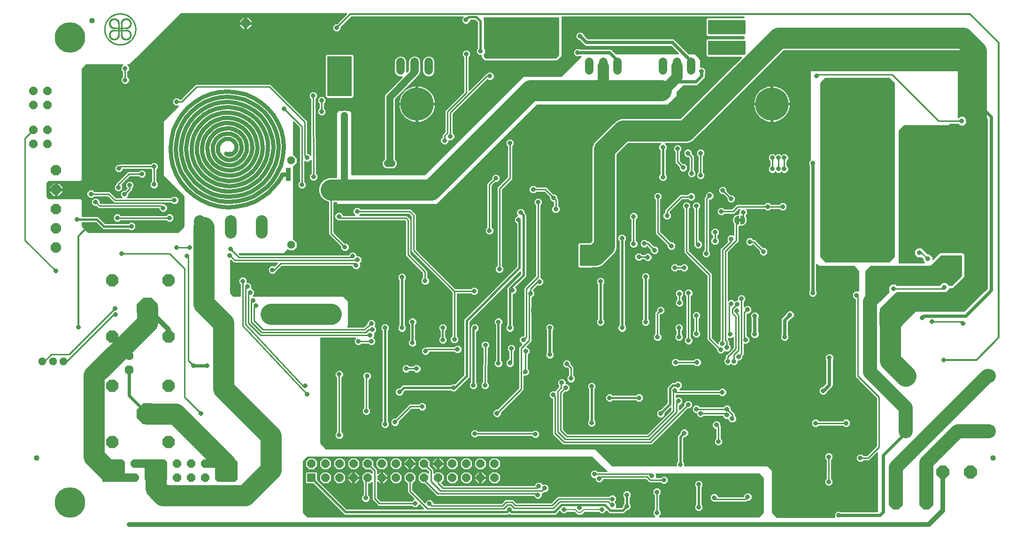
<source format=gbl>
G75*
%MOIN*%
%OFA0B0*%
%FSLAX25Y25*%
%IPPOS*%
%LPD*%
%AMOC8*
5,1,8,0,0,1.08239X$1,22.5*
%
%ADD10C,0.06000*%
%ADD11OC8,0.07087*%
%ADD12OC8,0.08600*%
%ADD13OC8,0.15000*%
%ADD14C,0.01000*%
%ADD15C,0.00100*%
%ADD16OC8,0.05906*%
%ADD17C,0.08250*%
%ADD18OC8,0.05315*%
%ADD19OC8,0.05400*%
%ADD20OC8,0.10000*%
%ADD21R,0.05906X0.05906*%
%ADD22OC8,0.09693*%
%ADD23C,0.04000*%
%ADD24OC8,0.06300*%
%ADD25C,0.06300*%
%ADD26OC8,0.09055*%
%ADD27C,0.00404*%
%ADD28C,0.10000*%
%ADD29OC8,0.06496*%
%ADD30C,0.23622*%
%ADD31C,0.00400*%
%ADD32C,0.03200*%
%ADD33OC8,0.03175*%
%ADD34C,0.01600*%
%ADD35C,0.02000*%
%ADD36C,0.01200*%
%ADD37R,0.03175X0.03175*%
%ADD38C,0.15000*%
%ADD39C,0.08000*%
%ADD40C,0.05000*%
%ADD41C,0.02400*%
%ADD42C,0.03150*%
%ADD43C,0.03175*%
%ADD44C,0.00800*%
%ADD45C,0.21654*%
%ADD46C,0.10000*%
D10*
X0170042Y0115075D02*
X0180042Y0115075D01*
X0180042Y0125075D01*
X0170042Y0125075D01*
X0180042Y0115075D02*
X0190042Y0115075D01*
X0200042Y0115075D02*
X0200042Y0125075D01*
X0210042Y0125075D01*
X0210042Y0115075D01*
X0200042Y0125075D02*
X0190042Y0125075D01*
X0240042Y0125075D02*
X0250042Y0125075D01*
X0250042Y0115075D01*
X0260042Y0115075D01*
X0260042Y0125075D01*
X0378593Y0404662D02*
X0378593Y0410662D01*
X0388593Y0410662D02*
X0388593Y0404662D01*
X0398593Y0404662D02*
X0398593Y0410662D01*
X0512593Y0410662D02*
X0512593Y0404662D01*
X0522593Y0404662D02*
X0522593Y0410662D01*
X0532593Y0410662D02*
X0532593Y0404662D01*
X0565093Y0404662D02*
X0565093Y0410662D01*
X0575093Y0410662D02*
X0575093Y0404662D01*
X0585093Y0404662D02*
X0585093Y0410662D01*
D11*
X0134058Y0333736D03*
X0134058Y0319957D03*
X0134058Y0306177D03*
X0134058Y0292398D03*
X0134058Y0278618D03*
D12*
X0173979Y0255508D03*
X0213979Y0255508D03*
X0213979Y0215508D03*
X0173979Y0215508D03*
X0173979Y0180508D03*
X0213979Y0180508D03*
X0213979Y0140508D03*
X0173979Y0140508D03*
D13*
X0199018Y0160508D03*
X0199018Y0235508D03*
D14*
X0176093Y0235362D02*
X0143343Y0202612D01*
X0130593Y0202612D01*
X0125890Y0197909D01*
X0124373Y0197909D01*
X0139373Y0197909D02*
X0141640Y0197909D01*
X0174843Y0231112D01*
X0176343Y0231112D01*
X0133843Y0262112D02*
X0112093Y0283862D01*
X0112093Y0356417D01*
X0118034Y0362358D01*
X0152593Y0362435D02*
X0210093Y0362435D01*
X0210093Y0363433D02*
X0152593Y0363433D01*
X0152593Y0364432D02*
X0210093Y0364432D01*
X0210093Y0365430D02*
X0152593Y0365430D01*
X0152593Y0366429D02*
X0210093Y0366429D01*
X0210093Y0367428D02*
X0152593Y0367428D01*
X0152593Y0368426D02*
X0210093Y0368426D01*
X0210093Y0368862D02*
X0210093Y0329612D01*
X0224593Y0315112D01*
X0224593Y0293862D01*
X0220593Y0289862D01*
X0156843Y0289862D01*
X0152593Y0294112D01*
X0152593Y0296562D01*
X0162140Y0296562D01*
X0167140Y0291562D01*
X0185527Y0291562D01*
X0186314Y0290775D01*
X0188872Y0290775D01*
X0190681Y0292583D01*
X0190681Y0295141D01*
X0188872Y0296950D01*
X0186314Y0296950D01*
X0185527Y0296162D01*
X0169046Y0296162D01*
X0165393Y0299815D01*
X0164046Y0301162D01*
X0152593Y0301162D01*
X0152593Y0312862D01*
X0151593Y0313862D01*
X0128843Y0313862D01*
X0127593Y0315112D01*
X0127593Y0324612D01*
X0128843Y0325862D01*
X0151593Y0325862D01*
X0152593Y0326862D01*
X0152593Y0405612D01*
X0155593Y0408612D01*
X0181237Y0408612D01*
X0180016Y0407391D01*
X0180016Y0404833D01*
X0181103Y0403746D01*
X0181103Y0400228D01*
X0180016Y0399141D01*
X0180016Y0396583D01*
X0181824Y0394775D01*
X0184382Y0394775D01*
X0186190Y0396583D01*
X0186190Y0399141D01*
X0185103Y0400228D01*
X0185103Y0403746D01*
X0186190Y0404833D01*
X0186190Y0407391D01*
X0184969Y0408612D01*
X0186343Y0408612D01*
X0222912Y0445181D01*
X0340442Y0445181D01*
X0333461Y0438200D01*
X0332064Y0438200D01*
X0330256Y0436391D01*
X0330256Y0433833D01*
X0332064Y0432025D01*
X0334622Y0432025D01*
X0336431Y0433833D01*
X0336431Y0435230D01*
X0343963Y0442762D01*
X0422877Y0442762D01*
X0422006Y0441891D01*
X0422006Y0439333D01*
X0423814Y0437525D01*
X0426372Y0437525D01*
X0428181Y0439333D01*
X0428181Y0440312D01*
X0431390Y0440312D01*
X0433043Y0438660D01*
X0433043Y0420428D01*
X0432256Y0419641D01*
X0432256Y0417083D01*
X0434064Y0415275D01*
X0435493Y0415275D01*
X0435493Y0414595D01*
X0435889Y0413639D01*
X0436620Y0412908D01*
X0437870Y0411658D01*
X0438826Y0411262D01*
X0489110Y0411262D01*
X0490066Y0411658D01*
X0490797Y0412389D01*
X0492797Y0414389D01*
X0493193Y0415345D01*
X0493193Y0442762D01*
X0622343Y0442762D01*
X0622343Y0442312D01*
X0596432Y0442312D01*
X0595143Y0441023D01*
X0595143Y0430201D01*
X0596432Y0428912D01*
X0622343Y0428912D01*
X0622343Y0427562D01*
X0596432Y0427562D01*
X0595143Y0426273D01*
X0595143Y0415451D01*
X0596432Y0414162D01*
X0620665Y0414162D01*
X0577115Y0370612D01*
X0534803Y0370612D01*
X0531495Y0369242D01*
X0515713Y0353460D01*
X0514343Y0350152D01*
X0514343Y0283590D01*
X0513315Y0282562D01*
X0505432Y0282562D01*
X0504143Y0281273D01*
X0504143Y0265451D01*
X0505432Y0264162D01*
X0514504Y0264162D01*
X0514704Y0264362D01*
X0518633Y0264362D01*
X0521941Y0265732D01*
X0524473Y0268264D01*
X0524473Y0268264D01*
X0528441Y0272232D01*
X0530973Y0274764D01*
X0532343Y0278072D01*
X0532343Y0344634D01*
X0540321Y0352612D01*
X0562977Y0352612D01*
X0561756Y0351391D01*
X0561756Y0348833D01*
X0562543Y0348046D01*
X0562543Y0330928D01*
X0561756Y0330141D01*
X0561756Y0327583D01*
X0563564Y0325775D01*
X0566122Y0325775D01*
X0567931Y0327583D01*
X0567931Y0330141D01*
X0567143Y0330928D01*
X0567143Y0348046D01*
X0567931Y0348833D01*
X0567931Y0351391D01*
X0566709Y0352612D01*
X0582633Y0352612D01*
X0585941Y0353982D01*
X0650821Y0418862D01*
X0669343Y0418862D01*
X0669343Y0340978D01*
X0668256Y0339891D01*
X0668256Y0337333D01*
X0668643Y0336946D01*
X0668643Y0248028D01*
X0668256Y0247641D01*
X0668256Y0245083D01*
X0670064Y0243275D01*
X0672622Y0243275D01*
X0674431Y0245083D01*
X0674431Y0247641D01*
X0674043Y0248028D01*
X0674043Y0266662D01*
X0675343Y0265362D01*
X0700593Y0265362D01*
X0703593Y0261862D01*
X0703593Y0247950D01*
X0701064Y0247950D01*
X0699256Y0246141D01*
X0699256Y0243583D01*
X0701064Y0241775D01*
X0701343Y0241775D01*
X0701343Y0186534D01*
X0702515Y0185362D01*
X0716343Y0171534D01*
X0716343Y0137691D01*
X0709765Y0131112D01*
X0707459Y0131112D01*
X0706372Y0132200D01*
X0703814Y0132200D01*
X0702006Y0130391D01*
X0702006Y0127833D01*
X0703814Y0126025D01*
X0706372Y0126025D01*
X0707459Y0127112D01*
X0711422Y0127112D01*
X0717093Y0132784D01*
X0717093Y0091062D01*
X0691259Y0091062D01*
X0690872Y0091450D01*
X0688314Y0091450D01*
X0686506Y0089641D01*
X0686506Y0087112D01*
X0645843Y0087112D01*
X0642593Y0090362D01*
X0642593Y0120362D01*
X0639093Y0123862D01*
X0580431Y0123862D01*
X0580431Y0125641D01*
X0579643Y0126428D01*
X0579643Y0143160D01*
X0580258Y0143775D01*
X0581372Y0143775D01*
X0583181Y0145583D01*
X0583181Y0148141D01*
X0581372Y0149950D01*
X0578814Y0149950D01*
X0577006Y0148141D01*
X0577006Y0147027D01*
X0575043Y0145065D01*
X0575043Y0126428D01*
X0574256Y0125641D01*
X0574256Y0123862D01*
X0528843Y0123862D01*
X0516843Y0135862D01*
X0325593Y0135862D01*
X0321843Y0139612D01*
X0321843Y0214362D01*
X0346477Y0214362D01*
X0345506Y0213391D01*
X0345506Y0210833D01*
X0347314Y0209025D01*
X0349872Y0209025D01*
X0350959Y0210112D01*
X0355477Y0210112D01*
X0356564Y0209025D01*
X0359122Y0209025D01*
X0360931Y0210833D01*
X0360931Y0213391D01*
X0359709Y0214612D01*
X0360181Y0215083D01*
X0360181Y0217583D01*
X0361681Y0219083D01*
X0361681Y0221641D01*
X0360459Y0222862D01*
X0360931Y0223333D01*
X0360931Y0225891D01*
X0359122Y0227700D01*
X0356564Y0227700D01*
X0354756Y0225891D01*
X0354756Y0224615D01*
X0352156Y0222409D01*
X0340890Y0222409D01*
X0341593Y0223112D01*
X0341593Y0240862D01*
X0338093Y0244362D01*
X0273959Y0244362D01*
X0274931Y0245333D01*
X0274931Y0247891D01*
X0273122Y0249700D01*
X0272797Y0249700D01*
X0272931Y0249833D01*
X0272931Y0252391D01*
X0271122Y0254200D01*
X0269681Y0254200D01*
X0269681Y0256141D01*
X0267872Y0257950D01*
X0265314Y0257950D01*
X0263506Y0256141D01*
X0263506Y0253583D01*
X0264593Y0252496D01*
X0264593Y0244362D01*
X0259843Y0244362D01*
X0257843Y0246362D01*
X0257843Y0269784D01*
X0260015Y0267612D01*
X0291015Y0267612D01*
X0289122Y0265719D01*
X0288892Y0265950D01*
X0286334Y0265950D01*
X0284525Y0264141D01*
X0284525Y0261583D01*
X0286334Y0259775D01*
X0288892Y0259775D01*
X0290700Y0261583D01*
X0290700Y0261641D01*
X0294422Y0265362D01*
X0344006Y0265362D01*
X0344006Y0264833D01*
X0345814Y0263025D01*
X0348372Y0263025D01*
X0350181Y0264833D01*
X0350181Y0267391D01*
X0349959Y0267612D01*
X0351181Y0268833D01*
X0351181Y0271391D01*
X0349372Y0273200D01*
X0347681Y0273200D01*
X0347681Y0273891D01*
X0345872Y0275700D01*
X0343314Y0275700D01*
X0341506Y0273891D01*
X0341506Y0273612D01*
X0264672Y0273612D01*
X0263922Y0274362D01*
X0296093Y0274362D01*
X0298748Y0277017D01*
X0299353Y0276412D01*
X0302833Y0276412D01*
X0305293Y0278873D01*
X0305293Y0282352D01*
X0302833Y0284812D01*
X0302593Y0284812D01*
X0302593Y0336412D01*
X0302833Y0336412D01*
X0305293Y0338873D01*
X0305293Y0342352D01*
X0302833Y0344812D01*
X0302593Y0344812D01*
X0302593Y0368034D01*
X0306593Y0364034D01*
X0306593Y0325728D01*
X0305506Y0324641D01*
X0305506Y0322083D01*
X0307314Y0320275D01*
X0309872Y0320275D01*
X0311681Y0322083D01*
X0311681Y0324641D01*
X0310593Y0325728D01*
X0310593Y0339996D01*
X0311064Y0339525D01*
X0313622Y0339525D01*
X0314793Y0340696D01*
X0314833Y0331468D01*
X0313756Y0330391D01*
X0313756Y0327833D01*
X0315564Y0326025D01*
X0318122Y0326025D01*
X0319931Y0327833D01*
X0319931Y0330391D01*
X0318833Y0331489D01*
X0318603Y0384256D01*
X0319681Y0385333D01*
X0319681Y0387891D01*
X0317872Y0389700D01*
X0315314Y0389700D01*
X0313506Y0387891D01*
X0313506Y0385333D01*
X0314603Y0384236D01*
X0314776Y0344546D01*
X0313622Y0345700D01*
X0312593Y0345700D01*
X0312593Y0368941D01*
X0311422Y0370112D01*
X0311422Y0370112D01*
X0286422Y0395112D01*
X0233265Y0395112D01*
X0232093Y0393941D01*
X0232093Y0393941D01*
X0222515Y0384362D01*
X0221959Y0384362D01*
X0220872Y0385450D01*
X0218314Y0385450D01*
X0216506Y0383641D01*
X0216506Y0381083D01*
X0218314Y0379275D01*
X0220506Y0379275D01*
X0210093Y0368862D01*
X0210655Y0369425D02*
X0152593Y0369425D01*
X0152593Y0370423D02*
X0211654Y0370423D01*
X0212653Y0371422D02*
X0152593Y0371422D01*
X0152593Y0372420D02*
X0213651Y0372420D01*
X0214650Y0373419D02*
X0152593Y0373419D01*
X0152593Y0374417D02*
X0215648Y0374417D01*
X0216647Y0375416D02*
X0152593Y0375416D01*
X0152593Y0376414D02*
X0217645Y0376414D01*
X0218644Y0377413D02*
X0152593Y0377413D01*
X0152593Y0378411D02*
X0219642Y0378411D01*
X0218179Y0379410D02*
X0152593Y0379410D01*
X0152593Y0380408D02*
X0217181Y0380408D01*
X0216506Y0381407D02*
X0152593Y0381407D01*
X0152593Y0382405D02*
X0216506Y0382405D01*
X0216506Y0383404D02*
X0152593Y0383404D01*
X0152593Y0384402D02*
X0217267Y0384402D01*
X0218265Y0385401D02*
X0152593Y0385401D01*
X0152593Y0386399D02*
X0224552Y0386399D01*
X0225550Y0387398D02*
X0152593Y0387398D01*
X0152593Y0388396D02*
X0226549Y0388396D01*
X0227547Y0389395D02*
X0152593Y0389395D01*
X0152593Y0390393D02*
X0228546Y0390393D01*
X0229544Y0391392D02*
X0152593Y0391392D01*
X0152593Y0392390D02*
X0230543Y0392390D01*
X0231541Y0393389D02*
X0152593Y0393389D01*
X0152593Y0394387D02*
X0232540Y0394387D01*
X0234093Y0393112D02*
X0285593Y0393112D01*
X0310593Y0368112D01*
X0310593Y0344362D01*
X0312343Y0342612D01*
X0314565Y0340468D02*
X0314794Y0340468D01*
X0314798Y0339469D02*
X0310593Y0339469D01*
X0310593Y0338471D02*
X0314802Y0338471D01*
X0314807Y0337472D02*
X0310593Y0337472D01*
X0310593Y0336474D02*
X0314811Y0336474D01*
X0314815Y0335475D02*
X0310593Y0335475D01*
X0310593Y0334477D02*
X0314820Y0334477D01*
X0314824Y0333478D02*
X0310593Y0333478D01*
X0310593Y0332480D02*
X0314829Y0332480D01*
X0314833Y0331481D02*
X0310593Y0331481D01*
X0310593Y0330483D02*
X0313847Y0330483D01*
X0313756Y0329484D02*
X0310593Y0329484D01*
X0310593Y0328486D02*
X0313756Y0328486D01*
X0314102Y0327487D02*
X0310593Y0327487D01*
X0310593Y0326489D02*
X0315101Y0326489D01*
X0316843Y0329112D02*
X0316593Y0386612D01*
X0314437Y0384402D02*
X0297132Y0384402D01*
X0298130Y0383404D02*
X0314607Y0383404D01*
X0314611Y0382405D02*
X0299129Y0382405D01*
X0300127Y0381407D02*
X0314616Y0381407D01*
X0314620Y0380408D02*
X0301126Y0380408D01*
X0302124Y0379410D02*
X0314624Y0379410D01*
X0314629Y0378411D02*
X0303123Y0378411D01*
X0304121Y0377413D02*
X0314633Y0377413D01*
X0314638Y0376414D02*
X0305120Y0376414D01*
X0306118Y0375416D02*
X0314642Y0375416D01*
X0314646Y0374417D02*
X0307117Y0374417D01*
X0308115Y0373419D02*
X0314651Y0373419D01*
X0314655Y0372420D02*
X0309114Y0372420D01*
X0310112Y0371422D02*
X0314659Y0371422D01*
X0314664Y0370423D02*
X0311111Y0370423D01*
X0312109Y0369425D02*
X0314668Y0369425D01*
X0314672Y0368426D02*
X0312593Y0368426D01*
X0312593Y0367428D02*
X0314677Y0367428D01*
X0314681Y0366429D02*
X0312593Y0366429D01*
X0312593Y0365430D02*
X0314685Y0365430D01*
X0314690Y0364432D02*
X0312593Y0364432D01*
X0312593Y0363433D02*
X0314694Y0363433D01*
X0314698Y0362435D02*
X0312593Y0362435D01*
X0312593Y0361436D02*
X0314703Y0361436D01*
X0314707Y0360438D02*
X0312593Y0360438D01*
X0312593Y0359439D02*
X0314711Y0359439D01*
X0314716Y0358441D02*
X0312593Y0358441D01*
X0312593Y0357442D02*
X0314720Y0357442D01*
X0314724Y0356444D02*
X0312593Y0356444D01*
X0312593Y0355445D02*
X0314729Y0355445D01*
X0314733Y0354447D02*
X0312593Y0354447D01*
X0312593Y0353448D02*
X0314737Y0353448D01*
X0314742Y0352450D02*
X0312593Y0352450D01*
X0312593Y0351451D02*
X0314746Y0351451D01*
X0314750Y0350453D02*
X0312593Y0350453D01*
X0312593Y0349454D02*
X0314755Y0349454D01*
X0314759Y0348456D02*
X0312593Y0348456D01*
X0312593Y0347457D02*
X0314763Y0347457D01*
X0314768Y0346459D02*
X0312593Y0346459D01*
X0313861Y0345460D02*
X0314772Y0345460D01*
X0318772Y0345460D02*
X0332843Y0345460D01*
X0332843Y0344462D02*
X0318776Y0344462D01*
X0318781Y0343463D02*
X0332843Y0343463D01*
X0332843Y0342465D02*
X0318785Y0342465D01*
X0318789Y0341466D02*
X0332843Y0341466D01*
X0332843Y0340468D02*
X0318794Y0340468D01*
X0318798Y0339469D02*
X0332843Y0339469D01*
X0332843Y0338471D02*
X0318802Y0338471D01*
X0318807Y0337472D02*
X0332843Y0337472D01*
X0332843Y0336474D02*
X0318811Y0336474D01*
X0318816Y0335475D02*
X0332843Y0335475D01*
X0332843Y0334477D02*
X0318820Y0334477D01*
X0318824Y0333478D02*
X0332843Y0333478D01*
X0332843Y0332480D02*
X0318829Y0332480D01*
X0318840Y0331481D02*
X0332843Y0331481D01*
X0332843Y0330483D02*
X0319839Y0330483D01*
X0319931Y0329484D02*
X0332843Y0329484D01*
X0332843Y0328904D02*
X0327553Y0328904D01*
X0324245Y0327533D01*
X0321713Y0325002D01*
X0320343Y0321694D01*
X0320343Y0318113D01*
X0321713Y0314805D01*
X0324245Y0312274D01*
X0327343Y0310990D01*
X0327343Y0288034D01*
X0336006Y0279371D01*
X0336006Y0277833D01*
X0337814Y0276025D01*
X0340372Y0276025D01*
X0342181Y0277833D01*
X0342181Y0280391D01*
X0340372Y0282200D01*
X0338834Y0282200D01*
X0331343Y0289691D01*
X0331343Y0310904D01*
X0332843Y0310904D01*
X0332843Y0309948D01*
X0333429Y0309362D01*
X0404757Y0309362D01*
X0405343Y0309948D01*
X0475507Y0380112D01*
X0568507Y0380112D01*
X0569093Y0380698D01*
X0574843Y0386448D01*
X0574843Y0389198D01*
X0579557Y0393912D01*
X0588880Y0393912D01*
X0589873Y0394323D01*
X0590632Y0395083D01*
X0594632Y0399083D01*
X0595043Y0400075D01*
X0595043Y0402446D01*
X0595431Y0402833D01*
X0595431Y0405391D01*
X0593622Y0407200D01*
X0591593Y0407200D01*
X0591593Y0412526D01*
X0591007Y0413112D01*
X0587507Y0416612D01*
X0583412Y0416612D01*
X0573882Y0426142D01*
X0573123Y0426901D01*
X0572130Y0427312D01*
X0511712Y0427312D01*
X0509181Y0429843D01*
X0509181Y0430391D01*
X0507372Y0432200D01*
X0504814Y0432200D01*
X0503006Y0430391D01*
X0503006Y0427833D01*
X0504814Y0426025D01*
X0505362Y0426025D01*
X0509064Y0422323D01*
X0510056Y0421912D01*
X0570475Y0421912D01*
X0575775Y0416612D01*
X0531662Y0416612D01*
X0529382Y0418892D01*
X0528623Y0419651D01*
X0527630Y0420062D01*
X0506009Y0420062D01*
X0505622Y0420450D01*
X0503064Y0420450D01*
X0501256Y0418641D01*
X0501256Y0416083D01*
X0503064Y0414275D01*
X0505622Y0414275D01*
X0506009Y0414662D01*
X0506479Y0414662D01*
X0492679Y0400862D01*
X0465929Y0400862D01*
X0465343Y0400276D01*
X0395679Y0330612D01*
X0344093Y0330612D01*
X0344093Y0374776D01*
X0343507Y0375362D01*
X0342507Y0376362D01*
X0339992Y0376362D01*
X0339389Y0376612D01*
X0337798Y0376612D01*
X0337194Y0376362D01*
X0334429Y0376362D01*
X0333843Y0375776D01*
X0332843Y0374776D01*
X0332843Y0328904D01*
X0326544Y0328486D02*
X0319931Y0328486D01*
X0319584Y0327487D02*
X0324199Y0327487D01*
X0323200Y0326489D02*
X0318586Y0326489D01*
X0321502Y0324492D02*
X0311681Y0324492D01*
X0311681Y0323493D02*
X0321088Y0323493D01*
X0320675Y0322495D02*
X0311681Y0322495D01*
X0311093Y0321496D02*
X0320343Y0321496D01*
X0320343Y0320497D02*
X0310095Y0320497D01*
X0307092Y0320497D02*
X0302593Y0320497D01*
X0302593Y0319499D02*
X0320343Y0319499D01*
X0320343Y0318500D02*
X0302593Y0318500D01*
X0302593Y0317502D02*
X0320596Y0317502D01*
X0321010Y0316503D02*
X0302593Y0316503D01*
X0302593Y0315505D02*
X0321424Y0315505D01*
X0322012Y0314506D02*
X0302593Y0314506D01*
X0302593Y0313508D02*
X0323011Y0313508D01*
X0324009Y0312509D02*
X0302593Y0312509D01*
X0302593Y0311511D02*
X0326087Y0311511D01*
X0327343Y0310512D02*
X0302593Y0310512D01*
X0302593Y0309514D02*
X0327343Y0309514D01*
X0327343Y0308515D02*
X0302593Y0308515D01*
X0302593Y0307517D02*
X0327343Y0307517D01*
X0327343Y0306518D02*
X0302593Y0306518D01*
X0302593Y0305520D02*
X0327343Y0305520D01*
X0327343Y0304521D02*
X0302593Y0304521D01*
X0302593Y0303523D02*
X0327343Y0303523D01*
X0327343Y0302524D02*
X0302593Y0302524D01*
X0302593Y0301526D02*
X0327343Y0301526D01*
X0327343Y0300527D02*
X0302593Y0300527D01*
X0302593Y0299529D02*
X0327343Y0299529D01*
X0327343Y0298530D02*
X0302593Y0298530D01*
X0302593Y0297532D02*
X0327343Y0297532D01*
X0327343Y0296533D02*
X0302593Y0296533D01*
X0302593Y0295535D02*
X0327343Y0295535D01*
X0327343Y0294536D02*
X0302593Y0294536D01*
X0302593Y0293538D02*
X0327343Y0293538D01*
X0327343Y0292539D02*
X0302593Y0292539D01*
X0302593Y0291541D02*
X0327343Y0291541D01*
X0327343Y0290542D02*
X0302593Y0290542D01*
X0302593Y0289544D02*
X0327343Y0289544D01*
X0327343Y0288545D02*
X0302593Y0288545D01*
X0302593Y0287547D02*
X0327830Y0287547D01*
X0328829Y0286548D02*
X0302593Y0286548D01*
X0302593Y0285550D02*
X0329827Y0285550D01*
X0330826Y0284551D02*
X0303094Y0284551D01*
X0304092Y0283553D02*
X0331824Y0283553D01*
X0332823Y0282554D02*
X0305091Y0282554D01*
X0305293Y0281556D02*
X0333821Y0281556D01*
X0334820Y0280557D02*
X0305293Y0280557D01*
X0305293Y0279559D02*
X0335818Y0279559D01*
X0336006Y0278560D02*
X0304981Y0278560D01*
X0303982Y0277561D02*
X0336278Y0277561D01*
X0337276Y0276563D02*
X0302984Y0276563D01*
X0299203Y0276563D02*
X0298294Y0276563D01*
X0297295Y0275564D02*
X0343179Y0275564D01*
X0342181Y0274566D02*
X0296297Y0274566D01*
X0293593Y0267362D02*
X0289093Y0262862D01*
X0287613Y0262862D01*
X0289704Y0260587D02*
X0378202Y0260587D01*
X0378314Y0260700D02*
X0376506Y0258891D01*
X0376506Y0256333D01*
X0377293Y0255546D01*
X0377293Y0223678D01*
X0376506Y0222891D01*
X0376506Y0220333D01*
X0378314Y0218525D01*
X0380872Y0218525D01*
X0382681Y0220333D01*
X0382681Y0222891D01*
X0381893Y0223678D01*
X0381893Y0255546D01*
X0382681Y0256333D01*
X0382681Y0258891D01*
X0380872Y0260700D01*
X0378314Y0260700D01*
X0377203Y0259588D02*
X0257843Y0259588D01*
X0257843Y0258590D02*
X0376506Y0258590D01*
X0376506Y0257591D02*
X0268230Y0257591D01*
X0269229Y0256593D02*
X0376506Y0256593D01*
X0377245Y0255594D02*
X0269681Y0255594D01*
X0269681Y0254596D02*
X0377293Y0254596D01*
X0377293Y0253597D02*
X0271724Y0253597D01*
X0272723Y0252599D02*
X0377293Y0252599D01*
X0377293Y0251600D02*
X0272931Y0251600D01*
X0272931Y0250602D02*
X0377293Y0250602D01*
X0377293Y0249603D02*
X0273218Y0249603D01*
X0274217Y0248605D02*
X0377293Y0248605D01*
X0377293Y0247606D02*
X0274931Y0247606D01*
X0274931Y0246608D02*
X0377293Y0246608D01*
X0377293Y0245609D02*
X0274931Y0245609D01*
X0274208Y0244611D02*
X0377293Y0244611D01*
X0377293Y0243612D02*
X0338843Y0243612D01*
X0339842Y0242614D02*
X0377293Y0242614D01*
X0377293Y0241615D02*
X0340840Y0241615D01*
X0341593Y0240617D02*
X0377293Y0240617D01*
X0377293Y0239618D02*
X0341593Y0239618D01*
X0341593Y0238620D02*
X0377293Y0238620D01*
X0377293Y0237621D02*
X0341593Y0237621D01*
X0341593Y0236623D02*
X0377293Y0236623D01*
X0377293Y0235624D02*
X0341593Y0235624D01*
X0341593Y0234626D02*
X0377293Y0234626D01*
X0377293Y0233627D02*
X0341593Y0233627D01*
X0341593Y0232628D02*
X0377293Y0232628D01*
X0377293Y0231630D02*
X0341593Y0231630D01*
X0341593Y0230631D02*
X0377293Y0230631D01*
X0377293Y0229633D02*
X0341593Y0229633D01*
X0341593Y0228634D02*
X0377293Y0228634D01*
X0377293Y0227636D02*
X0359186Y0227636D01*
X0360184Y0226637D02*
X0377293Y0226637D01*
X0377293Y0225639D02*
X0360931Y0225639D01*
X0360931Y0224640D02*
X0366255Y0224640D01*
X0366314Y0224700D02*
X0364506Y0222891D01*
X0364506Y0220333D01*
X0365293Y0219546D01*
X0365293Y0155178D01*
X0364506Y0154391D01*
X0364506Y0151833D01*
X0366314Y0150025D01*
X0368872Y0150025D01*
X0370681Y0151833D01*
X0370681Y0154391D01*
X0369893Y0155178D01*
X0369893Y0219546D01*
X0370681Y0220333D01*
X0370681Y0222891D01*
X0368872Y0224700D01*
X0366314Y0224700D01*
X0365257Y0223642D02*
X0360931Y0223642D01*
X0360678Y0222643D02*
X0364506Y0222643D01*
X0364506Y0221645D02*
X0361677Y0221645D01*
X0361681Y0220646D02*
X0364506Y0220646D01*
X0365191Y0219648D02*
X0361681Y0219648D01*
X0361247Y0218649D02*
X0365293Y0218649D01*
X0365293Y0217651D02*
X0360248Y0217651D01*
X0360181Y0216652D02*
X0365293Y0216652D01*
X0365293Y0215654D02*
X0360181Y0215654D01*
X0359752Y0214655D02*
X0365293Y0214655D01*
X0365293Y0213657D02*
X0360665Y0213657D01*
X0360931Y0212658D02*
X0365293Y0212658D01*
X0365293Y0211660D02*
X0360931Y0211660D01*
X0360758Y0210661D02*
X0365293Y0210661D01*
X0365293Y0209663D02*
X0359760Y0209663D01*
X0357843Y0212112D02*
X0348593Y0212112D01*
X0346676Y0209663D02*
X0321843Y0209663D01*
X0321843Y0210661D02*
X0345678Y0210661D01*
X0345506Y0211660D02*
X0321843Y0211660D01*
X0321843Y0212658D02*
X0345506Y0212658D01*
X0345772Y0213657D02*
X0321843Y0213657D01*
X0321843Y0208664D02*
X0365293Y0208664D01*
X0365293Y0207666D02*
X0321843Y0207666D01*
X0321843Y0206667D02*
X0365293Y0206667D01*
X0365293Y0205669D02*
X0321843Y0205669D01*
X0321843Y0204670D02*
X0365293Y0204670D01*
X0365293Y0203672D02*
X0321843Y0203672D01*
X0321843Y0202673D02*
X0365293Y0202673D01*
X0365293Y0201675D02*
X0321843Y0201675D01*
X0321843Y0200676D02*
X0365293Y0200676D01*
X0365293Y0199678D02*
X0321843Y0199678D01*
X0321843Y0198679D02*
X0365293Y0198679D01*
X0365293Y0197681D02*
X0321843Y0197681D01*
X0321843Y0196682D02*
X0365293Y0196682D01*
X0365293Y0195684D02*
X0321843Y0195684D01*
X0321843Y0194685D02*
X0365293Y0194685D01*
X0365293Y0193687D02*
X0321843Y0193687D01*
X0321843Y0192688D02*
X0365293Y0192688D01*
X0365293Y0191690D02*
X0336382Y0191690D01*
X0336372Y0191700D02*
X0333814Y0191700D01*
X0332006Y0189891D01*
X0332006Y0187333D01*
X0333093Y0186246D01*
X0333093Y0147728D01*
X0332006Y0146641D01*
X0332006Y0144083D01*
X0333814Y0142275D01*
X0336372Y0142275D01*
X0338181Y0144083D01*
X0338181Y0146641D01*
X0337093Y0147728D01*
X0337093Y0186246D01*
X0338181Y0187333D01*
X0338181Y0189891D01*
X0336372Y0191700D01*
X0337381Y0190691D02*
X0365293Y0190691D01*
X0365293Y0189692D02*
X0356879Y0189692D01*
X0356122Y0190450D02*
X0357931Y0188641D01*
X0357931Y0186083D01*
X0356343Y0184496D01*
X0356343Y0164728D01*
X0357431Y0163641D01*
X0357431Y0161083D01*
X0355622Y0159275D01*
X0353064Y0159275D01*
X0351256Y0161083D01*
X0351256Y0163641D01*
X0352343Y0164728D01*
X0352343Y0185496D01*
X0351756Y0186083D01*
X0351756Y0188641D01*
X0353564Y0190450D01*
X0356122Y0190450D01*
X0357878Y0188694D02*
X0365293Y0188694D01*
X0365293Y0187695D02*
X0357931Y0187695D01*
X0357931Y0186697D02*
X0365293Y0186697D01*
X0365293Y0185698D02*
X0357546Y0185698D01*
X0356547Y0184700D02*
X0365293Y0184700D01*
X0365293Y0183701D02*
X0356343Y0183701D01*
X0356343Y0182703D02*
X0365293Y0182703D01*
X0365293Y0181704D02*
X0356343Y0181704D01*
X0356343Y0180706D02*
X0365293Y0180706D01*
X0365293Y0179707D02*
X0356343Y0179707D01*
X0356343Y0178709D02*
X0365293Y0178709D01*
X0365293Y0177710D02*
X0356343Y0177710D01*
X0356343Y0176712D02*
X0365293Y0176712D01*
X0365293Y0175713D02*
X0356343Y0175713D01*
X0356343Y0174715D02*
X0365293Y0174715D01*
X0365293Y0173716D02*
X0356343Y0173716D01*
X0356343Y0172718D02*
X0365293Y0172718D01*
X0365293Y0171719D02*
X0356343Y0171719D01*
X0356343Y0170721D02*
X0365293Y0170721D01*
X0365293Y0169722D02*
X0356343Y0169722D01*
X0356343Y0168724D02*
X0365293Y0168724D01*
X0365293Y0167725D02*
X0356343Y0167725D01*
X0356343Y0166727D02*
X0365293Y0166727D01*
X0365293Y0165728D02*
X0356343Y0165728D01*
X0356343Y0164730D02*
X0365293Y0164730D01*
X0365293Y0163731D02*
X0357340Y0163731D01*
X0357431Y0162733D02*
X0365293Y0162733D01*
X0365293Y0161734D02*
X0357431Y0161734D01*
X0357083Y0160736D02*
X0365293Y0160736D01*
X0365293Y0159737D02*
X0356084Y0159737D01*
X0354343Y0162362D02*
X0354343Y0186862D01*
X0354843Y0187362D01*
X0352807Y0189692D02*
X0338181Y0189692D01*
X0338181Y0188694D02*
X0351809Y0188694D01*
X0351756Y0187695D02*
X0338181Y0187695D01*
X0337544Y0186697D02*
X0351756Y0186697D01*
X0352141Y0185698D02*
X0337093Y0185698D01*
X0337093Y0184700D02*
X0352343Y0184700D01*
X0352343Y0183701D02*
X0337093Y0183701D01*
X0337093Y0182703D02*
X0352343Y0182703D01*
X0352343Y0181704D02*
X0337093Y0181704D01*
X0337093Y0180706D02*
X0352343Y0180706D01*
X0352343Y0179707D02*
X0337093Y0179707D01*
X0337093Y0178709D02*
X0352343Y0178709D01*
X0352343Y0177710D02*
X0337093Y0177710D01*
X0337093Y0176712D02*
X0352343Y0176712D01*
X0352343Y0175713D02*
X0337093Y0175713D01*
X0337093Y0174715D02*
X0352343Y0174715D01*
X0352343Y0173716D02*
X0337093Y0173716D01*
X0337093Y0172718D02*
X0352343Y0172718D01*
X0352343Y0171719D02*
X0337093Y0171719D01*
X0337093Y0170721D02*
X0352343Y0170721D01*
X0352343Y0169722D02*
X0337093Y0169722D01*
X0337093Y0168724D02*
X0352343Y0168724D01*
X0352343Y0167725D02*
X0337093Y0167725D01*
X0337093Y0166727D02*
X0352343Y0166727D01*
X0352343Y0165728D02*
X0337093Y0165728D01*
X0337093Y0164730D02*
X0352343Y0164730D01*
X0351346Y0163731D02*
X0337093Y0163731D01*
X0337093Y0162733D02*
X0351256Y0162733D01*
X0351256Y0161734D02*
X0337093Y0161734D01*
X0337093Y0160736D02*
X0351603Y0160736D01*
X0352602Y0159737D02*
X0337093Y0159737D01*
X0337093Y0158739D02*
X0365293Y0158739D01*
X0365293Y0157740D02*
X0337093Y0157740D01*
X0337093Y0156742D02*
X0365293Y0156742D01*
X0365293Y0155743D02*
X0337093Y0155743D01*
X0337093Y0154745D02*
X0364859Y0154745D01*
X0364506Y0153746D02*
X0337093Y0153746D01*
X0337093Y0152748D02*
X0364506Y0152748D01*
X0364590Y0151749D02*
X0337093Y0151749D01*
X0337093Y0150751D02*
X0365589Y0150751D01*
X0369598Y0150751D02*
X0486343Y0150751D01*
X0486343Y0151749D02*
X0376096Y0151749D01*
X0375872Y0151525D02*
X0377681Y0153333D01*
X0377681Y0154871D01*
X0386422Y0163612D01*
X0391477Y0163612D01*
X0392564Y0162525D01*
X0395122Y0162525D01*
X0396931Y0164333D01*
X0396931Y0166891D01*
X0395122Y0168700D01*
X0392564Y0168700D01*
X0391477Y0167612D01*
X0384765Y0167612D01*
X0383593Y0166441D01*
X0383593Y0166441D01*
X0374852Y0157700D01*
X0373314Y0157700D01*
X0371506Y0155891D01*
X0371506Y0153333D01*
X0373314Y0151525D01*
X0375872Y0151525D01*
X0377095Y0152748D02*
X0486343Y0152748D01*
X0486343Y0153746D02*
X0377681Y0153746D01*
X0377681Y0154745D02*
X0486343Y0154745D01*
X0486343Y0155743D02*
X0378552Y0155743D01*
X0379551Y0156742D02*
X0486343Y0156742D01*
X0486343Y0157740D02*
X0380550Y0157740D01*
X0381548Y0158739D02*
X0444850Y0158739D01*
X0444006Y0159583D02*
X0445814Y0157775D01*
X0448372Y0157775D01*
X0450181Y0159583D01*
X0450181Y0161121D01*
X0466343Y0177284D01*
X0466343Y0187262D01*
X0467213Y0187262D01*
X0467226Y0187275D01*
X0468622Y0187275D01*
X0470431Y0189083D01*
X0470431Y0191641D01*
X0469343Y0192728D01*
X0469343Y0202496D01*
X0470681Y0203833D01*
X0470681Y0206391D01*
X0468872Y0208200D01*
X0468259Y0208200D01*
X0470672Y0210612D01*
X0471843Y0211784D01*
X0471843Y0243025D01*
X0472122Y0243025D01*
X0473931Y0244833D01*
X0473931Y0247391D01*
X0472843Y0248478D01*
X0472843Y0248534D01*
X0475824Y0251515D01*
X0476064Y0251275D01*
X0478622Y0251275D01*
X0480431Y0253083D01*
X0480431Y0255641D01*
X0478622Y0257450D01*
X0478323Y0257450D01*
X0478323Y0308726D01*
X0479431Y0309833D01*
X0479431Y0312391D01*
X0477622Y0314200D01*
X0475064Y0314200D01*
X0473256Y0312391D01*
X0473256Y0309833D01*
X0474323Y0308766D01*
X0474323Y0258671D01*
X0465843Y0250191D01*
X0465843Y0216200D01*
X0464564Y0216200D01*
X0462756Y0214391D01*
X0462756Y0211833D01*
X0464496Y0210093D01*
X0463515Y0209112D01*
X0463515Y0209112D01*
X0462343Y0207941D01*
X0462343Y0178941D01*
X0447352Y0163950D01*
X0445814Y0163950D01*
X0444006Y0162141D01*
X0444006Y0159583D01*
X0444006Y0159737D02*
X0382547Y0159737D01*
X0383545Y0160736D02*
X0444006Y0160736D01*
X0444006Y0161734D02*
X0384544Y0161734D01*
X0385542Y0162733D02*
X0392356Y0162733D01*
X0395330Y0162733D02*
X0444597Y0162733D01*
X0445596Y0163731D02*
X0396328Y0163731D01*
X0396931Y0164730D02*
X0448132Y0164730D01*
X0449131Y0165728D02*
X0396931Y0165728D01*
X0396931Y0166727D02*
X0450129Y0166727D01*
X0451128Y0167725D02*
X0396096Y0167725D01*
X0393843Y0165612D02*
X0385593Y0165612D01*
X0374593Y0154612D01*
X0372356Y0156742D02*
X0369893Y0156742D01*
X0369893Y0157740D02*
X0374893Y0157740D01*
X0375891Y0158739D02*
X0369893Y0158739D01*
X0369893Y0159737D02*
X0376890Y0159737D01*
X0377888Y0160736D02*
X0369893Y0160736D01*
X0369893Y0161734D02*
X0378887Y0161734D01*
X0379885Y0162733D02*
X0369893Y0162733D01*
X0369893Y0163731D02*
X0380884Y0163731D01*
X0381882Y0164730D02*
X0369893Y0164730D01*
X0369893Y0165728D02*
X0382881Y0165728D01*
X0383879Y0166727D02*
X0369893Y0166727D01*
X0369893Y0167725D02*
X0391590Y0167725D01*
X0380931Y0174833D02*
X0380931Y0175947D01*
X0381796Y0176812D01*
X0414277Y0176812D01*
X0415064Y0176025D01*
X0417622Y0176025D01*
X0419431Y0177833D01*
X0419431Y0177947D01*
X0426546Y0185062D01*
X0427893Y0186410D01*
X0427893Y0225910D01*
X0463543Y0261560D01*
X0463543Y0260065D01*
X0454043Y0250565D01*
X0454043Y0223678D01*
X0453256Y0222891D01*
X0453256Y0220333D01*
X0455064Y0218525D01*
X0457622Y0218525D01*
X0459431Y0220333D01*
X0459431Y0222891D01*
X0458643Y0223678D01*
X0458643Y0245275D01*
X0459372Y0245275D01*
X0461181Y0247083D01*
X0461181Y0249641D01*
X0460403Y0250419D01*
X0468143Y0258160D01*
X0468143Y0302565D01*
X0466931Y0303777D01*
X0466931Y0304891D01*
X0465122Y0306700D01*
X0462564Y0306700D01*
X0460756Y0304891D01*
X0460756Y0302333D01*
X0461640Y0301450D01*
X0461064Y0301450D01*
X0459256Y0299641D01*
X0459256Y0297083D01*
X0460793Y0295546D01*
X0460793Y0265315D01*
X0424640Y0229162D01*
X0423293Y0227815D01*
X0423293Y0188315D01*
X0417178Y0182200D01*
X0415064Y0182200D01*
X0414277Y0181412D01*
X0379890Y0181412D01*
X0377678Y0179200D01*
X0376564Y0179200D01*
X0374756Y0177391D01*
X0374756Y0174833D01*
X0376564Y0173025D01*
X0379122Y0173025D01*
X0380931Y0174833D01*
X0380812Y0174715D02*
X0458117Y0174715D01*
X0457119Y0173716D02*
X0379814Y0173716D01*
X0380931Y0175713D02*
X0459116Y0175713D01*
X0460114Y0176712D02*
X0418309Y0176712D01*
X0419308Y0177710D02*
X0461113Y0177710D01*
X0462111Y0178709D02*
X0440806Y0178709D01*
X0441681Y0179583D02*
X0441681Y0182141D01*
X0440614Y0183208D01*
X0440822Y0206975D01*
X0441931Y0208083D01*
X0441931Y0210641D01*
X0440122Y0212450D01*
X0437564Y0212450D01*
X0435756Y0210641D01*
X0435756Y0208083D01*
X0436823Y0207017D01*
X0436614Y0183249D01*
X0435506Y0182141D01*
X0435506Y0179583D01*
X0437314Y0177775D01*
X0439872Y0177775D01*
X0441681Y0179583D01*
X0441681Y0179707D02*
X0462343Y0179707D01*
X0462343Y0180706D02*
X0441681Y0180706D01*
X0441681Y0181704D02*
X0462343Y0181704D01*
X0462343Y0182703D02*
X0441119Y0182703D01*
X0440618Y0183701D02*
X0462343Y0183701D01*
X0462343Y0184700D02*
X0440627Y0184700D01*
X0440636Y0185698D02*
X0462343Y0185698D01*
X0462343Y0186697D02*
X0440644Y0186697D01*
X0440653Y0187695D02*
X0462343Y0187695D01*
X0462343Y0188694D02*
X0440662Y0188694D01*
X0440671Y0189692D02*
X0462343Y0189692D01*
X0462343Y0190691D02*
X0440679Y0190691D01*
X0440688Y0191690D02*
X0462343Y0191690D01*
X0462343Y0192688D02*
X0440697Y0192688D01*
X0440706Y0193687D02*
X0446403Y0193687D01*
X0446814Y0193275D02*
X0449372Y0193275D01*
X0451181Y0195083D01*
X0451181Y0197641D01*
X0450393Y0198428D01*
X0450393Y0223796D01*
X0451181Y0224583D01*
X0451181Y0227141D01*
X0449372Y0228950D01*
X0446814Y0228950D01*
X0445006Y0227141D01*
X0445006Y0224583D01*
X0445793Y0223796D01*
X0445793Y0198428D01*
X0445006Y0197641D01*
X0445006Y0195083D01*
X0446814Y0193275D01*
X0445404Y0194685D02*
X0440714Y0194685D01*
X0440723Y0195684D02*
X0445006Y0195684D01*
X0445006Y0196682D02*
X0440732Y0196682D01*
X0440741Y0197681D02*
X0445045Y0197681D01*
X0445793Y0198679D02*
X0440750Y0198679D01*
X0440758Y0199678D02*
X0445793Y0199678D01*
X0445793Y0200676D02*
X0440767Y0200676D01*
X0440776Y0201675D02*
X0445793Y0201675D01*
X0445793Y0202673D02*
X0440785Y0202673D01*
X0440793Y0203672D02*
X0445793Y0203672D01*
X0445793Y0204670D02*
X0440802Y0204670D01*
X0440811Y0205669D02*
X0445793Y0205669D01*
X0445793Y0206667D02*
X0440820Y0206667D01*
X0441513Y0207666D02*
X0445793Y0207666D01*
X0445793Y0208664D02*
X0441931Y0208664D01*
X0441931Y0209663D02*
X0445793Y0209663D01*
X0445793Y0210661D02*
X0441910Y0210661D01*
X0440912Y0211660D02*
X0445793Y0211660D01*
X0445793Y0212658D02*
X0432643Y0212658D01*
X0432643Y0211660D02*
X0436774Y0211660D01*
X0435776Y0210661D02*
X0432643Y0210661D01*
X0432643Y0209663D02*
X0435756Y0209663D01*
X0435756Y0208664D02*
X0432643Y0208664D01*
X0432643Y0207666D02*
X0436173Y0207666D01*
X0436819Y0206667D02*
X0432643Y0206667D01*
X0432643Y0205669D02*
X0436811Y0205669D01*
X0436802Y0204670D02*
X0432643Y0204670D01*
X0432643Y0203672D02*
X0436793Y0203672D01*
X0436784Y0202673D02*
X0432643Y0202673D01*
X0432643Y0201675D02*
X0436776Y0201675D01*
X0436767Y0200676D02*
X0432643Y0200676D01*
X0432643Y0199678D02*
X0436758Y0199678D01*
X0436749Y0198679D02*
X0432643Y0198679D01*
X0432643Y0197681D02*
X0436741Y0197681D01*
X0436732Y0196682D02*
X0432643Y0196682D01*
X0432643Y0195684D02*
X0436723Y0195684D01*
X0436714Y0194685D02*
X0432643Y0194685D01*
X0432643Y0193687D02*
X0436706Y0193687D01*
X0436697Y0192688D02*
X0432643Y0192688D01*
X0432643Y0191690D02*
X0436688Y0191690D01*
X0436679Y0190691D02*
X0432643Y0190691D01*
X0432643Y0189692D02*
X0436671Y0189692D01*
X0436662Y0188694D02*
X0432643Y0188694D01*
X0432643Y0187695D02*
X0436653Y0187695D01*
X0436644Y0186697D02*
X0432643Y0186697D01*
X0432643Y0185698D02*
X0436636Y0185698D01*
X0436627Y0184700D02*
X0432643Y0184700D01*
X0432643Y0183701D02*
X0436618Y0183701D01*
X0436068Y0182703D02*
X0432869Y0182703D01*
X0432643Y0182928D02*
X0432643Y0218546D01*
X0434431Y0220333D01*
X0434431Y0222891D01*
X0432622Y0224700D01*
X0430064Y0224700D01*
X0428256Y0222891D01*
X0428256Y0221777D01*
X0428043Y0221565D01*
X0428043Y0182928D01*
X0427256Y0182141D01*
X0427256Y0179583D01*
X0429064Y0177775D01*
X0431622Y0177775D01*
X0433431Y0179583D01*
X0433431Y0182141D01*
X0432643Y0182928D01*
X0433431Y0181704D02*
X0435506Y0181704D01*
X0435506Y0180706D02*
X0433431Y0180706D01*
X0433431Y0179707D02*
X0435506Y0179707D01*
X0436380Y0178709D02*
X0432556Y0178709D01*
X0428130Y0178709D02*
X0420193Y0178709D01*
X0421191Y0179707D02*
X0427256Y0179707D01*
X0427256Y0180706D02*
X0422190Y0180706D01*
X0423188Y0181704D02*
X0427256Y0181704D01*
X0427818Y0182703D02*
X0424187Y0182703D01*
X0425185Y0183701D02*
X0428043Y0183701D01*
X0428043Y0184700D02*
X0426184Y0184700D01*
X0427182Y0185698D02*
X0428043Y0185698D01*
X0428043Y0186697D02*
X0427893Y0186697D01*
X0427893Y0187695D02*
X0428043Y0187695D01*
X0428043Y0188694D02*
X0427893Y0188694D01*
X0427893Y0189692D02*
X0428043Y0189692D01*
X0428043Y0190691D02*
X0427893Y0190691D01*
X0427893Y0191690D02*
X0428043Y0191690D01*
X0428043Y0192688D02*
X0427893Y0192688D01*
X0427893Y0193687D02*
X0428043Y0193687D01*
X0428043Y0194685D02*
X0427893Y0194685D01*
X0427893Y0195684D02*
X0428043Y0195684D01*
X0428043Y0196682D02*
X0427893Y0196682D01*
X0427893Y0197681D02*
X0428043Y0197681D01*
X0428043Y0198679D02*
X0427893Y0198679D01*
X0427893Y0199678D02*
X0428043Y0199678D01*
X0428043Y0200676D02*
X0427893Y0200676D01*
X0427893Y0201675D02*
X0428043Y0201675D01*
X0428043Y0202673D02*
X0427893Y0202673D01*
X0427893Y0203672D02*
X0428043Y0203672D01*
X0428043Y0204670D02*
X0427893Y0204670D01*
X0427893Y0205669D02*
X0428043Y0205669D01*
X0428043Y0206667D02*
X0427893Y0206667D01*
X0427893Y0207666D02*
X0428043Y0207666D01*
X0428043Y0208664D02*
X0427893Y0208664D01*
X0427893Y0209663D02*
X0428043Y0209663D01*
X0428043Y0210661D02*
X0427893Y0210661D01*
X0427893Y0211660D02*
X0428043Y0211660D01*
X0428043Y0212658D02*
X0427893Y0212658D01*
X0427893Y0213657D02*
X0428043Y0213657D01*
X0428043Y0214655D02*
X0427893Y0214655D01*
X0427893Y0215654D02*
X0428043Y0215654D01*
X0428043Y0216652D02*
X0427893Y0216652D01*
X0427893Y0217651D02*
X0428043Y0217651D01*
X0428043Y0218649D02*
X0427893Y0218649D01*
X0427893Y0219648D02*
X0428043Y0219648D01*
X0428043Y0220646D02*
X0427893Y0220646D01*
X0427893Y0221645D02*
X0428123Y0221645D01*
X0428256Y0222643D02*
X0427893Y0222643D01*
X0427893Y0223642D02*
X0429007Y0223642D01*
X0430005Y0224640D02*
X0427893Y0224640D01*
X0427893Y0225639D02*
X0445006Y0225639D01*
X0445006Y0226637D02*
X0428621Y0226637D01*
X0429620Y0227636D02*
X0445501Y0227636D01*
X0446499Y0228634D02*
X0430618Y0228634D01*
X0431617Y0229633D02*
X0454043Y0229633D01*
X0454043Y0230631D02*
X0432615Y0230631D01*
X0433614Y0231630D02*
X0454043Y0231630D01*
X0454043Y0232628D02*
X0434612Y0232628D01*
X0435611Y0233627D02*
X0454043Y0233627D01*
X0454043Y0234626D02*
X0436609Y0234626D01*
X0437608Y0235624D02*
X0454043Y0235624D01*
X0454043Y0236623D02*
X0438606Y0236623D01*
X0439605Y0237621D02*
X0454043Y0237621D01*
X0454043Y0238620D02*
X0440603Y0238620D01*
X0441602Y0239618D02*
X0454043Y0239618D01*
X0454043Y0240617D02*
X0442600Y0240617D01*
X0443599Y0241615D02*
X0454043Y0241615D01*
X0454043Y0242614D02*
X0444597Y0242614D01*
X0445596Y0243612D02*
X0454043Y0243612D01*
X0454043Y0244611D02*
X0446594Y0244611D01*
X0447593Y0245609D02*
X0454043Y0245609D01*
X0454043Y0246608D02*
X0448591Y0246608D01*
X0449590Y0247606D02*
X0454043Y0247606D01*
X0454043Y0248605D02*
X0450588Y0248605D01*
X0451587Y0249603D02*
X0454043Y0249603D01*
X0454080Y0250602D02*
X0452585Y0250602D01*
X0453584Y0251600D02*
X0455078Y0251600D01*
X0454582Y0252599D02*
X0456077Y0252599D01*
X0455581Y0253597D02*
X0457076Y0253597D01*
X0456579Y0254596D02*
X0458074Y0254596D01*
X0457578Y0255594D02*
X0459073Y0255594D01*
X0458576Y0256593D02*
X0460071Y0256593D01*
X0459575Y0257591D02*
X0461070Y0257591D01*
X0460573Y0258590D02*
X0462068Y0258590D01*
X0461572Y0259588D02*
X0463067Y0259588D01*
X0463543Y0260587D02*
X0462570Y0260587D01*
X0459061Y0263582D02*
X0451931Y0263582D01*
X0451931Y0262584D02*
X0458062Y0262584D01*
X0457064Y0261585D02*
X0451433Y0261585D01*
X0451931Y0262083D02*
X0451931Y0264641D01*
X0450843Y0265728D01*
X0450843Y0319784D01*
X0457172Y0326112D01*
X0458343Y0327284D01*
X0458343Y0350746D01*
X0459431Y0351833D01*
X0459431Y0354391D01*
X0457622Y0356200D01*
X0455064Y0356200D01*
X0453256Y0354391D01*
X0453256Y0351833D01*
X0454343Y0350746D01*
X0454343Y0328941D01*
X0448015Y0322612D01*
X0446843Y0321441D01*
X0446843Y0265728D01*
X0445756Y0264641D01*
X0445756Y0262083D01*
X0447564Y0260275D01*
X0450122Y0260275D01*
X0451931Y0262083D01*
X0450434Y0260587D02*
X0456065Y0260587D01*
X0455067Y0259588D02*
X0407695Y0259588D01*
X0406697Y0260587D02*
X0447252Y0260587D01*
X0446254Y0261585D02*
X0405698Y0261585D01*
X0404700Y0262584D02*
X0445756Y0262584D01*
X0445756Y0263582D02*
X0403701Y0263582D01*
X0402703Y0264581D02*
X0445756Y0264581D01*
X0446694Y0265579D02*
X0401704Y0265579D01*
X0400706Y0266578D02*
X0446843Y0266578D01*
X0446843Y0267576D02*
X0399707Y0267576D01*
X0398709Y0268575D02*
X0446843Y0268575D01*
X0446843Y0269573D02*
X0397710Y0269573D01*
X0396712Y0270572D02*
X0446843Y0270572D01*
X0446843Y0271570D02*
X0395713Y0271570D01*
X0394715Y0272569D02*
X0446843Y0272569D01*
X0446843Y0273567D02*
X0393716Y0273567D01*
X0392718Y0274566D02*
X0446843Y0274566D01*
X0446843Y0275564D02*
X0391719Y0275564D01*
X0390721Y0276563D02*
X0446843Y0276563D01*
X0446843Y0277561D02*
X0389843Y0277561D01*
X0389843Y0277441D02*
X0389843Y0302441D01*
X0385922Y0306362D01*
X0350209Y0306362D01*
X0349122Y0307450D01*
X0346564Y0307450D01*
X0344756Y0305641D01*
X0344756Y0303083D01*
X0345977Y0301862D01*
X0337931Y0301862D01*
X0337931Y0302141D01*
X0336122Y0303950D01*
X0333564Y0303950D01*
X0331756Y0302141D01*
X0331756Y0299583D01*
X0333564Y0297775D01*
X0336122Y0297775D01*
X0336209Y0297862D01*
X0381515Y0297862D01*
X0381843Y0297534D01*
X0381843Y0272784D01*
X0383015Y0271612D01*
X0394093Y0260534D01*
X0394093Y0257478D01*
X0393006Y0256391D01*
X0393006Y0253833D01*
X0394814Y0252025D01*
X0397372Y0252025D01*
X0399181Y0253833D01*
X0399181Y0256391D01*
X0398093Y0257478D01*
X0398093Y0262191D01*
X0385843Y0274441D01*
X0385843Y0299191D01*
X0384343Y0300691D01*
X0383172Y0301862D01*
X0349709Y0301862D01*
X0350209Y0302362D01*
X0384265Y0302362D01*
X0385843Y0300784D01*
X0385843Y0275784D01*
X0387015Y0274612D01*
X0414711Y0246916D01*
X0414711Y0246916D01*
X0414843Y0246784D01*
X0414843Y0215728D01*
X0413756Y0214641D01*
X0413756Y0212083D01*
X0415564Y0210275D01*
X0418122Y0210275D01*
X0419931Y0212083D01*
X0419931Y0214641D01*
X0418843Y0215728D01*
X0418843Y0245744D01*
X0428595Y0245744D01*
X0429682Y0244657D01*
X0432240Y0244657D01*
X0434049Y0246465D01*
X0434049Y0249023D01*
X0432240Y0250831D01*
X0429682Y0250831D01*
X0428595Y0249744D01*
X0417540Y0249744D01*
X0389843Y0277441D01*
X0389843Y0278560D02*
X0446843Y0278560D01*
X0446843Y0279559D02*
X0389843Y0279559D01*
X0389843Y0280557D02*
X0446843Y0280557D01*
X0446843Y0281556D02*
X0389843Y0281556D01*
X0389843Y0282554D02*
X0446843Y0282554D01*
X0446843Y0283553D02*
X0389843Y0283553D01*
X0389843Y0284551D02*
X0446843Y0284551D01*
X0446843Y0285550D02*
X0389843Y0285550D01*
X0389843Y0286548D02*
X0446843Y0286548D01*
X0446843Y0287547D02*
X0389843Y0287547D01*
X0389843Y0288545D02*
X0439660Y0288545D01*
X0440497Y0287708D02*
X0443055Y0287708D01*
X0444864Y0289516D01*
X0444864Y0292074D01*
X0443776Y0293162D01*
X0443776Y0322717D01*
X0446084Y0325025D01*
X0447622Y0325025D01*
X0449431Y0326833D01*
X0449431Y0329391D01*
X0447622Y0331200D01*
X0445064Y0331200D01*
X0443256Y0329391D01*
X0443256Y0327853D01*
X0439776Y0324374D01*
X0439776Y0293162D01*
X0438689Y0292074D01*
X0438689Y0289516D01*
X0440497Y0287708D01*
X0438689Y0289544D02*
X0389843Y0289544D01*
X0389843Y0290542D02*
X0438689Y0290542D01*
X0438689Y0291541D02*
X0389843Y0291541D01*
X0389843Y0292539D02*
X0439154Y0292539D01*
X0439776Y0293538D02*
X0389843Y0293538D01*
X0389843Y0294536D02*
X0439776Y0294536D01*
X0439776Y0295535D02*
X0389843Y0295535D01*
X0389843Y0296533D02*
X0439776Y0296533D01*
X0439776Y0297532D02*
X0389843Y0297532D01*
X0389843Y0298530D02*
X0439776Y0298530D01*
X0439776Y0299529D02*
X0389843Y0299529D01*
X0389843Y0300527D02*
X0439776Y0300527D01*
X0439776Y0301526D02*
X0389843Y0301526D01*
X0389760Y0302524D02*
X0439776Y0302524D01*
X0439776Y0303523D02*
X0388761Y0303523D01*
X0387762Y0304521D02*
X0439776Y0304521D01*
X0439776Y0305520D02*
X0386764Y0305520D01*
X0385093Y0304362D02*
X0387843Y0301612D01*
X0387843Y0276612D01*
X0416711Y0247744D01*
X0416843Y0247612D01*
X0416843Y0213362D01*
X0414769Y0215654D02*
X0410693Y0215654D01*
X0410693Y0215378D02*
X0410693Y0219346D01*
X0411681Y0220333D01*
X0411681Y0222891D01*
X0409872Y0224700D01*
X0407314Y0224700D01*
X0405506Y0222891D01*
X0405506Y0220333D01*
X0406493Y0219346D01*
X0406493Y0215378D01*
X0405506Y0214391D01*
X0405506Y0211833D01*
X0407314Y0210025D01*
X0409872Y0210025D01*
X0411681Y0211833D01*
X0411681Y0214391D01*
X0410693Y0215378D01*
X0411416Y0214655D02*
X0413770Y0214655D01*
X0413756Y0213657D02*
X0411681Y0213657D01*
X0411681Y0212658D02*
X0413756Y0212658D01*
X0414179Y0211660D02*
X0411507Y0211660D01*
X0410508Y0210661D02*
X0415178Y0210661D01*
X0417029Y0208664D02*
X0389011Y0208664D01*
X0388372Y0208025D02*
X0390181Y0209833D01*
X0390181Y0212391D01*
X0389393Y0213178D01*
X0389393Y0223796D01*
X0390181Y0224583D01*
X0390181Y0227141D01*
X0388372Y0228950D01*
X0385814Y0228950D01*
X0384006Y0227141D01*
X0384006Y0224583D01*
X0384793Y0223796D01*
X0384793Y0213178D01*
X0384006Y0212391D01*
X0384006Y0209833D01*
X0385814Y0208025D01*
X0388372Y0208025D01*
X0390010Y0209663D02*
X0423293Y0209663D01*
X0423293Y0210661D02*
X0418508Y0210661D01*
X0417814Y0209450D02*
X0416727Y0208362D01*
X0396765Y0208362D01*
X0396602Y0208200D01*
X0395064Y0208200D01*
X0393256Y0206391D01*
X0393256Y0203833D01*
X0395064Y0202025D01*
X0397622Y0202025D01*
X0399431Y0203833D01*
X0399431Y0204362D01*
X0416727Y0204362D01*
X0417814Y0203275D01*
X0420372Y0203275D01*
X0422181Y0205083D01*
X0422181Y0207641D01*
X0420372Y0209450D01*
X0417814Y0209450D01*
X0419507Y0211660D02*
X0423293Y0211660D01*
X0423293Y0212658D02*
X0419931Y0212658D01*
X0419931Y0213657D02*
X0423293Y0213657D01*
X0423293Y0214655D02*
X0419916Y0214655D01*
X0418918Y0215654D02*
X0423293Y0215654D01*
X0423293Y0216652D02*
X0418843Y0216652D01*
X0418843Y0217651D02*
X0423293Y0217651D01*
X0423293Y0218649D02*
X0418843Y0218649D01*
X0418843Y0219648D02*
X0423293Y0219648D01*
X0423293Y0220646D02*
X0418843Y0220646D01*
X0418843Y0221645D02*
X0423293Y0221645D01*
X0423293Y0222643D02*
X0418843Y0222643D01*
X0418843Y0223642D02*
X0423293Y0223642D01*
X0423293Y0224640D02*
X0418843Y0224640D01*
X0418843Y0225639D02*
X0423293Y0225639D01*
X0423293Y0226637D02*
X0418843Y0226637D01*
X0418843Y0227636D02*
X0423293Y0227636D01*
X0424113Y0228634D02*
X0418843Y0228634D01*
X0418843Y0229633D02*
X0425111Y0229633D01*
X0426110Y0230631D02*
X0418843Y0230631D01*
X0418843Y0231630D02*
X0427108Y0231630D01*
X0428107Y0232628D02*
X0418843Y0232628D01*
X0418843Y0233627D02*
X0429105Y0233627D01*
X0430104Y0234626D02*
X0418843Y0234626D01*
X0418843Y0235624D02*
X0431102Y0235624D01*
X0432101Y0236623D02*
X0418843Y0236623D01*
X0418843Y0237621D02*
X0433099Y0237621D01*
X0434098Y0238620D02*
X0418843Y0238620D01*
X0418843Y0239618D02*
X0435096Y0239618D01*
X0436095Y0240617D02*
X0418843Y0240617D01*
X0418843Y0241615D02*
X0437093Y0241615D01*
X0438092Y0242614D02*
X0418843Y0242614D01*
X0418843Y0243612D02*
X0439090Y0243612D01*
X0440089Y0244611D02*
X0418843Y0244611D01*
X0418843Y0245609D02*
X0428730Y0245609D01*
X0430961Y0247744D02*
X0416711Y0247744D01*
X0414843Y0246608D02*
X0381893Y0246608D01*
X0381893Y0247606D02*
X0414021Y0247606D01*
X0413022Y0248605D02*
X0381893Y0248605D01*
X0381893Y0249603D02*
X0412024Y0249603D01*
X0411025Y0250602D02*
X0381893Y0250602D01*
X0381893Y0251600D02*
X0410027Y0251600D01*
X0409028Y0252599D02*
X0397946Y0252599D01*
X0398944Y0253597D02*
X0408030Y0253597D01*
X0407031Y0254596D02*
X0399181Y0254596D01*
X0399181Y0255594D02*
X0406033Y0255594D01*
X0405034Y0256593D02*
X0398979Y0256593D01*
X0398093Y0257591D02*
X0404036Y0257591D01*
X0403037Y0258590D02*
X0398093Y0258590D01*
X0398093Y0259588D02*
X0402039Y0259588D01*
X0401040Y0260587D02*
X0398093Y0260587D01*
X0398093Y0261585D02*
X0400042Y0261585D01*
X0399043Y0262584D02*
X0397700Y0262584D01*
X0398045Y0263582D02*
X0396701Y0263582D01*
X0397046Y0264581D02*
X0395703Y0264581D01*
X0396048Y0265579D02*
X0394704Y0265579D01*
X0395049Y0266578D02*
X0393706Y0266578D01*
X0394051Y0267576D02*
X0392707Y0267576D01*
X0393052Y0268575D02*
X0391709Y0268575D01*
X0392054Y0269573D02*
X0390710Y0269573D01*
X0391055Y0270572D02*
X0389712Y0270572D01*
X0390057Y0271570D02*
X0388713Y0271570D01*
X0389058Y0272569D02*
X0387715Y0272569D01*
X0388059Y0273567D02*
X0386716Y0273567D01*
X0387061Y0274566D02*
X0385843Y0274566D01*
X0385843Y0275564D02*
X0386062Y0275564D01*
X0385843Y0276563D02*
X0385843Y0276563D01*
X0385843Y0277561D02*
X0385843Y0277561D01*
X0385843Y0278560D02*
X0385843Y0278560D01*
X0385843Y0279559D02*
X0385843Y0279559D01*
X0385843Y0280557D02*
X0385843Y0280557D01*
X0385843Y0281556D02*
X0385843Y0281556D01*
X0385843Y0282554D02*
X0385843Y0282554D01*
X0385843Y0283553D02*
X0385843Y0283553D01*
X0385843Y0284551D02*
X0385843Y0284551D01*
X0385843Y0285550D02*
X0385843Y0285550D01*
X0385843Y0286548D02*
X0385843Y0286548D01*
X0385843Y0287547D02*
X0385843Y0287547D01*
X0385843Y0288545D02*
X0385843Y0288545D01*
X0385843Y0289544D02*
X0385843Y0289544D01*
X0385843Y0290542D02*
X0385843Y0290542D01*
X0385843Y0291541D02*
X0385843Y0291541D01*
X0385843Y0292539D02*
X0385843Y0292539D01*
X0385843Y0293538D02*
X0385843Y0293538D01*
X0385843Y0294536D02*
X0385843Y0294536D01*
X0385843Y0295535D02*
X0385843Y0295535D01*
X0385843Y0296533D02*
X0385843Y0296533D01*
X0385843Y0297532D02*
X0385843Y0297532D01*
X0385843Y0298530D02*
X0385843Y0298530D01*
X0385843Y0299529D02*
X0385505Y0299529D01*
X0385843Y0300527D02*
X0384507Y0300527D01*
X0385101Y0301526D02*
X0383508Y0301526D01*
X0382343Y0299862D02*
X0335843Y0299862D01*
X0334843Y0300862D01*
X0332809Y0298530D02*
X0331343Y0298530D01*
X0331343Y0297532D02*
X0381843Y0297532D01*
X0381843Y0296533D02*
X0331343Y0296533D01*
X0331343Y0295535D02*
X0381843Y0295535D01*
X0381843Y0294536D02*
X0331343Y0294536D01*
X0331343Y0293538D02*
X0381843Y0293538D01*
X0381843Y0292539D02*
X0331343Y0292539D01*
X0331343Y0291541D02*
X0381843Y0291541D01*
X0381843Y0290542D02*
X0331343Y0290542D01*
X0331490Y0289544D02*
X0381843Y0289544D01*
X0381843Y0288545D02*
X0332489Y0288545D01*
X0333487Y0287547D02*
X0381843Y0287547D01*
X0381843Y0286548D02*
X0334486Y0286548D01*
X0335484Y0285550D02*
X0381843Y0285550D01*
X0381843Y0284551D02*
X0336483Y0284551D01*
X0337481Y0283553D02*
X0381843Y0283553D01*
X0381843Y0282554D02*
X0338480Y0282554D01*
X0341016Y0281556D02*
X0381843Y0281556D01*
X0381843Y0280557D02*
X0342015Y0280557D01*
X0342181Y0279559D02*
X0381843Y0279559D01*
X0381843Y0278560D02*
X0342181Y0278560D01*
X0341909Y0277561D02*
X0381843Y0277561D01*
X0381843Y0276563D02*
X0340910Y0276563D01*
X0339093Y0279112D02*
X0329343Y0288862D01*
X0329343Y0319904D01*
X0322202Y0325490D02*
X0310832Y0325490D01*
X0308593Y0323362D02*
X0308593Y0364862D01*
X0296093Y0377362D01*
X0296133Y0385401D02*
X0313506Y0385401D01*
X0313506Y0386399D02*
X0295135Y0386399D01*
X0294136Y0387398D02*
X0313506Y0387398D01*
X0314011Y0388396D02*
X0293138Y0388396D01*
X0292139Y0389395D02*
X0315009Y0389395D01*
X0318177Y0389395D02*
X0324893Y0389395D01*
X0324893Y0390393D02*
X0291141Y0390393D01*
X0290142Y0391392D02*
X0324893Y0391392D01*
X0324893Y0392390D02*
X0289143Y0392390D01*
X0288145Y0393389D02*
X0324893Y0393389D01*
X0324893Y0394387D02*
X0287146Y0394387D01*
X0319175Y0388396D02*
X0324893Y0388396D01*
X0324893Y0387398D02*
X0319681Y0387398D01*
X0319681Y0386399D02*
X0321264Y0386399D01*
X0321314Y0386450D02*
X0319506Y0384641D01*
X0319506Y0382083D01*
X0320593Y0380996D01*
X0320593Y0377728D01*
X0319506Y0376641D01*
X0319506Y0374083D01*
X0321314Y0372275D01*
X0323872Y0372275D01*
X0325681Y0374083D01*
X0325681Y0376641D01*
X0324593Y0377728D01*
X0324593Y0380996D01*
X0325681Y0382083D01*
X0325681Y0384641D01*
X0323872Y0386450D01*
X0321314Y0386450D01*
X0320265Y0385401D02*
X0319681Y0385401D01*
X0319506Y0384402D02*
X0318749Y0384402D01*
X0318607Y0383404D02*
X0319506Y0383404D01*
X0319506Y0382405D02*
X0318611Y0382405D01*
X0318616Y0381407D02*
X0320182Y0381407D01*
X0320593Y0380408D02*
X0318620Y0380408D01*
X0318624Y0379410D02*
X0320593Y0379410D01*
X0320593Y0378411D02*
X0318629Y0378411D01*
X0318633Y0377413D02*
X0320277Y0377413D01*
X0319506Y0376414D02*
X0318638Y0376414D01*
X0318642Y0375416D02*
X0319506Y0375416D01*
X0319506Y0374417D02*
X0318646Y0374417D01*
X0318651Y0373419D02*
X0320171Y0373419D01*
X0321169Y0372420D02*
X0318655Y0372420D01*
X0318659Y0371422D02*
X0332843Y0371422D01*
X0332843Y0372420D02*
X0324017Y0372420D01*
X0325016Y0373419D02*
X0332843Y0373419D01*
X0332843Y0374417D02*
X0325681Y0374417D01*
X0325681Y0375416D02*
X0333482Y0375416D01*
X0337319Y0376414D02*
X0325681Y0376414D01*
X0324909Y0377413D02*
X0366843Y0377413D01*
X0366843Y0378411D02*
X0324593Y0378411D01*
X0324593Y0379410D02*
X0366843Y0379410D01*
X0366843Y0380408D02*
X0324593Y0380408D01*
X0325004Y0381407D02*
X0366843Y0381407D01*
X0366843Y0382405D02*
X0325681Y0382405D01*
X0325681Y0383404D02*
X0366843Y0383404D01*
X0366843Y0384402D02*
X0325681Y0384402D01*
X0326182Y0384912D02*
X0328004Y0384912D01*
X0344254Y0384912D01*
X0345543Y0386201D01*
X0345543Y0415273D01*
X0344254Y0416562D01*
X0326182Y0416562D01*
X0324893Y0415273D01*
X0324893Y0386201D01*
X0326182Y0384912D01*
X0325693Y0385401D02*
X0324921Y0385401D01*
X0324893Y0386399D02*
X0323922Y0386399D01*
X0327093Y0387112D02*
X0327093Y0414362D01*
X0343343Y0414362D01*
X0343343Y0387112D01*
X0327093Y0387112D01*
X0327093Y0387398D02*
X0343343Y0387398D01*
X0343343Y0388396D02*
X0327093Y0388396D01*
X0327093Y0389395D02*
X0343343Y0389395D01*
X0343343Y0390393D02*
X0327093Y0390393D01*
X0327093Y0391392D02*
X0343343Y0391392D01*
X0343343Y0392390D02*
X0327093Y0392390D01*
X0327093Y0393389D02*
X0343343Y0393389D01*
X0343343Y0394387D02*
X0327093Y0394387D01*
X0327093Y0395386D02*
X0343343Y0395386D01*
X0343343Y0396384D02*
X0327093Y0396384D01*
X0327093Y0397383D02*
X0343343Y0397383D01*
X0343343Y0398381D02*
X0327093Y0398381D01*
X0327093Y0399380D02*
X0343343Y0399380D01*
X0343343Y0400378D02*
X0327093Y0400378D01*
X0327093Y0401377D02*
X0343343Y0401377D01*
X0343343Y0402375D02*
X0327093Y0402375D01*
X0327093Y0403374D02*
X0343343Y0403374D01*
X0343343Y0404372D02*
X0327093Y0404372D01*
X0327093Y0405371D02*
X0343343Y0405371D01*
X0343343Y0406369D02*
X0327093Y0406369D01*
X0327093Y0407368D02*
X0343343Y0407368D01*
X0343343Y0408366D02*
X0327093Y0408366D01*
X0327093Y0409365D02*
X0343343Y0409365D01*
X0343343Y0410363D02*
X0327093Y0410363D01*
X0327093Y0411362D02*
X0343343Y0411362D01*
X0343343Y0412361D02*
X0327093Y0412361D01*
X0327093Y0413359D02*
X0343343Y0413359D01*
X0343343Y0414358D02*
X0327093Y0414358D01*
X0324893Y0414358D02*
X0192089Y0414358D01*
X0193087Y0415356D02*
X0324976Y0415356D01*
X0325974Y0416355D02*
X0194086Y0416355D01*
X0195084Y0417353D02*
X0422256Y0417353D01*
X0422256Y0417641D02*
X0422256Y0415083D01*
X0423343Y0413996D01*
X0423343Y0389441D01*
X0411265Y0377362D01*
X0410093Y0376191D01*
X0410093Y0361191D01*
X0409015Y0360112D01*
X0407843Y0358941D01*
X0407843Y0357228D01*
X0406756Y0356141D01*
X0406756Y0353583D01*
X0408564Y0351775D01*
X0411122Y0351775D01*
X0412931Y0353583D01*
X0412931Y0354775D01*
X0415372Y0354775D01*
X0417181Y0356583D01*
X0417181Y0359141D01*
X0416093Y0360228D01*
X0416093Y0373784D01*
X0440324Y0398015D01*
X0440814Y0397525D01*
X0443372Y0397525D01*
X0445181Y0399333D01*
X0445181Y0401891D01*
X0443372Y0403700D01*
X0440814Y0403700D01*
X0439727Y0402612D01*
X0439265Y0402612D01*
X0438093Y0401441D01*
X0427343Y0390691D01*
X0427343Y0413996D01*
X0428431Y0415083D01*
X0428431Y0417641D01*
X0426622Y0419450D01*
X0424064Y0419450D01*
X0422256Y0417641D01*
X0422966Y0418352D02*
X0196083Y0418352D01*
X0197081Y0419350D02*
X0423965Y0419350D01*
X0426721Y0419350D02*
X0432256Y0419350D01*
X0432256Y0418352D02*
X0427720Y0418352D01*
X0428431Y0417353D02*
X0432256Y0417353D01*
X0432985Y0416355D02*
X0428431Y0416355D01*
X0428431Y0415356D02*
X0433983Y0415356D01*
X0435592Y0414358D02*
X0427705Y0414358D01*
X0427343Y0413359D02*
X0436169Y0413359D01*
X0437168Y0412361D02*
X0427343Y0412361D01*
X0427343Y0411362D02*
X0438585Y0411362D01*
X0439343Y0413862D02*
X0438093Y0415112D01*
X0438093Y0415897D01*
X0439031Y0416835D01*
X0439031Y0419890D01*
X0438243Y0420677D01*
X0438243Y0440189D01*
X0438093Y0440551D01*
X0438093Y0442162D01*
X0490593Y0442162D01*
X0490593Y0415862D01*
X0488593Y0413862D01*
X0439343Y0413862D01*
X0438848Y0414358D02*
X0489089Y0414358D01*
X0490087Y0415356D02*
X0438093Y0415356D01*
X0438550Y0416355D02*
X0490593Y0416355D01*
X0490593Y0417353D02*
X0439031Y0417353D01*
X0439031Y0418352D02*
X0490593Y0418352D01*
X0490593Y0419350D02*
X0439031Y0419350D01*
X0438572Y0420349D02*
X0490593Y0420349D01*
X0490593Y0421347D02*
X0438243Y0421347D01*
X0438243Y0422346D02*
X0490593Y0422346D01*
X0490593Y0423344D02*
X0438243Y0423344D01*
X0438243Y0424343D02*
X0490593Y0424343D01*
X0490593Y0425341D02*
X0438243Y0425341D01*
X0438243Y0426340D02*
X0490593Y0426340D01*
X0490593Y0427338D02*
X0438243Y0427338D01*
X0438243Y0428337D02*
X0490593Y0428337D01*
X0490593Y0429335D02*
X0438243Y0429335D01*
X0438243Y0430334D02*
X0490593Y0430334D01*
X0490593Y0431332D02*
X0438243Y0431332D01*
X0438243Y0432331D02*
X0490593Y0432331D01*
X0490593Y0433329D02*
X0438243Y0433329D01*
X0438243Y0434328D02*
X0490593Y0434328D01*
X0490593Y0435326D02*
X0438243Y0435326D01*
X0438243Y0436325D02*
X0490593Y0436325D01*
X0490593Y0437323D02*
X0438243Y0437323D01*
X0438243Y0438322D02*
X0490593Y0438322D01*
X0490593Y0439320D02*
X0438243Y0439320D01*
X0438189Y0440319D02*
X0490593Y0440319D01*
X0490593Y0441317D02*
X0438093Y0441317D01*
X0433043Y0438322D02*
X0427169Y0438322D01*
X0428168Y0439320D02*
X0432382Y0439320D01*
X0433043Y0437323D02*
X0338524Y0437323D01*
X0337526Y0436325D02*
X0433043Y0436325D01*
X0433043Y0435326D02*
X0336527Y0435326D01*
X0336431Y0434328D02*
X0433043Y0434328D01*
X0433043Y0433329D02*
X0335926Y0433329D01*
X0334928Y0432331D02*
X0433043Y0432331D01*
X0433043Y0431332D02*
X0209063Y0431332D01*
X0208065Y0430334D02*
X0433043Y0430334D01*
X0433043Y0429335D02*
X0207066Y0429335D01*
X0206068Y0428337D02*
X0433043Y0428337D01*
X0433043Y0427338D02*
X0205069Y0427338D01*
X0204071Y0426340D02*
X0433043Y0426340D01*
X0433043Y0425341D02*
X0203072Y0425341D01*
X0202074Y0424343D02*
X0433043Y0424343D01*
X0433043Y0423344D02*
X0201075Y0423344D01*
X0200077Y0422346D02*
X0433043Y0422346D01*
X0433043Y0421347D02*
X0199078Y0421347D01*
X0198080Y0420349D02*
X0432963Y0420349D01*
X0425343Y0416362D02*
X0425343Y0388612D01*
X0412093Y0375362D01*
X0412093Y0360362D01*
X0409843Y0358112D01*
X0409843Y0354862D01*
X0407889Y0352450D02*
X0374843Y0352450D01*
X0374843Y0353448D02*
X0406891Y0353448D01*
X0406756Y0354447D02*
X0374843Y0354447D01*
X0374843Y0355445D02*
X0406756Y0355445D01*
X0407059Y0356444D02*
X0374843Y0356444D01*
X0374843Y0357442D02*
X0407843Y0357442D01*
X0407843Y0358441D02*
X0374843Y0358441D01*
X0374843Y0359439D02*
X0408342Y0359439D01*
X0409340Y0360438D02*
X0374843Y0360438D01*
X0374843Y0361436D02*
X0410093Y0361436D01*
X0410093Y0362435D02*
X0374843Y0362435D01*
X0374843Y0363433D02*
X0410093Y0363433D01*
X0410093Y0364432D02*
X0374843Y0364432D01*
X0374843Y0365430D02*
X0410093Y0365430D01*
X0410093Y0366429D02*
X0374843Y0366429D01*
X0374843Y0367428D02*
X0410093Y0367428D01*
X0410093Y0368426D02*
X0394418Y0368426D01*
X0394677Y0368505D02*
X0395867Y0368998D01*
X0397003Y0369605D01*
X0398074Y0370321D01*
X0399070Y0371138D01*
X0399981Y0372049D01*
X0400798Y0373045D01*
X0401514Y0374116D01*
X0402121Y0375252D01*
X0402614Y0376442D01*
X0402988Y0377675D01*
X0403239Y0378938D01*
X0403366Y0380220D01*
X0403366Y0380364D01*
X0390755Y0380364D01*
X0390755Y0381364D01*
X0403366Y0381364D01*
X0403366Y0381508D01*
X0403239Y0382790D01*
X0402988Y0384054D01*
X0402614Y0385286D01*
X0402121Y0386477D01*
X0401514Y0387613D01*
X0400798Y0388684D01*
X0399981Y0389680D01*
X0399070Y0390591D01*
X0398074Y0391408D01*
X0397003Y0392123D01*
X0395867Y0392731D01*
X0394677Y0393224D01*
X0393444Y0393598D01*
X0392181Y0393849D01*
X0390899Y0393975D01*
X0390755Y0393975D01*
X0390755Y0381364D01*
X0389755Y0381364D01*
X0389755Y0393975D01*
X0389610Y0393975D01*
X0388328Y0393849D01*
X0387065Y0393598D01*
X0385832Y0393224D01*
X0384642Y0392731D01*
X0383506Y0392123D01*
X0382435Y0391408D01*
X0381439Y0390591D01*
X0380528Y0389680D01*
X0379711Y0388684D01*
X0378995Y0387613D01*
X0378388Y0386477D01*
X0377895Y0385286D01*
X0377521Y0384054D01*
X0377270Y0382790D01*
X0377144Y0381508D01*
X0377144Y0381364D01*
X0389755Y0381364D01*
X0389755Y0380364D01*
X0390755Y0380364D01*
X0390755Y0367753D01*
X0390899Y0367753D01*
X0392181Y0367879D01*
X0393444Y0368131D01*
X0394677Y0368505D01*
X0396666Y0369425D02*
X0410093Y0369425D01*
X0410093Y0370423D02*
X0398199Y0370423D01*
X0399354Y0371422D02*
X0410093Y0371422D01*
X0410093Y0372420D02*
X0400286Y0372420D01*
X0401048Y0373419D02*
X0410093Y0373419D01*
X0410093Y0374417D02*
X0401675Y0374417D01*
X0402189Y0375416D02*
X0410093Y0375416D01*
X0410317Y0376414D02*
X0402603Y0376414D01*
X0402909Y0377413D02*
X0411315Y0377413D01*
X0412314Y0378411D02*
X0403135Y0378411D01*
X0403286Y0379410D02*
X0413312Y0379410D01*
X0414311Y0380408D02*
X0390755Y0380408D01*
X0390755Y0379410D02*
X0389755Y0379410D01*
X0389755Y0380364D02*
X0389755Y0367753D01*
X0389610Y0367753D01*
X0388328Y0367879D01*
X0387065Y0368131D01*
X0385832Y0368505D01*
X0384642Y0368998D01*
X0383506Y0369605D01*
X0382435Y0370321D01*
X0381439Y0371138D01*
X0380528Y0372049D01*
X0379711Y0373045D01*
X0378995Y0374116D01*
X0378388Y0375252D01*
X0377895Y0376442D01*
X0377521Y0377675D01*
X0377270Y0378938D01*
X0377144Y0380220D01*
X0377144Y0380364D01*
X0389755Y0380364D01*
X0389755Y0380408D02*
X0374843Y0380408D01*
X0374843Y0379410D02*
X0377223Y0379410D01*
X0377375Y0378411D02*
X0374843Y0378411D01*
X0374843Y0377413D02*
X0377601Y0377413D01*
X0377907Y0376414D02*
X0374843Y0376414D01*
X0374843Y0375416D02*
X0378320Y0375416D01*
X0378834Y0374417D02*
X0374843Y0374417D01*
X0374843Y0373419D02*
X0379461Y0373419D01*
X0380223Y0372420D02*
X0374843Y0372420D01*
X0374843Y0371422D02*
X0381155Y0371422D01*
X0382310Y0370423D02*
X0374843Y0370423D01*
X0374843Y0369425D02*
X0383843Y0369425D01*
X0386092Y0368426D02*
X0374843Y0368426D01*
X0366843Y0368426D02*
X0344093Y0368426D01*
X0344093Y0367428D02*
X0366843Y0367428D01*
X0366843Y0366429D02*
X0344093Y0366429D01*
X0344093Y0365430D02*
X0366843Y0365430D01*
X0366843Y0364432D02*
X0344093Y0364432D01*
X0344093Y0363433D02*
X0366843Y0363433D01*
X0366843Y0362435D02*
X0344093Y0362435D01*
X0344093Y0361436D02*
X0366843Y0361436D01*
X0366843Y0360438D02*
X0344093Y0360438D01*
X0344093Y0359439D02*
X0366843Y0359439D01*
X0366843Y0358441D02*
X0344093Y0358441D01*
X0344093Y0357442D02*
X0366843Y0357442D01*
X0366843Y0356444D02*
X0344093Y0356444D01*
X0344093Y0355445D02*
X0366843Y0355445D01*
X0366843Y0354447D02*
X0344093Y0354447D01*
X0344093Y0353448D02*
X0366843Y0353448D01*
X0366843Y0352450D02*
X0344093Y0352450D01*
X0344093Y0351451D02*
X0366843Y0351451D01*
X0366843Y0350453D02*
X0344093Y0350453D01*
X0344093Y0349454D02*
X0366843Y0349454D01*
X0366843Y0348456D02*
X0344093Y0348456D01*
X0344093Y0347457D02*
X0366843Y0347457D01*
X0366843Y0346459D02*
X0344093Y0346459D01*
X0344093Y0345460D02*
X0366843Y0345460D01*
X0366843Y0344462D02*
X0344093Y0344462D01*
X0344093Y0343463D02*
X0366843Y0343463D01*
X0366843Y0342465D02*
X0344093Y0342465D01*
X0344093Y0341466D02*
X0366540Y0341466D01*
X0366843Y0341769D02*
X0365952Y0340878D01*
X0365343Y0339408D01*
X0365343Y0337817D01*
X0365952Y0336346D01*
X0367077Y0335221D01*
X0368548Y0334612D01*
X0373139Y0334612D01*
X0374609Y0335221D01*
X0375734Y0336346D01*
X0376343Y0337817D01*
X0376343Y0339408D01*
X0375734Y0340878D01*
X0374843Y0341769D01*
X0374843Y0384205D01*
X0391984Y0401346D01*
X0392227Y0401932D01*
X0392408Y0402113D01*
X0393093Y0403767D01*
X0393093Y0411557D01*
X0392408Y0413211D01*
X0391142Y0414477D01*
X0389488Y0415162D01*
X0387698Y0415162D01*
X0386044Y0414477D01*
X0384778Y0413211D01*
X0384093Y0411557D01*
X0384093Y0404769D01*
X0383093Y0403769D01*
X0383093Y0411557D01*
X0382408Y0413211D01*
X0381142Y0414477D01*
X0379488Y0415162D01*
X0377698Y0415162D01*
X0376044Y0414477D01*
X0374778Y0413211D01*
X0374093Y0411557D01*
X0374093Y0403767D01*
X0374778Y0402113D01*
X0376044Y0400847D01*
X0377698Y0400162D01*
X0379486Y0400162D01*
X0367452Y0388128D01*
X0366843Y0386658D01*
X0366843Y0341769D01*
X0365782Y0340468D02*
X0344093Y0340468D01*
X0344093Y0339469D02*
X0365369Y0339469D01*
X0365343Y0338471D02*
X0344093Y0338471D01*
X0344093Y0337472D02*
X0365486Y0337472D01*
X0365899Y0336474D02*
X0344093Y0336474D01*
X0344093Y0335475D02*
X0366823Y0335475D01*
X0369343Y0338612D02*
X0370343Y0339612D01*
X0370843Y0339612D01*
X0375146Y0341466D02*
X0406533Y0341466D01*
X0405534Y0340468D02*
X0375904Y0340468D01*
X0376318Y0339469D02*
X0404536Y0339469D01*
X0403537Y0338471D02*
X0376343Y0338471D01*
X0376201Y0337472D02*
X0402539Y0337472D01*
X0401540Y0336474D02*
X0375787Y0336474D01*
X0374863Y0335475D02*
X0400542Y0335475D01*
X0399543Y0334477D02*
X0344093Y0334477D01*
X0344093Y0333478D02*
X0398545Y0333478D01*
X0397546Y0332480D02*
X0344093Y0332480D01*
X0344093Y0331481D02*
X0396548Y0331481D01*
X0407531Y0342465D02*
X0374843Y0342465D01*
X0374843Y0343463D02*
X0408530Y0343463D01*
X0409529Y0344462D02*
X0374843Y0344462D01*
X0374843Y0345460D02*
X0410527Y0345460D01*
X0411526Y0346459D02*
X0374843Y0346459D01*
X0374843Y0347457D02*
X0412524Y0347457D01*
X0413523Y0348456D02*
X0374843Y0348456D01*
X0374843Y0349454D02*
X0414521Y0349454D01*
X0415520Y0350453D02*
X0374843Y0350453D01*
X0374843Y0351451D02*
X0416518Y0351451D01*
X0417517Y0352450D02*
X0411797Y0352450D01*
X0412796Y0353448D02*
X0418515Y0353448D01*
X0419514Y0354447D02*
X0412931Y0354447D01*
X0416043Y0355445D02*
X0420512Y0355445D01*
X0421511Y0356444D02*
X0417041Y0356444D01*
X0417181Y0357442D02*
X0422509Y0357442D01*
X0423508Y0358441D02*
X0417181Y0358441D01*
X0416882Y0359439D02*
X0424506Y0359439D01*
X0425505Y0360438D02*
X0416093Y0360438D01*
X0416093Y0361436D02*
X0426503Y0361436D01*
X0427502Y0362435D02*
X0416093Y0362435D01*
X0416093Y0363433D02*
X0428500Y0363433D01*
X0429499Y0364432D02*
X0416093Y0364432D01*
X0416093Y0365430D02*
X0430497Y0365430D01*
X0431496Y0366429D02*
X0416093Y0366429D01*
X0416093Y0367428D02*
X0432494Y0367428D01*
X0433493Y0368426D02*
X0416093Y0368426D01*
X0416093Y0369425D02*
X0434491Y0369425D01*
X0435490Y0370423D02*
X0416093Y0370423D01*
X0416093Y0371422D02*
X0436488Y0371422D01*
X0437487Y0372420D02*
X0416093Y0372420D01*
X0416093Y0373419D02*
X0438485Y0373419D01*
X0439484Y0374417D02*
X0416726Y0374417D01*
X0417725Y0375416D02*
X0440482Y0375416D01*
X0441481Y0376414D02*
X0418723Y0376414D01*
X0419722Y0377413D02*
X0442479Y0377413D01*
X0443478Y0378411D02*
X0420721Y0378411D01*
X0421719Y0379410D02*
X0444476Y0379410D01*
X0445475Y0380408D02*
X0422718Y0380408D01*
X0423716Y0381407D02*
X0446473Y0381407D01*
X0447472Y0382405D02*
X0424715Y0382405D01*
X0425713Y0383404D02*
X0448470Y0383404D01*
X0449469Y0384402D02*
X0426712Y0384402D01*
X0427710Y0385401D02*
X0450467Y0385401D01*
X0451466Y0386399D02*
X0428709Y0386399D01*
X0429707Y0387398D02*
X0452464Y0387398D01*
X0453463Y0388396D02*
X0430706Y0388396D01*
X0431704Y0389395D02*
X0454462Y0389395D01*
X0455460Y0390393D02*
X0432703Y0390393D01*
X0433701Y0391392D02*
X0456459Y0391392D01*
X0457457Y0392390D02*
X0434700Y0392390D01*
X0435698Y0393389D02*
X0458456Y0393389D01*
X0459454Y0394387D02*
X0436697Y0394387D01*
X0437695Y0395386D02*
X0460453Y0395386D01*
X0461451Y0396384D02*
X0438694Y0396384D01*
X0439692Y0397383D02*
X0462450Y0397383D01*
X0463448Y0398381D02*
X0444229Y0398381D01*
X0445181Y0399380D02*
X0464447Y0399380D01*
X0465445Y0400378D02*
X0445181Y0400378D01*
X0445181Y0401377D02*
X0493194Y0401377D01*
X0494192Y0402375D02*
X0444696Y0402375D01*
X0443698Y0403374D02*
X0495191Y0403374D01*
X0496189Y0404372D02*
X0427343Y0404372D01*
X0427343Y0403374D02*
X0440489Y0403374D01*
X0439028Y0402375D02*
X0427343Y0402375D01*
X0427343Y0401377D02*
X0438029Y0401377D01*
X0437031Y0400378D02*
X0427343Y0400378D01*
X0427343Y0399380D02*
X0436032Y0399380D01*
X0435034Y0398381D02*
X0427343Y0398381D01*
X0427343Y0397383D02*
X0434035Y0397383D01*
X0433037Y0396384D02*
X0427343Y0396384D01*
X0427343Y0395386D02*
X0432038Y0395386D01*
X0431040Y0394387D02*
X0427343Y0394387D01*
X0427343Y0393389D02*
X0430041Y0393389D01*
X0429043Y0392390D02*
X0427343Y0392390D01*
X0427343Y0391392D02*
X0428044Y0391392D01*
X0423343Y0391392D02*
X0398094Y0391392D01*
X0399267Y0390393D02*
X0423343Y0390393D01*
X0423297Y0389395D02*
X0400215Y0389395D01*
X0400990Y0388396D02*
X0422299Y0388396D01*
X0421300Y0387398D02*
X0401629Y0387398D01*
X0402153Y0386399D02*
X0420302Y0386399D01*
X0419303Y0385401D02*
X0402567Y0385401D01*
X0402882Y0384402D02*
X0418305Y0384402D01*
X0417306Y0383404D02*
X0403117Y0383404D01*
X0403277Y0382405D02*
X0416308Y0382405D01*
X0415309Y0381407D02*
X0403366Y0381407D01*
X0390755Y0381407D02*
X0389755Y0381407D01*
X0389755Y0382405D02*
X0390755Y0382405D01*
X0390755Y0383404D02*
X0389755Y0383404D01*
X0389755Y0384402D02*
X0390755Y0384402D01*
X0390755Y0385401D02*
X0389755Y0385401D01*
X0389755Y0386399D02*
X0390755Y0386399D01*
X0390755Y0387398D02*
X0389755Y0387398D01*
X0389755Y0388396D02*
X0390755Y0388396D01*
X0390755Y0389395D02*
X0389755Y0389395D01*
X0389755Y0390393D02*
X0390755Y0390393D01*
X0390755Y0391392D02*
X0389755Y0391392D01*
X0389755Y0392390D02*
X0390755Y0392390D01*
X0390755Y0393389D02*
X0389755Y0393389D01*
X0386377Y0393389D02*
X0384027Y0393389D01*
X0384005Y0392390D02*
X0383028Y0392390D01*
X0382416Y0391392D02*
X0382030Y0391392D01*
X0381242Y0390393D02*
X0381031Y0390393D01*
X0380294Y0389395D02*
X0380033Y0389395D01*
X0379519Y0388396D02*
X0379034Y0388396D01*
X0378880Y0387398D02*
X0378036Y0387398D01*
X0378356Y0386399D02*
X0377037Y0386399D01*
X0377942Y0385401D02*
X0376039Y0385401D01*
X0375040Y0384402D02*
X0377627Y0384402D01*
X0377392Y0383404D02*
X0374843Y0383404D01*
X0374843Y0382405D02*
X0377232Y0382405D01*
X0377144Y0381407D02*
X0374843Y0381407D01*
X0366843Y0385401D02*
X0344743Y0385401D01*
X0345543Y0386399D02*
X0366843Y0386399D01*
X0367150Y0387398D02*
X0345543Y0387398D01*
X0345543Y0388396D02*
X0367720Y0388396D01*
X0368719Y0389395D02*
X0345543Y0389395D01*
X0345543Y0390393D02*
X0369717Y0390393D01*
X0370716Y0391392D02*
X0345543Y0391392D01*
X0345543Y0392390D02*
X0371714Y0392390D01*
X0372713Y0393389D02*
X0345543Y0393389D01*
X0345543Y0394387D02*
X0373711Y0394387D01*
X0374710Y0395386D02*
X0345543Y0395386D01*
X0345543Y0396384D02*
X0375708Y0396384D01*
X0376707Y0397383D02*
X0345543Y0397383D01*
X0345543Y0398381D02*
X0377705Y0398381D01*
X0378704Y0399380D02*
X0345543Y0399380D01*
X0345543Y0400378D02*
X0377176Y0400378D01*
X0375515Y0401377D02*
X0345543Y0401377D01*
X0345543Y0402375D02*
X0374670Y0402375D01*
X0374256Y0403374D02*
X0345543Y0403374D01*
X0345543Y0404372D02*
X0374093Y0404372D01*
X0374093Y0405371D02*
X0345543Y0405371D01*
X0345543Y0406369D02*
X0374093Y0406369D01*
X0374093Y0407368D02*
X0345543Y0407368D01*
X0345543Y0408366D02*
X0374093Y0408366D01*
X0374093Y0409365D02*
X0345543Y0409365D01*
X0345543Y0410363D02*
X0374093Y0410363D01*
X0374093Y0411362D02*
X0345543Y0411362D01*
X0345543Y0412361D02*
X0374426Y0412361D01*
X0374926Y0413359D02*
X0345543Y0413359D01*
X0345543Y0414358D02*
X0375925Y0414358D01*
X0381262Y0414358D02*
X0385925Y0414358D01*
X0384926Y0413359D02*
X0382260Y0413359D01*
X0382760Y0412361D02*
X0384426Y0412361D01*
X0384093Y0411362D02*
X0383093Y0411362D01*
X0383093Y0410363D02*
X0384093Y0410363D01*
X0384093Y0409365D02*
X0383093Y0409365D01*
X0383093Y0408366D02*
X0384093Y0408366D01*
X0384093Y0407368D02*
X0383093Y0407368D01*
X0383093Y0406369D02*
X0384093Y0406369D01*
X0384093Y0405371D02*
X0383093Y0405371D01*
X0383093Y0404372D02*
X0383697Y0404372D01*
X0390018Y0399380D02*
X0423343Y0399380D01*
X0423343Y0400378D02*
X0400010Y0400378D01*
X0399488Y0400162D02*
X0401142Y0400847D01*
X0402408Y0402113D01*
X0403093Y0403767D01*
X0403093Y0411557D01*
X0402408Y0413211D01*
X0401142Y0414477D01*
X0399488Y0415162D01*
X0397698Y0415162D01*
X0396044Y0414477D01*
X0394778Y0413211D01*
X0394093Y0411557D01*
X0394093Y0403767D01*
X0394778Y0402113D01*
X0396044Y0400847D01*
X0397698Y0400162D01*
X0399488Y0400162D01*
X0397176Y0400378D02*
X0391016Y0400378D01*
X0391997Y0401377D02*
X0395515Y0401377D01*
X0394670Y0402375D02*
X0392517Y0402375D01*
X0392930Y0403374D02*
X0394256Y0403374D01*
X0394093Y0404372D02*
X0393093Y0404372D01*
X0393093Y0405371D02*
X0394093Y0405371D01*
X0394093Y0406369D02*
X0393093Y0406369D01*
X0393093Y0407368D02*
X0394093Y0407368D01*
X0394093Y0408366D02*
X0393093Y0408366D01*
X0393093Y0409365D02*
X0394093Y0409365D01*
X0394093Y0410363D02*
X0393093Y0410363D01*
X0393093Y0411362D02*
X0394093Y0411362D01*
X0394426Y0412361D02*
X0392760Y0412361D01*
X0392260Y0413359D02*
X0394926Y0413359D01*
X0395925Y0414358D02*
X0391262Y0414358D01*
X0401262Y0414358D02*
X0422982Y0414358D01*
X0423343Y0413359D02*
X0402260Y0413359D01*
X0402760Y0412361D02*
X0423343Y0412361D01*
X0423343Y0411362D02*
X0403093Y0411362D01*
X0403093Y0410363D02*
X0423343Y0410363D01*
X0423343Y0409365D02*
X0403093Y0409365D01*
X0403093Y0408366D02*
X0423343Y0408366D01*
X0423343Y0407368D02*
X0403093Y0407368D01*
X0403093Y0406369D02*
X0423343Y0406369D01*
X0423343Y0405371D02*
X0403093Y0405371D01*
X0403093Y0404372D02*
X0423343Y0404372D01*
X0423343Y0403374D02*
X0402930Y0403374D01*
X0402517Y0402375D02*
X0423343Y0402375D01*
X0423343Y0401377D02*
X0401672Y0401377D01*
X0389019Y0398381D02*
X0423343Y0398381D01*
X0423343Y0397383D02*
X0388021Y0397383D01*
X0387022Y0396384D02*
X0423343Y0396384D01*
X0423343Y0395386D02*
X0386024Y0395386D01*
X0385025Y0394387D02*
X0423343Y0394387D01*
X0423343Y0393389D02*
X0394132Y0393389D01*
X0396504Y0392390D02*
X0423343Y0392390D01*
X0440093Y0400612D02*
X0442093Y0400612D01*
X0440093Y0400612D02*
X0414093Y0374612D01*
X0414093Y0357862D01*
X0390755Y0368426D02*
X0389755Y0368426D01*
X0389755Y0369425D02*
X0390755Y0369425D01*
X0390755Y0370423D02*
X0389755Y0370423D01*
X0389755Y0371422D02*
X0390755Y0371422D01*
X0390755Y0372420D02*
X0389755Y0372420D01*
X0389755Y0373419D02*
X0390755Y0373419D01*
X0390755Y0374417D02*
X0389755Y0374417D01*
X0389755Y0375416D02*
X0390755Y0375416D01*
X0390755Y0376414D02*
X0389755Y0376414D01*
X0389755Y0377413D02*
X0390755Y0377413D01*
X0390755Y0378411D02*
X0389755Y0378411D01*
X0366843Y0376414D02*
X0339867Y0376414D01*
X0343454Y0375416D02*
X0366843Y0375416D01*
X0366843Y0374417D02*
X0344093Y0374417D01*
X0344093Y0373419D02*
X0366843Y0373419D01*
X0366843Y0372420D02*
X0344093Y0372420D01*
X0344093Y0371422D02*
X0366843Y0371422D01*
X0366843Y0370423D02*
X0344093Y0370423D01*
X0344093Y0369425D02*
X0366843Y0369425D01*
X0332843Y0369425D02*
X0318668Y0369425D01*
X0318664Y0370423D02*
X0332843Y0370423D01*
X0332843Y0368426D02*
X0318672Y0368426D01*
X0318677Y0367428D02*
X0332843Y0367428D01*
X0332843Y0366429D02*
X0318681Y0366429D01*
X0318685Y0365430D02*
X0332843Y0365430D01*
X0332843Y0364432D02*
X0318690Y0364432D01*
X0318694Y0363433D02*
X0332843Y0363433D01*
X0332843Y0362435D02*
X0318698Y0362435D01*
X0318703Y0361436D02*
X0332843Y0361436D01*
X0332843Y0360438D02*
X0318707Y0360438D01*
X0318711Y0359439D02*
X0332843Y0359439D01*
X0332843Y0358441D02*
X0318716Y0358441D01*
X0318720Y0357442D02*
X0332843Y0357442D01*
X0332843Y0356444D02*
X0318724Y0356444D01*
X0318729Y0355445D02*
X0332843Y0355445D01*
X0332843Y0354447D02*
X0318733Y0354447D01*
X0318737Y0353448D02*
X0332843Y0353448D01*
X0332843Y0352450D02*
X0318742Y0352450D01*
X0318746Y0351451D02*
X0332843Y0351451D01*
X0332843Y0350453D02*
X0318750Y0350453D01*
X0318755Y0349454D02*
X0332843Y0349454D01*
X0332843Y0348456D02*
X0318759Y0348456D01*
X0318763Y0347457D02*
X0332843Y0347457D01*
X0332843Y0346459D02*
X0318768Y0346459D01*
X0306593Y0346459D02*
X0302593Y0346459D01*
X0302593Y0347457D02*
X0306593Y0347457D01*
X0306593Y0348456D02*
X0302593Y0348456D01*
X0302593Y0349454D02*
X0306593Y0349454D01*
X0306593Y0350453D02*
X0302593Y0350453D01*
X0302593Y0351451D02*
X0306593Y0351451D01*
X0306593Y0352450D02*
X0302593Y0352450D01*
X0302593Y0353448D02*
X0306593Y0353448D01*
X0306593Y0354447D02*
X0302593Y0354447D01*
X0302593Y0355445D02*
X0306593Y0355445D01*
X0306593Y0356444D02*
X0302593Y0356444D01*
X0302593Y0357442D02*
X0306593Y0357442D01*
X0306593Y0358441D02*
X0302593Y0358441D01*
X0302593Y0359439D02*
X0306593Y0359439D01*
X0306593Y0360438D02*
X0302593Y0360438D01*
X0302593Y0361436D02*
X0306593Y0361436D01*
X0306593Y0362435D02*
X0302593Y0362435D01*
X0302593Y0363433D02*
X0306593Y0363433D01*
X0306195Y0364432D02*
X0302593Y0364432D01*
X0302593Y0365430D02*
X0305196Y0365430D01*
X0304198Y0366429D02*
X0302593Y0366429D01*
X0302593Y0367428D02*
X0303199Y0367428D01*
X0322593Y0375362D02*
X0322593Y0383362D01*
X0324893Y0395386D02*
X0184993Y0395386D01*
X0185991Y0396384D02*
X0324893Y0396384D01*
X0324893Y0397383D02*
X0186190Y0397383D01*
X0186190Y0398381D02*
X0324893Y0398381D01*
X0324893Y0399380D02*
X0185952Y0399380D01*
X0185103Y0400378D02*
X0324893Y0400378D01*
X0324893Y0401377D02*
X0185103Y0401377D01*
X0185103Y0402375D02*
X0324893Y0402375D01*
X0324893Y0403374D02*
X0185103Y0403374D01*
X0185729Y0404372D02*
X0324893Y0404372D01*
X0324893Y0405371D02*
X0186190Y0405371D01*
X0186190Y0406369D02*
X0324893Y0406369D01*
X0324893Y0407368D02*
X0186190Y0407368D01*
X0185215Y0408366D02*
X0324893Y0408366D01*
X0324893Y0409365D02*
X0187096Y0409365D01*
X0188094Y0410363D02*
X0324893Y0410363D01*
X0324893Y0411362D02*
X0189093Y0411362D01*
X0190091Y0412361D02*
X0324893Y0412361D01*
X0324893Y0413359D02*
X0191090Y0413359D01*
X0183103Y0406112D02*
X0183103Y0397862D01*
X0181213Y0395386D02*
X0152593Y0395386D01*
X0152593Y0396384D02*
X0180215Y0396384D01*
X0180016Y0397383D02*
X0152593Y0397383D01*
X0152593Y0398381D02*
X0180016Y0398381D01*
X0180254Y0399380D02*
X0152593Y0399380D01*
X0152593Y0400378D02*
X0181103Y0400378D01*
X0181103Y0401377D02*
X0152593Y0401377D01*
X0152593Y0402375D02*
X0181103Y0402375D01*
X0181103Y0403374D02*
X0152593Y0403374D01*
X0152593Y0404372D02*
X0180477Y0404372D01*
X0180016Y0405371D02*
X0152593Y0405371D01*
X0153350Y0406369D02*
X0180016Y0406369D01*
X0180016Y0407368D02*
X0154349Y0407368D01*
X0155347Y0408366D02*
X0180991Y0408366D01*
X0180510Y0430087D02*
X0180510Y0437961D01*
X0178542Y0437961D02*
X0178542Y0430087D01*
X0168526Y0434024D02*
X0168529Y0434294D01*
X0168539Y0434564D01*
X0168556Y0434833D01*
X0168579Y0435102D01*
X0168609Y0435371D01*
X0168645Y0435638D01*
X0168688Y0435905D01*
X0168737Y0436170D01*
X0168793Y0436434D01*
X0168856Y0436697D01*
X0168924Y0436958D01*
X0169000Y0437217D01*
X0169081Y0437474D01*
X0169169Y0437730D01*
X0169263Y0437983D01*
X0169363Y0438234D01*
X0169470Y0438482D01*
X0169582Y0438727D01*
X0169701Y0438970D01*
X0169825Y0439209D01*
X0169955Y0439446D01*
X0170091Y0439679D01*
X0170233Y0439909D01*
X0170380Y0440135D01*
X0170533Y0440358D01*
X0170691Y0440577D01*
X0170854Y0440792D01*
X0171023Y0441002D01*
X0171197Y0441209D01*
X0171376Y0441411D01*
X0171559Y0441609D01*
X0171748Y0441802D01*
X0171941Y0441991D01*
X0172139Y0442174D01*
X0172341Y0442353D01*
X0172548Y0442527D01*
X0172758Y0442696D01*
X0172973Y0442859D01*
X0173192Y0443017D01*
X0173415Y0443170D01*
X0173641Y0443317D01*
X0173871Y0443459D01*
X0174104Y0443595D01*
X0174341Y0443725D01*
X0174580Y0443849D01*
X0174823Y0443968D01*
X0175068Y0444080D01*
X0175316Y0444187D01*
X0175567Y0444287D01*
X0175820Y0444381D01*
X0176076Y0444469D01*
X0176333Y0444550D01*
X0176592Y0444626D01*
X0176853Y0444694D01*
X0177116Y0444757D01*
X0177380Y0444813D01*
X0177645Y0444862D01*
X0177912Y0444905D01*
X0178179Y0444941D01*
X0178448Y0444971D01*
X0178717Y0444994D01*
X0178986Y0445011D01*
X0179256Y0445021D01*
X0179526Y0445024D01*
X0179796Y0445021D01*
X0180066Y0445011D01*
X0180335Y0444994D01*
X0180604Y0444971D01*
X0180873Y0444941D01*
X0181140Y0444905D01*
X0181407Y0444862D01*
X0181672Y0444813D01*
X0181936Y0444757D01*
X0182199Y0444694D01*
X0182460Y0444626D01*
X0182719Y0444550D01*
X0182976Y0444469D01*
X0183232Y0444381D01*
X0183485Y0444287D01*
X0183736Y0444187D01*
X0183984Y0444080D01*
X0184229Y0443968D01*
X0184472Y0443849D01*
X0184711Y0443725D01*
X0184948Y0443595D01*
X0185181Y0443459D01*
X0185411Y0443317D01*
X0185637Y0443170D01*
X0185860Y0443017D01*
X0186079Y0442859D01*
X0186294Y0442696D01*
X0186504Y0442527D01*
X0186711Y0442353D01*
X0186913Y0442174D01*
X0187111Y0441991D01*
X0187304Y0441802D01*
X0187493Y0441609D01*
X0187676Y0441411D01*
X0187855Y0441209D01*
X0188029Y0441002D01*
X0188198Y0440792D01*
X0188361Y0440577D01*
X0188519Y0440358D01*
X0188672Y0440135D01*
X0188819Y0439909D01*
X0188961Y0439679D01*
X0189097Y0439446D01*
X0189227Y0439209D01*
X0189351Y0438970D01*
X0189470Y0438727D01*
X0189582Y0438482D01*
X0189689Y0438234D01*
X0189789Y0437983D01*
X0189883Y0437730D01*
X0189971Y0437474D01*
X0190052Y0437217D01*
X0190128Y0436958D01*
X0190196Y0436697D01*
X0190259Y0436434D01*
X0190315Y0436170D01*
X0190364Y0435905D01*
X0190407Y0435638D01*
X0190443Y0435371D01*
X0190473Y0435102D01*
X0190496Y0434833D01*
X0190513Y0434564D01*
X0190523Y0434294D01*
X0190526Y0434024D01*
X0190523Y0433754D01*
X0190513Y0433484D01*
X0190496Y0433215D01*
X0190473Y0432946D01*
X0190443Y0432677D01*
X0190407Y0432410D01*
X0190364Y0432143D01*
X0190315Y0431878D01*
X0190259Y0431614D01*
X0190196Y0431351D01*
X0190128Y0431090D01*
X0190052Y0430831D01*
X0189971Y0430574D01*
X0189883Y0430318D01*
X0189789Y0430065D01*
X0189689Y0429814D01*
X0189582Y0429566D01*
X0189470Y0429321D01*
X0189351Y0429078D01*
X0189227Y0428839D01*
X0189097Y0428602D01*
X0188961Y0428369D01*
X0188819Y0428139D01*
X0188672Y0427913D01*
X0188519Y0427690D01*
X0188361Y0427471D01*
X0188198Y0427256D01*
X0188029Y0427046D01*
X0187855Y0426839D01*
X0187676Y0426637D01*
X0187493Y0426439D01*
X0187304Y0426246D01*
X0187111Y0426057D01*
X0186913Y0425874D01*
X0186711Y0425695D01*
X0186504Y0425521D01*
X0186294Y0425352D01*
X0186079Y0425189D01*
X0185860Y0425031D01*
X0185637Y0424878D01*
X0185411Y0424731D01*
X0185181Y0424589D01*
X0184948Y0424453D01*
X0184711Y0424323D01*
X0184472Y0424199D01*
X0184229Y0424080D01*
X0183984Y0423968D01*
X0183736Y0423861D01*
X0183485Y0423761D01*
X0183232Y0423667D01*
X0182976Y0423579D01*
X0182719Y0423498D01*
X0182460Y0423422D01*
X0182199Y0423354D01*
X0181936Y0423291D01*
X0181672Y0423235D01*
X0181407Y0423186D01*
X0181140Y0423143D01*
X0180873Y0423107D01*
X0180604Y0423077D01*
X0180335Y0423054D01*
X0180066Y0423037D01*
X0179796Y0423027D01*
X0179526Y0423024D01*
X0179256Y0423027D01*
X0178986Y0423037D01*
X0178717Y0423054D01*
X0178448Y0423077D01*
X0178179Y0423107D01*
X0177912Y0423143D01*
X0177645Y0423186D01*
X0177380Y0423235D01*
X0177116Y0423291D01*
X0176853Y0423354D01*
X0176592Y0423422D01*
X0176333Y0423498D01*
X0176076Y0423579D01*
X0175820Y0423667D01*
X0175567Y0423761D01*
X0175316Y0423861D01*
X0175068Y0423968D01*
X0174823Y0424080D01*
X0174580Y0424199D01*
X0174341Y0424323D01*
X0174104Y0424453D01*
X0173871Y0424589D01*
X0173641Y0424731D01*
X0173415Y0424878D01*
X0173192Y0425031D01*
X0172973Y0425189D01*
X0172758Y0425352D01*
X0172548Y0425521D01*
X0172341Y0425695D01*
X0172139Y0425874D01*
X0171941Y0426057D01*
X0171748Y0426246D01*
X0171559Y0426439D01*
X0171376Y0426637D01*
X0171197Y0426839D01*
X0171023Y0427046D01*
X0170854Y0427256D01*
X0170691Y0427471D01*
X0170533Y0427690D01*
X0170380Y0427913D01*
X0170233Y0428139D01*
X0170091Y0428369D01*
X0169955Y0428602D01*
X0169825Y0428839D01*
X0169701Y0429078D01*
X0169582Y0429321D01*
X0169470Y0429566D01*
X0169363Y0429814D01*
X0169263Y0430065D01*
X0169169Y0430318D01*
X0169081Y0430574D01*
X0169000Y0430831D01*
X0168924Y0431090D01*
X0168856Y0431351D01*
X0168793Y0431614D01*
X0168737Y0431878D01*
X0168688Y0432143D01*
X0168645Y0432410D01*
X0168609Y0432677D01*
X0168579Y0432946D01*
X0168556Y0433215D01*
X0168539Y0433484D01*
X0168529Y0433754D01*
X0168526Y0434024D01*
X0175392Y0434811D02*
X0183660Y0434811D01*
X0183660Y0433236D02*
X0175392Y0433236D01*
X0210062Y0432331D02*
X0331758Y0432331D01*
X0330760Y0433329D02*
X0211060Y0433329D01*
X0212059Y0434328D02*
X0266196Y0434328D01*
X0266709Y0433814D02*
X0268093Y0433814D01*
X0268093Y0437862D01*
X0269093Y0437862D01*
X0269093Y0433814D01*
X0270477Y0433814D01*
X0273141Y0436478D01*
X0273141Y0437862D01*
X0269093Y0437862D01*
X0269093Y0438862D01*
X0273141Y0438862D01*
X0273141Y0440246D01*
X0270477Y0442910D01*
X0269093Y0442910D01*
X0269093Y0438862D01*
X0268093Y0438862D01*
X0268093Y0437862D01*
X0264045Y0437862D01*
X0264045Y0436478D01*
X0266709Y0433814D01*
X0268093Y0434328D02*
X0269093Y0434328D01*
X0269093Y0435326D02*
X0268093Y0435326D01*
X0268093Y0436325D02*
X0269093Y0436325D01*
X0269093Y0437323D02*
X0268093Y0437323D01*
X0268093Y0438322D02*
X0216053Y0438322D01*
X0217051Y0439320D02*
X0264045Y0439320D01*
X0264045Y0438862D02*
X0268093Y0438862D01*
X0268093Y0442910D01*
X0266709Y0442910D01*
X0264045Y0440246D01*
X0264045Y0438862D01*
X0264118Y0440319D02*
X0218050Y0440319D01*
X0219048Y0441317D02*
X0265116Y0441317D01*
X0266115Y0442316D02*
X0220047Y0442316D01*
X0221045Y0443314D02*
X0338576Y0443314D01*
X0339574Y0444313D02*
X0222044Y0444313D01*
X0215054Y0437323D02*
X0264045Y0437323D01*
X0264199Y0436325D02*
X0214056Y0436325D01*
X0213057Y0435326D02*
X0265197Y0435326D01*
X0269093Y0438322D02*
X0333583Y0438322D01*
X0334581Y0439320D02*
X0273141Y0439320D01*
X0273068Y0440319D02*
X0335580Y0440319D01*
X0336578Y0441317D02*
X0272070Y0441317D01*
X0271071Y0442316D02*
X0337577Y0442316D01*
X0340521Y0439320D02*
X0422019Y0439320D01*
X0422006Y0440319D02*
X0341520Y0440319D01*
X0342518Y0441317D02*
X0422006Y0441317D01*
X0422431Y0442316D02*
X0343517Y0442316D01*
X0339523Y0438322D02*
X0423017Y0438322D01*
X0422256Y0416355D02*
X0344462Y0416355D01*
X0345461Y0415356D02*
X0422256Y0415356D01*
X0427343Y0410363D02*
X0502180Y0410363D01*
X0501182Y0409365D02*
X0427343Y0409365D01*
X0427343Y0408366D02*
X0500183Y0408366D01*
X0499185Y0407368D02*
X0427343Y0407368D01*
X0427343Y0406369D02*
X0498186Y0406369D01*
X0497188Y0405371D02*
X0427343Y0405371D01*
X0470811Y0375416D02*
X0581919Y0375416D01*
X0582917Y0376414D02*
X0471809Y0376414D01*
X0472808Y0377413D02*
X0583916Y0377413D01*
X0584914Y0378411D02*
X0473806Y0378411D01*
X0474805Y0379410D02*
X0585913Y0379410D01*
X0586911Y0380408D02*
X0568803Y0380408D01*
X0569802Y0381407D02*
X0587910Y0381407D01*
X0588908Y0382405D02*
X0570800Y0382405D01*
X0571799Y0383404D02*
X0589907Y0383404D01*
X0590905Y0384402D02*
X0572797Y0384402D01*
X0573796Y0385401D02*
X0591904Y0385401D01*
X0592902Y0386399D02*
X0574794Y0386399D01*
X0574843Y0387398D02*
X0593901Y0387398D01*
X0594899Y0388396D02*
X0574843Y0388396D01*
X0575040Y0389395D02*
X0595898Y0389395D01*
X0596896Y0390393D02*
X0576038Y0390393D01*
X0577037Y0391392D02*
X0597895Y0391392D01*
X0598893Y0392390D02*
X0578035Y0392390D01*
X0579034Y0393389D02*
X0599892Y0393389D01*
X0600890Y0394387D02*
X0589937Y0394387D01*
X0590935Y0395386D02*
X0601889Y0395386D01*
X0602887Y0396384D02*
X0591934Y0396384D01*
X0592932Y0397383D02*
X0603886Y0397383D01*
X0604884Y0398381D02*
X0593931Y0398381D01*
X0594755Y0399380D02*
X0605883Y0399380D01*
X0606881Y0400378D02*
X0595043Y0400378D01*
X0595043Y0401377D02*
X0607880Y0401377D01*
X0608878Y0402375D02*
X0595043Y0402375D01*
X0595431Y0403374D02*
X0609877Y0403374D01*
X0610875Y0404372D02*
X0595431Y0404372D01*
X0595431Y0405371D02*
X0611874Y0405371D01*
X0612873Y0406369D02*
X0594452Y0406369D01*
X0591593Y0407368D02*
X0613871Y0407368D01*
X0614870Y0408366D02*
X0591593Y0408366D01*
X0591593Y0409365D02*
X0615868Y0409365D01*
X0616867Y0410363D02*
X0591593Y0410363D01*
X0591593Y0411362D02*
X0617865Y0411362D01*
X0618864Y0412361D02*
X0591593Y0412361D01*
X0590761Y0413359D02*
X0619862Y0413359D01*
X0622582Y0416362D02*
X0597343Y0416362D01*
X0597343Y0425362D01*
X0622843Y0425362D01*
X0622843Y0416623D01*
X0622582Y0416362D01*
X0622843Y0417353D02*
X0597343Y0417353D01*
X0597343Y0418352D02*
X0622843Y0418352D01*
X0622843Y0419350D02*
X0597343Y0419350D01*
X0597343Y0420349D02*
X0622843Y0420349D01*
X0622843Y0421347D02*
X0597343Y0421347D01*
X0597343Y0422346D02*
X0622843Y0422346D01*
X0622843Y0423344D02*
X0597343Y0423344D01*
X0597343Y0424343D02*
X0622843Y0424343D01*
X0622843Y0425341D02*
X0597343Y0425341D01*
X0598593Y0424112D02*
X0598593Y0420862D01*
X0598593Y0417612D01*
X0595143Y0417353D02*
X0582671Y0417353D01*
X0581672Y0418352D02*
X0595143Y0418352D01*
X0595143Y0419350D02*
X0580674Y0419350D01*
X0579675Y0420349D02*
X0595143Y0420349D01*
X0595143Y0421347D02*
X0578677Y0421347D01*
X0577678Y0422346D02*
X0595143Y0422346D01*
X0595143Y0423344D02*
X0576680Y0423344D01*
X0575681Y0424343D02*
X0595143Y0424343D01*
X0595143Y0425341D02*
X0574683Y0425341D01*
X0573684Y0426340D02*
X0595209Y0426340D01*
X0596208Y0427338D02*
X0511686Y0427338D01*
X0510687Y0428337D02*
X0622343Y0428337D01*
X0622843Y0431112D02*
X0597343Y0431112D01*
X0597343Y0440112D01*
X0622843Y0440112D01*
X0622843Y0431112D01*
X0622843Y0431332D02*
X0597343Y0431332D01*
X0597343Y0432331D02*
X0622843Y0432331D01*
X0622843Y0433329D02*
X0597343Y0433329D01*
X0597343Y0434328D02*
X0622843Y0434328D01*
X0622843Y0435326D02*
X0597343Y0435326D01*
X0597343Y0436325D02*
X0622843Y0436325D01*
X0622843Y0437323D02*
X0597343Y0437323D01*
X0597343Y0438322D02*
X0622843Y0438322D01*
X0622843Y0439320D02*
X0597343Y0439320D01*
X0598593Y0438862D02*
X0598593Y0435612D01*
X0598593Y0432362D01*
X0595143Y0432331D02*
X0493193Y0432331D01*
X0493193Y0433329D02*
X0595143Y0433329D01*
X0595143Y0434328D02*
X0493193Y0434328D01*
X0493193Y0435326D02*
X0595143Y0435326D01*
X0595143Y0436325D02*
X0493193Y0436325D01*
X0493193Y0437323D02*
X0595143Y0437323D01*
X0595143Y0438322D02*
X0493193Y0438322D01*
X0493193Y0439320D02*
X0595143Y0439320D01*
X0595143Y0440319D02*
X0493193Y0440319D01*
X0493193Y0441317D02*
X0595437Y0441317D01*
X0595143Y0431332D02*
X0508239Y0431332D01*
X0509181Y0430334D02*
X0595143Y0430334D01*
X0596009Y0429335D02*
X0509689Y0429335D01*
X0506046Y0425341D02*
X0493193Y0425341D01*
X0493193Y0424343D02*
X0507044Y0424343D01*
X0508043Y0423344D02*
X0493193Y0423344D01*
X0493193Y0422346D02*
X0509041Y0422346D01*
X0505723Y0420349D02*
X0572038Y0420349D01*
X0571040Y0421347D02*
X0493193Y0421347D01*
X0493193Y0420349D02*
X0502963Y0420349D01*
X0501965Y0419350D02*
X0493193Y0419350D01*
X0493193Y0418352D02*
X0501256Y0418352D01*
X0501256Y0417353D02*
X0493193Y0417353D01*
X0493193Y0416355D02*
X0501256Y0416355D01*
X0501983Y0415356D02*
X0493193Y0415356D01*
X0492765Y0414358D02*
X0502982Y0414358D01*
X0504177Y0412361D02*
X0490768Y0412361D01*
X0491767Y0413359D02*
X0505176Y0413359D01*
X0505705Y0414358D02*
X0506174Y0414358D01*
X0503179Y0411362D02*
X0489351Y0411362D01*
X0493193Y0426340D02*
X0504499Y0426340D01*
X0503501Y0427338D02*
X0493193Y0427338D01*
X0493193Y0428337D02*
X0503006Y0428337D01*
X0503006Y0429335D02*
X0493193Y0429335D01*
X0493193Y0430334D02*
X0503006Y0430334D01*
X0503947Y0431332D02*
X0493193Y0431332D01*
X0493193Y0442316D02*
X0622343Y0442316D01*
X0648313Y0416355D02*
X0669343Y0416355D01*
X0669343Y0417353D02*
X0649312Y0417353D01*
X0650310Y0418352D02*
X0669343Y0418352D01*
X0669343Y0415356D02*
X0647315Y0415356D01*
X0646316Y0414358D02*
X0669343Y0414358D01*
X0669343Y0413359D02*
X0645318Y0413359D01*
X0644319Y0412361D02*
X0669343Y0412361D01*
X0669343Y0411362D02*
X0643321Y0411362D01*
X0642322Y0410363D02*
X0669343Y0410363D01*
X0669343Y0409365D02*
X0641324Y0409365D01*
X0640325Y0408366D02*
X0669343Y0408366D01*
X0669343Y0407368D02*
X0639327Y0407368D01*
X0638328Y0406369D02*
X0669343Y0406369D01*
X0669343Y0405371D02*
X0637330Y0405371D01*
X0636331Y0404372D02*
X0669343Y0404372D01*
X0669343Y0403374D02*
X0635333Y0403374D01*
X0634334Y0402375D02*
X0669343Y0402375D01*
X0669343Y0401377D02*
X0633336Y0401377D01*
X0632337Y0400378D02*
X0669343Y0400378D01*
X0669343Y0399380D02*
X0631339Y0399380D01*
X0630340Y0398381D02*
X0669343Y0398381D01*
X0669343Y0397383D02*
X0629342Y0397383D01*
X0628343Y0396384D02*
X0669343Y0396384D01*
X0669343Y0395386D02*
X0627345Y0395386D01*
X0626346Y0394387D02*
X0669343Y0394387D01*
X0669343Y0393389D02*
X0646101Y0393389D01*
X0646645Y0393224D02*
X0645413Y0393598D01*
X0644149Y0393849D01*
X0642867Y0393975D01*
X0642723Y0393975D01*
X0642723Y0381364D01*
X0655334Y0381364D01*
X0655334Y0381508D01*
X0655208Y0382790D01*
X0654957Y0384054D01*
X0654583Y0385286D01*
X0654090Y0386477D01*
X0653482Y0387613D01*
X0652767Y0388684D01*
X0651949Y0389680D01*
X0651039Y0390591D01*
X0650043Y0391408D01*
X0648972Y0392123D01*
X0647836Y0392731D01*
X0646645Y0393224D01*
X0648472Y0392390D02*
X0669343Y0392390D01*
X0669343Y0391392D02*
X0650062Y0391392D01*
X0651236Y0390393D02*
X0669343Y0390393D01*
X0669343Y0389395D02*
X0652183Y0389395D01*
X0652959Y0388396D02*
X0669343Y0388396D01*
X0669343Y0387398D02*
X0653597Y0387398D01*
X0654122Y0386399D02*
X0669343Y0386399D01*
X0669343Y0385401D02*
X0654535Y0385401D01*
X0654851Y0384402D02*
X0669343Y0384402D01*
X0669343Y0383404D02*
X0655086Y0383404D01*
X0655246Y0382405D02*
X0669343Y0382405D01*
X0669343Y0381407D02*
X0655334Y0381407D01*
X0655334Y0380364D02*
X0642723Y0380364D01*
X0642723Y0367753D01*
X0642867Y0367753D01*
X0644149Y0367879D01*
X0645413Y0368131D01*
X0646645Y0368505D01*
X0647836Y0368998D01*
X0648972Y0369605D01*
X0650043Y0370321D01*
X0651039Y0371138D01*
X0651949Y0372049D01*
X0652767Y0373045D01*
X0653482Y0374116D01*
X0654090Y0375252D01*
X0654583Y0376442D01*
X0654957Y0377675D01*
X0655208Y0378938D01*
X0655334Y0380220D01*
X0655334Y0380364D01*
X0655254Y0379410D02*
X0669343Y0379410D01*
X0669343Y0380408D02*
X0642723Y0380408D01*
X0642723Y0380364D02*
X0642723Y0381364D01*
X0641723Y0381364D01*
X0641723Y0380364D01*
X0642723Y0380364D01*
X0642723Y0379410D02*
X0641723Y0379410D01*
X0641723Y0380364D02*
X0641723Y0367753D01*
X0641579Y0367753D01*
X0640297Y0367879D01*
X0639034Y0368131D01*
X0637801Y0368505D01*
X0636611Y0368998D01*
X0635475Y0369605D01*
X0634403Y0370321D01*
X0633408Y0371138D01*
X0632497Y0372049D01*
X0631680Y0373045D01*
X0630964Y0374116D01*
X0630357Y0375252D01*
X0629864Y0376442D01*
X0629490Y0377675D01*
X0629238Y0378938D01*
X0629112Y0380220D01*
X0629112Y0380364D01*
X0641723Y0380364D01*
X0641723Y0380408D02*
X0612367Y0380408D01*
X0611369Y0379410D02*
X0629192Y0379410D01*
X0629343Y0378411D02*
X0610370Y0378411D01*
X0609371Y0377413D02*
X0629569Y0377413D01*
X0629875Y0376414D02*
X0608373Y0376414D01*
X0607374Y0375416D02*
X0630289Y0375416D01*
X0630803Y0374417D02*
X0606376Y0374417D01*
X0605377Y0373419D02*
X0631430Y0373419D01*
X0632192Y0372420D02*
X0604379Y0372420D01*
X0603380Y0371422D02*
X0633124Y0371422D01*
X0634279Y0370423D02*
X0602382Y0370423D01*
X0601383Y0369425D02*
X0635812Y0369425D01*
X0638060Y0368426D02*
X0600385Y0368426D01*
X0599386Y0367428D02*
X0669343Y0367428D01*
X0669343Y0368426D02*
X0646386Y0368426D01*
X0648634Y0369425D02*
X0669343Y0369425D01*
X0669343Y0370423D02*
X0650168Y0370423D01*
X0651322Y0371422D02*
X0669343Y0371422D01*
X0669343Y0372420D02*
X0652254Y0372420D01*
X0653017Y0373419D02*
X0669343Y0373419D01*
X0669343Y0374417D02*
X0653643Y0374417D01*
X0654157Y0375416D02*
X0669343Y0375416D01*
X0669343Y0376414D02*
X0654571Y0376414D01*
X0654877Y0377413D02*
X0669343Y0377413D01*
X0669343Y0378411D02*
X0655103Y0378411D01*
X0642723Y0378411D02*
X0641723Y0378411D01*
X0641723Y0377413D02*
X0642723Y0377413D01*
X0642723Y0376414D02*
X0641723Y0376414D01*
X0641723Y0375416D02*
X0642723Y0375416D01*
X0642723Y0374417D02*
X0641723Y0374417D01*
X0641723Y0373419D02*
X0642723Y0373419D01*
X0642723Y0372420D02*
X0641723Y0372420D01*
X0641723Y0371422D02*
X0642723Y0371422D01*
X0642723Y0370423D02*
X0641723Y0370423D01*
X0641723Y0369425D02*
X0642723Y0369425D01*
X0642723Y0368426D02*
X0641723Y0368426D01*
X0641723Y0381364D02*
X0629112Y0381364D01*
X0629112Y0381508D01*
X0629238Y0382790D01*
X0629490Y0384054D01*
X0629864Y0385286D01*
X0630357Y0386477D01*
X0630964Y0387613D01*
X0631680Y0388684D01*
X0632497Y0389680D01*
X0633408Y0390591D01*
X0634403Y0391408D01*
X0635475Y0392123D01*
X0636611Y0392731D01*
X0637801Y0393224D01*
X0639034Y0393598D01*
X0640297Y0393849D01*
X0641579Y0393975D01*
X0641723Y0393975D01*
X0641723Y0381364D01*
X0641723Y0381407D02*
X0642723Y0381407D01*
X0642723Y0382405D02*
X0641723Y0382405D01*
X0641723Y0383404D02*
X0642723Y0383404D01*
X0642723Y0384402D02*
X0641723Y0384402D01*
X0641723Y0385401D02*
X0642723Y0385401D01*
X0642723Y0386399D02*
X0641723Y0386399D01*
X0641723Y0387398D02*
X0642723Y0387398D01*
X0642723Y0388396D02*
X0641723Y0388396D01*
X0641723Y0389395D02*
X0642723Y0389395D01*
X0642723Y0390393D02*
X0641723Y0390393D01*
X0641723Y0391392D02*
X0642723Y0391392D01*
X0642723Y0392390D02*
X0641723Y0392390D01*
X0641723Y0393389D02*
X0642723Y0393389D01*
X0638345Y0393389D02*
X0625348Y0393389D01*
X0624349Y0392390D02*
X0635974Y0392390D01*
X0634384Y0391392D02*
X0623351Y0391392D01*
X0622352Y0390393D02*
X0633210Y0390393D01*
X0632263Y0389395D02*
X0621354Y0389395D01*
X0620355Y0388396D02*
X0631487Y0388396D01*
X0630849Y0387398D02*
X0619357Y0387398D01*
X0618358Y0386399D02*
X0630325Y0386399D01*
X0629911Y0385401D02*
X0617360Y0385401D01*
X0616361Y0384402D02*
X0629595Y0384402D01*
X0629360Y0383404D02*
X0615363Y0383404D01*
X0614364Y0382405D02*
X0629200Y0382405D01*
X0629112Y0381407D02*
X0613366Y0381407D01*
X0598388Y0366429D02*
X0669343Y0366429D01*
X0669343Y0365430D02*
X0597389Y0365430D01*
X0596391Y0364432D02*
X0669343Y0364432D01*
X0669343Y0363433D02*
X0595392Y0363433D01*
X0594394Y0362435D02*
X0669343Y0362435D01*
X0669343Y0361436D02*
X0593395Y0361436D01*
X0592397Y0360438D02*
X0669343Y0360438D01*
X0669343Y0359439D02*
X0591398Y0359439D01*
X0590400Y0358441D02*
X0669343Y0358441D01*
X0669343Y0357442D02*
X0589401Y0357442D01*
X0588403Y0356444D02*
X0669343Y0356444D01*
X0669343Y0355445D02*
X0587404Y0355445D01*
X0586406Y0354447D02*
X0669343Y0354447D01*
X0669343Y0353448D02*
X0584652Y0353448D01*
X0583872Y0348950D02*
X0581314Y0348950D01*
X0579506Y0347141D01*
X0579506Y0344583D01*
X0581314Y0342775D01*
X0582852Y0342775D01*
X0583343Y0342284D01*
X0583343Y0333728D01*
X0582256Y0332641D01*
X0582256Y0330083D01*
X0584064Y0328275D01*
X0586622Y0328275D01*
X0588431Y0330083D01*
X0588431Y0332641D01*
X0587343Y0333728D01*
X0587343Y0343941D01*
X0585681Y0345603D01*
X0585681Y0347141D01*
X0583872Y0348950D01*
X0584366Y0348456D02*
X0589821Y0348456D01*
X0590314Y0348950D02*
X0588506Y0347141D01*
X0588506Y0344583D01*
X0589593Y0343496D01*
X0589593Y0332478D01*
X0588506Y0331391D01*
X0588506Y0328833D01*
X0590314Y0327025D01*
X0592872Y0327025D01*
X0594681Y0328833D01*
X0594681Y0331391D01*
X0593593Y0332478D01*
X0593593Y0343496D01*
X0594681Y0344583D01*
X0594681Y0347141D01*
X0592872Y0348950D01*
X0590314Y0348950D01*
X0588822Y0347457D02*
X0585364Y0347457D01*
X0585681Y0346459D02*
X0588506Y0346459D01*
X0588506Y0345460D02*
X0585824Y0345460D01*
X0586822Y0344462D02*
X0588627Y0344462D01*
X0589593Y0343463D02*
X0587343Y0343463D01*
X0587343Y0342465D02*
X0589593Y0342465D01*
X0589593Y0341466D02*
X0587343Y0341466D01*
X0587343Y0340468D02*
X0589593Y0340468D01*
X0589593Y0339469D02*
X0587343Y0339469D01*
X0587343Y0338471D02*
X0589593Y0338471D01*
X0589593Y0337472D02*
X0587343Y0337472D01*
X0587343Y0336474D02*
X0589593Y0336474D01*
X0589593Y0335475D02*
X0587343Y0335475D01*
X0587343Y0334477D02*
X0589593Y0334477D01*
X0589593Y0333478D02*
X0587593Y0333478D01*
X0588431Y0332480D02*
X0589593Y0332480D01*
X0588596Y0331481D02*
X0588431Y0331481D01*
X0588431Y0330483D02*
X0588506Y0330483D01*
X0588506Y0329484D02*
X0587831Y0329484D01*
X0586833Y0328486D02*
X0588854Y0328486D01*
X0589852Y0327487D02*
X0567834Y0327487D01*
X0567931Y0328486D02*
X0583854Y0328486D01*
X0582855Y0329484D02*
X0567931Y0329484D01*
X0567589Y0330483D02*
X0582256Y0330483D01*
X0582256Y0331481D02*
X0567143Y0331481D01*
X0567143Y0332480D02*
X0582256Y0332480D01*
X0581575Y0333478D02*
X0583093Y0333478D01*
X0583343Y0334477D02*
X0582431Y0334477D01*
X0582431Y0334333D02*
X0582431Y0336891D01*
X0580622Y0338700D01*
X0579084Y0338700D01*
X0577343Y0340441D01*
X0577343Y0346746D01*
X0578431Y0347833D01*
X0578431Y0350391D01*
X0576622Y0352200D01*
X0574064Y0352200D01*
X0572256Y0350391D01*
X0572256Y0347833D01*
X0573343Y0346746D01*
X0573343Y0338784D01*
X0576256Y0335871D01*
X0576256Y0334333D01*
X0578064Y0332525D01*
X0580622Y0332525D01*
X0582431Y0334333D01*
X0582431Y0335475D02*
X0583343Y0335475D01*
X0583343Y0336474D02*
X0582431Y0336474D01*
X0581849Y0337472D02*
X0583343Y0337472D01*
X0583343Y0338471D02*
X0580851Y0338471D01*
X0583343Y0339469D02*
X0578315Y0339469D01*
X0577343Y0340468D02*
X0583343Y0340468D01*
X0583343Y0341466D02*
X0577343Y0341466D01*
X0577343Y0342465D02*
X0583162Y0342465D01*
X0585343Y0343112D02*
X0582593Y0345862D01*
X0580626Y0343463D02*
X0577343Y0343463D01*
X0577343Y0344462D02*
X0579627Y0344462D01*
X0579506Y0345460D02*
X0577343Y0345460D01*
X0577343Y0346459D02*
X0579506Y0346459D01*
X0579822Y0347457D02*
X0578054Y0347457D01*
X0578431Y0348456D02*
X0580821Y0348456D01*
X0578431Y0349454D02*
X0669343Y0349454D01*
X0669343Y0348456D02*
X0593366Y0348456D01*
X0594364Y0347457D02*
X0669343Y0347457D01*
X0669343Y0346459D02*
X0594681Y0346459D01*
X0594681Y0345460D02*
X0641075Y0345460D01*
X0641314Y0345700D02*
X0639506Y0343891D01*
X0639506Y0341333D01*
X0640593Y0340246D01*
X0640593Y0336978D01*
X0639506Y0335891D01*
X0639506Y0333333D01*
X0641314Y0331525D01*
X0643872Y0331525D01*
X0644718Y0332371D01*
X0645564Y0331525D01*
X0648122Y0331525D01*
X0648968Y0332371D01*
X0649814Y0331525D01*
X0652372Y0331525D01*
X0654181Y0333333D01*
X0654181Y0335891D01*
X0653093Y0336978D01*
X0653093Y0340246D01*
X0654181Y0341333D01*
X0654181Y0343891D01*
X0652372Y0345700D01*
X0649814Y0345700D01*
X0648968Y0344853D01*
X0648122Y0345700D01*
X0645564Y0345700D01*
X0644718Y0344853D01*
X0643872Y0345700D01*
X0641314Y0345700D01*
X0640076Y0344462D02*
X0594559Y0344462D01*
X0593593Y0343463D02*
X0639506Y0343463D01*
X0639506Y0342465D02*
X0593593Y0342465D01*
X0593593Y0341466D02*
X0639506Y0341466D01*
X0640371Y0340468D02*
X0593593Y0340468D01*
X0593593Y0339469D02*
X0640593Y0339469D01*
X0640593Y0338471D02*
X0593593Y0338471D01*
X0593593Y0337472D02*
X0640593Y0337472D01*
X0640088Y0336474D02*
X0593593Y0336474D01*
X0593593Y0335475D02*
X0639506Y0335475D01*
X0639506Y0334477D02*
X0593593Y0334477D01*
X0593593Y0333478D02*
X0639506Y0333478D01*
X0640360Y0332480D02*
X0593593Y0332480D01*
X0594590Y0331481D02*
X0668643Y0331481D01*
X0668643Y0330483D02*
X0594681Y0330483D01*
X0594681Y0329484D02*
X0668643Y0329484D01*
X0668643Y0328486D02*
X0594333Y0328486D01*
X0593334Y0327487D02*
X0668643Y0327487D01*
X0668643Y0326489D02*
X0566836Y0326489D01*
X0562851Y0326489D02*
X0532343Y0326489D01*
X0532343Y0327487D02*
X0561852Y0327487D01*
X0561756Y0328486D02*
X0532343Y0328486D01*
X0532343Y0329484D02*
X0561756Y0329484D01*
X0562097Y0330483D02*
X0532343Y0330483D01*
X0532343Y0331481D02*
X0562543Y0331481D01*
X0562543Y0332480D02*
X0532343Y0332480D01*
X0532343Y0333478D02*
X0562543Y0333478D01*
X0562543Y0334477D02*
X0532343Y0334477D01*
X0532343Y0335475D02*
X0562543Y0335475D01*
X0562543Y0336474D02*
X0532343Y0336474D01*
X0532343Y0337472D02*
X0562543Y0337472D01*
X0562543Y0338471D02*
X0532343Y0338471D01*
X0532343Y0339469D02*
X0562543Y0339469D01*
X0562543Y0340468D02*
X0532343Y0340468D01*
X0532343Y0341466D02*
X0562543Y0341466D01*
X0562543Y0342465D02*
X0532343Y0342465D01*
X0532343Y0343463D02*
X0562543Y0343463D01*
X0562543Y0344462D02*
X0532343Y0344462D01*
X0533169Y0345460D02*
X0562543Y0345460D01*
X0562543Y0346459D02*
X0534168Y0346459D01*
X0535166Y0347457D02*
X0562543Y0347457D01*
X0562133Y0348456D02*
X0536165Y0348456D01*
X0537163Y0349454D02*
X0561756Y0349454D01*
X0561756Y0350453D02*
X0538162Y0350453D01*
X0539160Y0351451D02*
X0561816Y0351451D01*
X0562815Y0352450D02*
X0540159Y0352450D01*
X0526685Y0364432D02*
X0459827Y0364432D01*
X0458829Y0363433D02*
X0525687Y0363433D01*
X0524688Y0362435D02*
X0457830Y0362435D01*
X0456832Y0361436D02*
X0523689Y0361436D01*
X0522691Y0360438D02*
X0455833Y0360438D01*
X0454835Y0359439D02*
X0521692Y0359439D01*
X0520694Y0358441D02*
X0453836Y0358441D01*
X0452838Y0357442D02*
X0519695Y0357442D01*
X0518697Y0356444D02*
X0451839Y0356444D01*
X0450841Y0355445D02*
X0454310Y0355445D01*
X0453312Y0354447D02*
X0449842Y0354447D01*
X0448844Y0353448D02*
X0453256Y0353448D01*
X0453256Y0352450D02*
X0447845Y0352450D01*
X0446847Y0351451D02*
X0453638Y0351451D01*
X0454343Y0350453D02*
X0445848Y0350453D01*
X0444849Y0349454D02*
X0454343Y0349454D01*
X0454343Y0348456D02*
X0443851Y0348456D01*
X0442852Y0347457D02*
X0454343Y0347457D01*
X0454343Y0346459D02*
X0441854Y0346459D01*
X0440855Y0345460D02*
X0454343Y0345460D01*
X0454343Y0344462D02*
X0439857Y0344462D01*
X0438858Y0343463D02*
X0454343Y0343463D01*
X0454343Y0342465D02*
X0437860Y0342465D01*
X0436861Y0341466D02*
X0454343Y0341466D01*
X0454343Y0340468D02*
X0435863Y0340468D01*
X0434864Y0339469D02*
X0454343Y0339469D01*
X0454343Y0338471D02*
X0433866Y0338471D01*
X0432867Y0337472D02*
X0454343Y0337472D01*
X0454343Y0336474D02*
X0431869Y0336474D01*
X0430870Y0335475D02*
X0454343Y0335475D01*
X0454343Y0334477D02*
X0429872Y0334477D01*
X0428873Y0333478D02*
X0454343Y0333478D01*
X0454343Y0332480D02*
X0427875Y0332480D01*
X0426876Y0331481D02*
X0454343Y0331481D01*
X0454343Y0330483D02*
X0448339Y0330483D01*
X0449338Y0329484D02*
X0454343Y0329484D01*
X0453888Y0328486D02*
X0449431Y0328486D01*
X0449431Y0327487D02*
X0452890Y0327487D01*
X0451891Y0326489D02*
X0449086Y0326489D01*
X0448087Y0325490D02*
X0450893Y0325490D01*
X0449894Y0324492D02*
X0445551Y0324492D01*
X0444552Y0323493D02*
X0448896Y0323493D01*
X0447897Y0322495D02*
X0443776Y0322495D01*
X0443776Y0321496D02*
X0446899Y0321496D01*
X0446843Y0320497D02*
X0443776Y0320497D01*
X0443776Y0319499D02*
X0446843Y0319499D01*
X0446843Y0318500D02*
X0443776Y0318500D01*
X0443776Y0317502D02*
X0446843Y0317502D01*
X0446843Y0316503D02*
X0443776Y0316503D01*
X0443776Y0315505D02*
X0446843Y0315505D01*
X0446843Y0314506D02*
X0443776Y0314506D01*
X0443776Y0313508D02*
X0446843Y0313508D01*
X0446843Y0312509D02*
X0443776Y0312509D01*
X0443776Y0311511D02*
X0446843Y0311511D01*
X0446843Y0310512D02*
X0443776Y0310512D01*
X0443776Y0309514D02*
X0446843Y0309514D01*
X0446843Y0308515D02*
X0443776Y0308515D01*
X0443776Y0307517D02*
X0446843Y0307517D01*
X0446843Y0306518D02*
X0443776Y0306518D01*
X0443776Y0305520D02*
X0446843Y0305520D01*
X0446843Y0304521D02*
X0443776Y0304521D01*
X0443776Y0303523D02*
X0446843Y0303523D01*
X0446843Y0302524D02*
X0443776Y0302524D01*
X0443776Y0301526D02*
X0446843Y0301526D01*
X0446843Y0300527D02*
X0443776Y0300527D01*
X0443776Y0299529D02*
X0446843Y0299529D01*
X0446843Y0298530D02*
X0443776Y0298530D01*
X0443776Y0297532D02*
X0446843Y0297532D01*
X0446843Y0296533D02*
X0443776Y0296533D01*
X0443776Y0295535D02*
X0446843Y0295535D01*
X0446843Y0294536D02*
X0443776Y0294536D01*
X0443776Y0293538D02*
X0446843Y0293538D01*
X0446843Y0292539D02*
X0444399Y0292539D01*
X0444864Y0291541D02*
X0446843Y0291541D01*
X0446843Y0290542D02*
X0444864Y0290542D01*
X0444864Y0289544D02*
X0446843Y0289544D01*
X0446843Y0288545D02*
X0443892Y0288545D01*
X0441776Y0290795D02*
X0441776Y0323545D01*
X0446343Y0328112D01*
X0444347Y0330483D02*
X0425878Y0330483D01*
X0424879Y0329484D02*
X0443349Y0329484D01*
X0443256Y0328486D02*
X0423881Y0328486D01*
X0422882Y0327487D02*
X0442890Y0327487D01*
X0441891Y0326489D02*
X0421884Y0326489D01*
X0420885Y0325490D02*
X0440893Y0325490D01*
X0439894Y0324492D02*
X0419887Y0324492D01*
X0418888Y0323493D02*
X0439776Y0323493D01*
X0439776Y0322495D02*
X0417890Y0322495D01*
X0416891Y0321496D02*
X0439776Y0321496D01*
X0439776Y0320497D02*
X0415893Y0320497D01*
X0414894Y0319499D02*
X0439776Y0319499D01*
X0439776Y0318500D02*
X0413896Y0318500D01*
X0412897Y0317502D02*
X0439776Y0317502D01*
X0439776Y0316503D02*
X0411899Y0316503D01*
X0410900Y0315505D02*
X0439776Y0315505D01*
X0439776Y0314506D02*
X0409902Y0314506D01*
X0408903Y0313508D02*
X0439776Y0313508D01*
X0439776Y0312509D02*
X0407905Y0312509D01*
X0406906Y0311511D02*
X0439776Y0311511D01*
X0439776Y0310512D02*
X0405908Y0310512D01*
X0404909Y0309514D02*
X0439776Y0309514D01*
X0439776Y0308515D02*
X0331343Y0308515D01*
X0331343Y0307517D02*
X0439776Y0307517D01*
X0439776Y0306518D02*
X0350053Y0306518D01*
X0347843Y0304362D02*
X0385093Y0304362D01*
X0382343Y0299862D02*
X0383843Y0298362D01*
X0383843Y0273612D01*
X0396093Y0261362D01*
X0396093Y0255112D01*
X0394240Y0252599D02*
X0381893Y0252599D01*
X0381893Y0253597D02*
X0393242Y0253597D01*
X0393006Y0254596D02*
X0381893Y0254596D01*
X0381941Y0255594D02*
X0393006Y0255594D01*
X0393207Y0256593D02*
X0382681Y0256593D01*
X0382681Y0257591D02*
X0394093Y0257591D01*
X0394093Y0258590D02*
X0382681Y0258590D01*
X0381983Y0259588D02*
X0394093Y0259588D01*
X0394040Y0260587D02*
X0380985Y0260587D01*
X0387051Y0267576D02*
X0349995Y0267576D01*
X0350181Y0266578D02*
X0388049Y0266578D01*
X0389048Y0265579D02*
X0350181Y0265579D01*
X0349928Y0264581D02*
X0390046Y0264581D01*
X0391045Y0263582D02*
X0348930Y0263582D01*
X0347093Y0266112D02*
X0345843Y0267362D01*
X0293593Y0267362D01*
X0290979Y0267576D02*
X0257843Y0267576D01*
X0257843Y0266578D02*
X0289980Y0266578D01*
X0292642Y0263582D02*
X0345257Y0263582D01*
X0344258Y0264581D02*
X0293640Y0264581D01*
X0291643Y0262584D02*
X0392043Y0262584D01*
X0393042Y0261585D02*
X0290700Y0261585D01*
X0285522Y0260587D02*
X0257843Y0260587D01*
X0257843Y0261585D02*
X0284525Y0261585D01*
X0284525Y0262584D02*
X0257843Y0262584D01*
X0257843Y0263582D02*
X0284525Y0263582D01*
X0284965Y0264581D02*
X0257843Y0264581D01*
X0257843Y0265579D02*
X0285964Y0265579D01*
X0269843Y0251112D02*
X0268593Y0249862D01*
X0268593Y0224112D01*
X0309343Y0180362D01*
X0310843Y0180362D01*
X0321843Y0180706D02*
X0333093Y0180706D01*
X0333093Y0181704D02*
X0321843Y0181704D01*
X0321843Y0182703D02*
X0333093Y0182703D01*
X0333093Y0183701D02*
X0321843Y0183701D01*
X0321843Y0184700D02*
X0333093Y0184700D01*
X0333093Y0185698D02*
X0321843Y0185698D01*
X0321843Y0186697D02*
X0332642Y0186697D01*
X0332006Y0187695D02*
X0321843Y0187695D01*
X0321843Y0188694D02*
X0332006Y0188694D01*
X0332006Y0189692D02*
X0321843Y0189692D01*
X0321843Y0190691D02*
X0332806Y0190691D01*
X0333804Y0191690D02*
X0321843Y0191690D01*
X0335093Y0188612D02*
X0335093Y0145362D01*
X0332006Y0145758D02*
X0321843Y0145758D01*
X0321843Y0144759D02*
X0332006Y0144759D01*
X0332328Y0143761D02*
X0321843Y0143761D01*
X0321843Y0142762D02*
X0333327Y0142762D01*
X0336860Y0142762D02*
X0489364Y0142762D01*
X0488366Y0143761D02*
X0476358Y0143761D01*
X0475622Y0143025D02*
X0477431Y0144833D01*
X0477431Y0147391D01*
X0475622Y0149200D01*
X0473064Y0149200D01*
X0472227Y0148362D01*
X0433709Y0148362D01*
X0432622Y0149450D01*
X0430064Y0149450D01*
X0428256Y0147641D01*
X0428256Y0145083D01*
X0430064Y0143275D01*
X0432622Y0143275D01*
X0433709Y0144362D01*
X0471727Y0144362D01*
X0473064Y0143025D01*
X0475622Y0143025D01*
X0477357Y0144759D02*
X0487367Y0144759D01*
X0486369Y0145758D02*
X0477431Y0145758D01*
X0477431Y0146757D02*
X0486343Y0146757D01*
X0486343Y0145784D02*
X0493765Y0138362D01*
X0555520Y0138362D01*
X0555524Y0138358D01*
X0556347Y0138362D01*
X0557172Y0138362D01*
X0557175Y0138366D01*
X0557181Y0138366D01*
X0557761Y0138952D01*
X0558343Y0139534D01*
X0558343Y0139539D01*
X0582600Y0164025D01*
X0584122Y0164025D01*
X0585931Y0165833D01*
X0585931Y0168391D01*
X0584122Y0170200D01*
X0581564Y0170200D01*
X0579756Y0168391D01*
X0579756Y0166837D01*
X0576593Y0163645D01*
X0576593Y0166525D01*
X0577122Y0166525D01*
X0578931Y0168333D01*
X0578931Y0170891D01*
X0577122Y0172700D01*
X0574564Y0172700D01*
X0574343Y0172478D01*
X0574343Y0172784D01*
X0574398Y0172839D01*
X0574398Y0173830D01*
X0574677Y0173830D01*
X0574709Y0173862D01*
X0604727Y0173862D01*
X0605814Y0172775D01*
X0608372Y0172775D01*
X0610181Y0174583D01*
X0610181Y0177141D01*
X0608372Y0178950D01*
X0605814Y0178950D01*
X0604727Y0177862D01*
X0576959Y0177862D01*
X0578681Y0179583D01*
X0578681Y0182141D01*
X0576872Y0183950D01*
X0574314Y0183950D01*
X0573527Y0183162D01*
X0571140Y0183162D01*
X0569793Y0181815D01*
X0567543Y0179565D01*
X0567543Y0168315D01*
X0562928Y0163700D01*
X0562064Y0163700D01*
X0560256Y0161891D01*
X0560256Y0159333D01*
X0562064Y0157525D01*
X0564622Y0157525D01*
X0566431Y0159333D01*
X0566431Y0160697D01*
X0570343Y0164610D01*
X0570343Y0163191D01*
X0553515Y0146362D01*
X0497422Y0146362D01*
X0494343Y0149441D01*
X0494343Y0174784D01*
X0495584Y0176025D01*
X0497122Y0176025D01*
X0498931Y0177833D01*
X0498931Y0180391D01*
X0497122Y0182200D01*
X0496181Y0182200D01*
X0496181Y0183891D01*
X0494372Y0185700D01*
X0491814Y0185700D01*
X0490006Y0183891D01*
X0490006Y0181333D01*
X0490593Y0180746D01*
X0490593Y0179691D01*
X0488343Y0177441D01*
X0488343Y0177200D01*
X0485814Y0177200D01*
X0484006Y0175391D01*
X0484006Y0172833D01*
X0485814Y0171025D01*
X0486343Y0171025D01*
X0486343Y0145784D01*
X0486343Y0147755D02*
X0477067Y0147755D01*
X0476068Y0148754D02*
X0486343Y0148754D01*
X0486343Y0149752D02*
X0337093Y0149752D01*
X0337093Y0148754D02*
X0429368Y0148754D01*
X0428370Y0147755D02*
X0337093Y0147755D01*
X0338065Y0146757D02*
X0428256Y0146757D01*
X0428256Y0145758D02*
X0338181Y0145758D01*
X0338181Y0144759D02*
X0428580Y0144759D01*
X0429578Y0143761D02*
X0337858Y0143761D01*
X0333093Y0147755D02*
X0321843Y0147755D01*
X0321843Y0146757D02*
X0332121Y0146757D01*
X0333093Y0148754D02*
X0321843Y0148754D01*
X0321843Y0149752D02*
X0333093Y0149752D01*
X0333093Y0150751D02*
X0321843Y0150751D01*
X0321843Y0151749D02*
X0333093Y0151749D01*
X0333093Y0152748D02*
X0321843Y0152748D01*
X0321843Y0153746D02*
X0333093Y0153746D01*
X0333093Y0154745D02*
X0321843Y0154745D01*
X0321843Y0155743D02*
X0333093Y0155743D01*
X0333093Y0156742D02*
X0321843Y0156742D01*
X0321843Y0157740D02*
X0333093Y0157740D01*
X0333093Y0158739D02*
X0321843Y0158739D01*
X0321843Y0159737D02*
X0333093Y0159737D01*
X0333093Y0160736D02*
X0321843Y0160736D01*
X0321843Y0161734D02*
X0333093Y0161734D01*
X0333093Y0162733D02*
X0321843Y0162733D01*
X0321843Y0163731D02*
X0333093Y0163731D01*
X0333093Y0164730D02*
X0321843Y0164730D01*
X0321843Y0165728D02*
X0333093Y0165728D01*
X0333093Y0166727D02*
X0321843Y0166727D01*
X0321843Y0167725D02*
X0333093Y0167725D01*
X0333093Y0168724D02*
X0321843Y0168724D01*
X0321843Y0169722D02*
X0333093Y0169722D01*
X0333093Y0170721D02*
X0321843Y0170721D01*
X0321843Y0171719D02*
X0333093Y0171719D01*
X0333093Y0172718D02*
X0321843Y0172718D01*
X0321843Y0173716D02*
X0333093Y0173716D01*
X0333093Y0174715D02*
X0321843Y0174715D01*
X0321843Y0175713D02*
X0333093Y0175713D01*
X0333093Y0176712D02*
X0321843Y0176712D01*
X0321843Y0177710D02*
X0333093Y0177710D01*
X0333093Y0178709D02*
X0321843Y0178709D01*
X0321843Y0179707D02*
X0333093Y0179707D01*
X0312343Y0174362D02*
X0266593Y0223112D01*
X0266593Y0254862D01*
X0264490Y0252599D02*
X0257843Y0252599D01*
X0257843Y0253597D02*
X0263506Y0253597D01*
X0263506Y0254596D02*
X0257843Y0254596D01*
X0257843Y0255594D02*
X0263506Y0255594D01*
X0263957Y0256593D02*
X0257843Y0256593D01*
X0257843Y0257591D02*
X0264956Y0257591D01*
X0264593Y0251600D02*
X0257843Y0251600D01*
X0257843Y0250602D02*
X0264593Y0250602D01*
X0264593Y0249603D02*
X0257843Y0249603D01*
X0257843Y0248605D02*
X0264593Y0248605D01*
X0264593Y0247606D02*
X0257843Y0247606D01*
X0257843Y0246608D02*
X0264593Y0246608D01*
X0264593Y0245609D02*
X0258596Y0245609D01*
X0259595Y0244611D02*
X0264593Y0244611D01*
X0270593Y0245362D02*
X0271843Y0246612D01*
X0270593Y0245362D02*
X0270593Y0225112D01*
X0279343Y0216362D01*
X0357093Y0216362D01*
X0353843Y0218362D02*
X0280093Y0218362D01*
X0272593Y0225862D01*
X0272593Y0239862D01*
X0273843Y0241112D01*
X0276093Y0237362D02*
X0274593Y0235862D01*
X0274593Y0226862D01*
X0281046Y0220409D01*
X0352890Y0220409D01*
X0357843Y0224612D01*
X0354756Y0224640D02*
X0341593Y0224640D01*
X0341593Y0223642D02*
X0353609Y0223642D01*
X0352432Y0222643D02*
X0341124Y0222643D01*
X0341593Y0225639D02*
X0354756Y0225639D01*
X0355502Y0226637D02*
X0341593Y0226637D01*
X0341593Y0227636D02*
X0356501Y0227636D01*
X0355843Y0220362D02*
X0353843Y0218362D01*
X0355843Y0220362D02*
X0358593Y0220362D01*
X0355926Y0209663D02*
X0350510Y0209663D01*
X0369893Y0209663D02*
X0384176Y0209663D01*
X0384006Y0210661D02*
X0369893Y0210661D01*
X0369893Y0211660D02*
X0384006Y0211660D01*
X0384273Y0212658D02*
X0369893Y0212658D01*
X0369893Y0213657D02*
X0384793Y0213657D01*
X0384793Y0214655D02*
X0369893Y0214655D01*
X0369893Y0215654D02*
X0384793Y0215654D01*
X0384793Y0216652D02*
X0369893Y0216652D01*
X0369893Y0217651D02*
X0384793Y0217651D01*
X0384793Y0218649D02*
X0380997Y0218649D01*
X0381995Y0219648D02*
X0384793Y0219648D01*
X0384793Y0220646D02*
X0382681Y0220646D01*
X0382681Y0221645D02*
X0384793Y0221645D01*
X0384793Y0222643D02*
X0382681Y0222643D01*
X0381930Y0223642D02*
X0384793Y0223642D01*
X0384006Y0224640D02*
X0381893Y0224640D01*
X0381893Y0225639D02*
X0384006Y0225639D01*
X0384006Y0226637D02*
X0381893Y0226637D01*
X0381893Y0227636D02*
X0384501Y0227636D01*
X0385499Y0228634D02*
X0381893Y0228634D01*
X0381893Y0229633D02*
X0414843Y0229633D01*
X0414843Y0230631D02*
X0381893Y0230631D01*
X0381893Y0231630D02*
X0414843Y0231630D01*
X0414843Y0232628D02*
X0381893Y0232628D01*
X0381893Y0233627D02*
X0414843Y0233627D01*
X0414843Y0234626D02*
X0381893Y0234626D01*
X0381893Y0235624D02*
X0414843Y0235624D01*
X0414843Y0236623D02*
X0381893Y0236623D01*
X0381893Y0237621D02*
X0414843Y0237621D01*
X0414843Y0238620D02*
X0381893Y0238620D01*
X0381893Y0239618D02*
X0414843Y0239618D01*
X0414843Y0240617D02*
X0381893Y0240617D01*
X0381893Y0241615D02*
X0414843Y0241615D01*
X0414843Y0242614D02*
X0381893Y0242614D01*
X0381893Y0243612D02*
X0414843Y0243612D01*
X0414843Y0244611D02*
X0381893Y0244611D01*
X0381893Y0245609D02*
X0414843Y0245609D01*
X0416682Y0250602D02*
X0429453Y0250602D01*
X0432470Y0250602D02*
X0446080Y0250602D01*
X0447078Y0251600D02*
X0415684Y0251600D01*
X0414685Y0252599D02*
X0448077Y0252599D01*
X0449076Y0253597D02*
X0413687Y0253597D01*
X0412688Y0254596D02*
X0450074Y0254596D01*
X0451073Y0255594D02*
X0411690Y0255594D01*
X0410691Y0256593D02*
X0452071Y0256593D01*
X0453070Y0257591D02*
X0409693Y0257591D01*
X0408694Y0258590D02*
X0454068Y0258590D01*
X0451931Y0264581D02*
X0460059Y0264581D01*
X0460793Y0265579D02*
X0450992Y0265579D01*
X0450843Y0266578D02*
X0460793Y0266578D01*
X0460793Y0267576D02*
X0450843Y0267576D01*
X0450843Y0268575D02*
X0460793Y0268575D01*
X0460793Y0269573D02*
X0450843Y0269573D01*
X0450843Y0270572D02*
X0460793Y0270572D01*
X0460793Y0271570D02*
X0450843Y0271570D01*
X0450843Y0272569D02*
X0460793Y0272569D01*
X0460793Y0273567D02*
X0450843Y0273567D01*
X0450843Y0274566D02*
X0460793Y0274566D01*
X0460793Y0275564D02*
X0450843Y0275564D01*
X0450843Y0276563D02*
X0460793Y0276563D01*
X0460793Y0277561D02*
X0450843Y0277561D01*
X0450843Y0278560D02*
X0460793Y0278560D01*
X0460793Y0279559D02*
X0450843Y0279559D01*
X0450843Y0280557D02*
X0460793Y0280557D01*
X0460793Y0281556D02*
X0450843Y0281556D01*
X0450843Y0282554D02*
X0460793Y0282554D01*
X0460793Y0283553D02*
X0450843Y0283553D01*
X0450843Y0284551D02*
X0460793Y0284551D01*
X0460793Y0285550D02*
X0450843Y0285550D01*
X0450843Y0286548D02*
X0460793Y0286548D01*
X0460793Y0287547D02*
X0450843Y0287547D01*
X0450843Y0288545D02*
X0460793Y0288545D01*
X0460793Y0289544D02*
X0450843Y0289544D01*
X0450843Y0290542D02*
X0460793Y0290542D01*
X0460793Y0291541D02*
X0450843Y0291541D01*
X0450843Y0292539D02*
X0460793Y0292539D01*
X0460793Y0293538D02*
X0450843Y0293538D01*
X0450843Y0294536D02*
X0460793Y0294536D01*
X0460793Y0295535D02*
X0450843Y0295535D01*
X0450843Y0296533D02*
X0459806Y0296533D01*
X0459256Y0297532D02*
X0450843Y0297532D01*
X0450843Y0298530D02*
X0459256Y0298530D01*
X0459256Y0299529D02*
X0450843Y0299529D01*
X0450843Y0300527D02*
X0460142Y0300527D01*
X0461563Y0301526D02*
X0450843Y0301526D01*
X0450843Y0302524D02*
X0460756Y0302524D01*
X0460756Y0303523D02*
X0450843Y0303523D01*
X0450843Y0304521D02*
X0460756Y0304521D01*
X0461385Y0305520D02*
X0450843Y0305520D01*
X0450843Y0306518D02*
X0462383Y0306518D01*
X0465303Y0306518D02*
X0474323Y0306518D01*
X0474323Y0305520D02*
X0466302Y0305520D01*
X0466931Y0304521D02*
X0474323Y0304521D01*
X0474323Y0303523D02*
X0467185Y0303523D01*
X0468143Y0302524D02*
X0474323Y0302524D01*
X0474323Y0301526D02*
X0468143Y0301526D01*
X0468143Y0300527D02*
X0474323Y0300527D01*
X0474323Y0299529D02*
X0468143Y0299529D01*
X0468143Y0298530D02*
X0474323Y0298530D01*
X0474323Y0297532D02*
X0468143Y0297532D01*
X0468143Y0296533D02*
X0474323Y0296533D01*
X0474323Y0295535D02*
X0468143Y0295535D01*
X0468143Y0294536D02*
X0474323Y0294536D01*
X0474323Y0293538D02*
X0468143Y0293538D01*
X0468143Y0292539D02*
X0474323Y0292539D01*
X0474323Y0291541D02*
X0468143Y0291541D01*
X0468143Y0290542D02*
X0474323Y0290542D01*
X0474323Y0289544D02*
X0468143Y0289544D01*
X0468143Y0288545D02*
X0474323Y0288545D01*
X0474323Y0287547D02*
X0468143Y0287547D01*
X0468143Y0286548D02*
X0474323Y0286548D01*
X0474323Y0285550D02*
X0468143Y0285550D01*
X0468143Y0284551D02*
X0474323Y0284551D01*
X0474323Y0283553D02*
X0468143Y0283553D01*
X0468143Y0282554D02*
X0474323Y0282554D01*
X0474323Y0281556D02*
X0468143Y0281556D01*
X0468143Y0280557D02*
X0474323Y0280557D01*
X0474323Y0279559D02*
X0468143Y0279559D01*
X0468143Y0278560D02*
X0474323Y0278560D01*
X0474323Y0277561D02*
X0468143Y0277561D01*
X0468143Y0276563D02*
X0474323Y0276563D01*
X0474323Y0275564D02*
X0468143Y0275564D01*
X0468143Y0274566D02*
X0474323Y0274566D01*
X0474323Y0273567D02*
X0468143Y0273567D01*
X0468143Y0272569D02*
X0474323Y0272569D01*
X0474323Y0271570D02*
X0468143Y0271570D01*
X0468143Y0270572D02*
X0474323Y0270572D01*
X0474323Y0269573D02*
X0468143Y0269573D01*
X0468143Y0268575D02*
X0474323Y0268575D01*
X0474323Y0267576D02*
X0468143Y0267576D01*
X0468143Y0266578D02*
X0474323Y0266578D01*
X0474323Y0265579D02*
X0468143Y0265579D01*
X0468143Y0264581D02*
X0474323Y0264581D01*
X0474323Y0263582D02*
X0468143Y0263582D01*
X0468143Y0262584D02*
X0474323Y0262584D01*
X0474323Y0261585D02*
X0468143Y0261585D01*
X0468143Y0260587D02*
X0474323Y0260587D01*
X0474323Y0259588D02*
X0468143Y0259588D01*
X0468143Y0258590D02*
X0474242Y0258590D01*
X0473244Y0257591D02*
X0467575Y0257591D01*
X0466576Y0256593D02*
X0472245Y0256593D01*
X0471247Y0255594D02*
X0465578Y0255594D01*
X0464579Y0254596D02*
X0470248Y0254596D01*
X0469250Y0253597D02*
X0463581Y0253597D01*
X0462582Y0252599D02*
X0468251Y0252599D01*
X0467253Y0251600D02*
X0461584Y0251600D01*
X0460585Y0250602D02*
X0466254Y0250602D01*
X0465843Y0249603D02*
X0461181Y0249603D01*
X0461181Y0248605D02*
X0465843Y0248605D01*
X0465843Y0247606D02*
X0461181Y0247606D01*
X0460705Y0246608D02*
X0465843Y0246608D01*
X0465843Y0245609D02*
X0459706Y0245609D01*
X0458643Y0244611D02*
X0465843Y0244611D01*
X0465843Y0243612D02*
X0458643Y0243612D01*
X0458643Y0242614D02*
X0465843Y0242614D01*
X0465843Y0241615D02*
X0458643Y0241615D01*
X0458643Y0240617D02*
X0465843Y0240617D01*
X0465843Y0239618D02*
X0458643Y0239618D01*
X0458643Y0238620D02*
X0465843Y0238620D01*
X0465843Y0237621D02*
X0458643Y0237621D01*
X0458643Y0236623D02*
X0465843Y0236623D01*
X0465843Y0235624D02*
X0458643Y0235624D01*
X0458643Y0234626D02*
X0465843Y0234626D01*
X0465843Y0233627D02*
X0458643Y0233627D01*
X0458643Y0232628D02*
X0465843Y0232628D01*
X0465843Y0231630D02*
X0458643Y0231630D01*
X0458643Y0230631D02*
X0465843Y0230631D01*
X0465843Y0229633D02*
X0458643Y0229633D01*
X0458643Y0228634D02*
X0465843Y0228634D01*
X0465843Y0227636D02*
X0458643Y0227636D01*
X0458643Y0226637D02*
X0465843Y0226637D01*
X0465843Y0225639D02*
X0458643Y0225639D01*
X0458643Y0224640D02*
X0465843Y0224640D01*
X0465843Y0223642D02*
X0458680Y0223642D01*
X0459431Y0222643D02*
X0465843Y0222643D01*
X0465843Y0221645D02*
X0459431Y0221645D01*
X0459431Y0220646D02*
X0465843Y0220646D01*
X0465843Y0219648D02*
X0458745Y0219648D01*
X0457747Y0218649D02*
X0465843Y0218649D01*
X0465843Y0217651D02*
X0450393Y0217651D01*
X0450393Y0218649D02*
X0454940Y0218649D01*
X0453941Y0219648D02*
X0450393Y0219648D01*
X0450393Y0220646D02*
X0453256Y0220646D01*
X0453256Y0221645D02*
X0450393Y0221645D01*
X0450393Y0222643D02*
X0453256Y0222643D01*
X0454007Y0223642D02*
X0450393Y0223642D01*
X0451181Y0224640D02*
X0454043Y0224640D01*
X0454043Y0225639D02*
X0451181Y0225639D01*
X0451181Y0226637D02*
X0454043Y0226637D01*
X0454043Y0227636D02*
X0450686Y0227636D01*
X0449687Y0228634D02*
X0454043Y0228634D01*
X0445793Y0223642D02*
X0433680Y0223642D01*
X0434431Y0222643D02*
X0445793Y0222643D01*
X0445793Y0221645D02*
X0434431Y0221645D01*
X0434431Y0220646D02*
X0445793Y0220646D01*
X0445793Y0219648D02*
X0433745Y0219648D01*
X0432747Y0218649D02*
X0445793Y0218649D01*
X0445793Y0217651D02*
X0432643Y0217651D01*
X0432643Y0216652D02*
X0445793Y0216652D01*
X0445793Y0215654D02*
X0432643Y0215654D01*
X0432643Y0214655D02*
X0445793Y0214655D01*
X0445793Y0213657D02*
X0432643Y0213657D01*
X0438843Y0209362D02*
X0438593Y0180862D01*
X0449784Y0193687D02*
X0454903Y0193687D01*
X0455064Y0193525D02*
X0457622Y0193525D01*
X0459431Y0195333D01*
X0459431Y0197891D01*
X0459343Y0197978D01*
X0459343Y0204746D01*
X0460431Y0205833D01*
X0460431Y0208391D01*
X0458622Y0210200D01*
X0456064Y0210200D01*
X0454256Y0208391D01*
X0454256Y0205833D01*
X0455343Y0204746D01*
X0455343Y0199700D01*
X0455064Y0199700D01*
X0453256Y0197891D01*
X0453256Y0195333D01*
X0455064Y0193525D01*
X0453904Y0194685D02*
X0450782Y0194685D01*
X0451181Y0195684D02*
X0453256Y0195684D01*
X0453256Y0196682D02*
X0451181Y0196682D01*
X0451141Y0197681D02*
X0453256Y0197681D01*
X0454044Y0198679D02*
X0450393Y0198679D01*
X0450393Y0199678D02*
X0455042Y0199678D01*
X0455343Y0200676D02*
X0450393Y0200676D01*
X0450393Y0201675D02*
X0455343Y0201675D01*
X0455343Y0202673D02*
X0450393Y0202673D01*
X0450393Y0203672D02*
X0455343Y0203672D01*
X0455343Y0204670D02*
X0450393Y0204670D01*
X0450393Y0205669D02*
X0454420Y0205669D01*
X0454256Y0206667D02*
X0450393Y0206667D01*
X0450393Y0207666D02*
X0454256Y0207666D01*
X0454529Y0208664D02*
X0450393Y0208664D01*
X0450393Y0209663D02*
X0455527Y0209663D01*
X0457343Y0207112D02*
X0457343Y0197612D01*
X0456343Y0196612D01*
X0459431Y0196682D02*
X0462343Y0196682D01*
X0462343Y0195684D02*
X0459431Y0195684D01*
X0458782Y0194685D02*
X0462343Y0194685D01*
X0462343Y0193687D02*
X0457784Y0193687D01*
X0459431Y0197681D02*
X0462343Y0197681D01*
X0462343Y0198679D02*
X0459343Y0198679D01*
X0459343Y0199678D02*
X0462343Y0199678D01*
X0462343Y0200676D02*
X0459343Y0200676D01*
X0459343Y0201675D02*
X0462343Y0201675D01*
X0462343Y0202673D02*
X0459343Y0202673D01*
X0459343Y0203672D02*
X0462343Y0203672D01*
X0462343Y0204670D02*
X0459343Y0204670D01*
X0460266Y0205669D02*
X0462343Y0205669D01*
X0462343Y0206667D02*
X0460431Y0206667D01*
X0460431Y0207666D02*
X0462343Y0207666D01*
X0463067Y0208664D02*
X0460157Y0208664D01*
X0459159Y0209663D02*
X0464065Y0209663D01*
X0463928Y0210661D02*
X0450393Y0210661D01*
X0450393Y0211660D02*
X0462929Y0211660D01*
X0462756Y0212658D02*
X0450393Y0212658D01*
X0450393Y0213657D02*
X0462756Y0213657D01*
X0463020Y0214655D02*
X0450393Y0214655D01*
X0450393Y0215654D02*
X0464019Y0215654D01*
X0465843Y0216652D02*
X0450393Y0216652D01*
X0445006Y0224640D02*
X0432681Y0224640D01*
X0414843Y0224640D02*
X0409931Y0224640D01*
X0410930Y0223642D02*
X0414843Y0223642D01*
X0414843Y0222643D02*
X0411681Y0222643D01*
X0411681Y0221645D02*
X0414843Y0221645D01*
X0414843Y0220646D02*
X0411681Y0220646D01*
X0410995Y0219648D02*
X0414843Y0219648D01*
X0414843Y0218649D02*
X0410693Y0218649D01*
X0410693Y0217651D02*
X0414843Y0217651D01*
X0414843Y0216652D02*
X0410693Y0216652D01*
X0406493Y0216652D02*
X0389393Y0216652D01*
X0389393Y0215654D02*
X0406493Y0215654D01*
X0405770Y0214655D02*
X0389393Y0214655D01*
X0389393Y0213657D02*
X0405506Y0213657D01*
X0405506Y0212658D02*
X0389913Y0212658D01*
X0390181Y0211660D02*
X0405679Y0211660D01*
X0406678Y0210661D02*
X0390181Y0210661D01*
X0393532Y0206667D02*
X0369893Y0206667D01*
X0369893Y0205669D02*
X0393256Y0205669D01*
X0393256Y0204670D02*
X0369893Y0204670D01*
X0369893Y0203672D02*
X0393417Y0203672D01*
X0394416Y0202673D02*
X0369893Y0202673D01*
X0369893Y0201675D02*
X0423293Y0201675D01*
X0423293Y0202673D02*
X0398270Y0202673D01*
X0399269Y0203672D02*
X0417417Y0203672D01*
X0419093Y0206362D02*
X0397593Y0206362D01*
X0396343Y0205112D01*
X0394530Y0207666D02*
X0369893Y0207666D01*
X0369893Y0208664D02*
X0385175Y0208664D01*
X0369893Y0200676D02*
X0423293Y0200676D01*
X0423293Y0199678D02*
X0369893Y0199678D01*
X0369893Y0198679D02*
X0423293Y0198679D01*
X0423293Y0197681D02*
X0369893Y0197681D01*
X0369893Y0196682D02*
X0423293Y0196682D01*
X0423293Y0195684D02*
X0391388Y0195684D01*
X0391372Y0195700D02*
X0388814Y0195700D01*
X0387727Y0194612D01*
X0384959Y0194612D01*
X0383872Y0195700D01*
X0381314Y0195700D01*
X0379506Y0193891D01*
X0379506Y0191333D01*
X0381314Y0189525D01*
X0383872Y0189525D01*
X0384959Y0190612D01*
X0387727Y0190612D01*
X0388814Y0189525D01*
X0391372Y0189525D01*
X0393181Y0191333D01*
X0393181Y0193891D01*
X0391372Y0195700D01*
X0392387Y0194685D02*
X0423293Y0194685D01*
X0423293Y0193687D02*
X0393181Y0193687D01*
X0393181Y0192688D02*
X0423293Y0192688D01*
X0423293Y0191690D02*
X0393181Y0191690D01*
X0392538Y0190691D02*
X0423293Y0190691D01*
X0423293Y0189692D02*
X0391540Y0189692D01*
X0388647Y0189692D02*
X0384040Y0189692D01*
X0381147Y0189692D02*
X0369893Y0189692D01*
X0369893Y0188694D02*
X0423293Y0188694D01*
X0422674Y0187695D02*
X0369893Y0187695D01*
X0369893Y0186697D02*
X0421675Y0186697D01*
X0420677Y0185698D02*
X0369893Y0185698D01*
X0369893Y0184700D02*
X0419678Y0184700D01*
X0418680Y0183701D02*
X0369893Y0183701D01*
X0369893Y0182703D02*
X0417681Y0182703D01*
X0414569Y0181704D02*
X0369893Y0181704D01*
X0369893Y0180706D02*
X0379184Y0180706D01*
X0378186Y0179707D02*
X0369893Y0179707D01*
X0369893Y0178709D02*
X0376074Y0178709D01*
X0375075Y0177710D02*
X0369893Y0177710D01*
X0369893Y0176712D02*
X0374756Y0176712D01*
X0374756Y0175713D02*
X0369893Y0175713D01*
X0369893Y0174715D02*
X0374874Y0174715D01*
X0375873Y0173716D02*
X0369893Y0173716D01*
X0369893Y0172718D02*
X0456120Y0172718D01*
X0455122Y0171719D02*
X0369893Y0171719D01*
X0369893Y0170721D02*
X0454123Y0170721D01*
X0453125Y0169722D02*
X0369893Y0169722D01*
X0369893Y0168724D02*
X0452126Y0168724D01*
X0454788Y0165728D02*
X0486343Y0165728D01*
X0486343Y0164730D02*
X0453789Y0164730D01*
X0452791Y0163731D02*
X0486343Y0163731D01*
X0486343Y0162733D02*
X0451792Y0162733D01*
X0450794Y0161734D02*
X0486343Y0161734D01*
X0486343Y0160736D02*
X0450181Y0160736D01*
X0450181Y0159737D02*
X0486343Y0159737D01*
X0486343Y0158739D02*
X0449336Y0158739D01*
X0447093Y0160862D02*
X0464343Y0178112D01*
X0464343Y0207112D01*
X0469843Y0212612D01*
X0469843Y0245112D01*
X0470843Y0246112D01*
X0470843Y0249362D01*
X0475843Y0254362D01*
X0477343Y0254362D01*
X0479479Y0256593D02*
X0518207Y0256593D01*
X0517506Y0255891D02*
X0517506Y0253333D01*
X0518293Y0252546D01*
X0518293Y0227928D01*
X0517506Y0227141D01*
X0517506Y0224583D01*
X0519314Y0222775D01*
X0521872Y0222775D01*
X0523681Y0224583D01*
X0523681Y0227141D01*
X0522893Y0227928D01*
X0522893Y0252546D01*
X0523681Y0253333D01*
X0523681Y0255891D01*
X0521872Y0257700D01*
X0519314Y0257700D01*
X0517506Y0255891D01*
X0517506Y0255594D02*
X0480431Y0255594D01*
X0480431Y0254596D02*
X0517506Y0254596D01*
X0517506Y0253597D02*
X0480431Y0253597D01*
X0479946Y0252599D02*
X0518240Y0252599D01*
X0518293Y0251600D02*
X0478947Y0251600D01*
X0474911Y0250602D02*
X0518293Y0250602D01*
X0518293Y0249603D02*
X0473913Y0249603D01*
X0472914Y0248605D02*
X0518293Y0248605D01*
X0518293Y0247606D02*
X0473715Y0247606D01*
X0473931Y0246608D02*
X0518293Y0246608D01*
X0518293Y0245609D02*
X0473931Y0245609D01*
X0473708Y0244611D02*
X0518293Y0244611D01*
X0518293Y0243612D02*
X0472709Y0243612D01*
X0471843Y0242614D02*
X0518293Y0242614D01*
X0518293Y0241615D02*
X0471843Y0241615D01*
X0471843Y0240617D02*
X0518293Y0240617D01*
X0518293Y0239618D02*
X0471843Y0239618D01*
X0471843Y0238620D02*
X0518293Y0238620D01*
X0518293Y0237621D02*
X0471843Y0237621D01*
X0471843Y0236623D02*
X0518293Y0236623D01*
X0518293Y0235624D02*
X0471843Y0235624D01*
X0471843Y0234626D02*
X0518293Y0234626D01*
X0518293Y0233627D02*
X0471843Y0233627D01*
X0471843Y0232628D02*
X0518293Y0232628D01*
X0518293Y0231630D02*
X0471843Y0231630D01*
X0471843Y0230631D02*
X0518293Y0230631D01*
X0518293Y0229633D02*
X0471843Y0229633D01*
X0471843Y0228634D02*
X0518293Y0228634D01*
X0518001Y0227636D02*
X0471843Y0227636D01*
X0471843Y0226637D02*
X0517506Y0226637D01*
X0517506Y0225639D02*
X0471843Y0225639D01*
X0471843Y0224640D02*
X0483255Y0224640D01*
X0483314Y0224700D02*
X0481506Y0222891D01*
X0481506Y0220333D01*
X0482093Y0219746D01*
X0482093Y0204478D01*
X0481506Y0203891D01*
X0481506Y0201333D01*
X0483314Y0199525D01*
X0485872Y0199525D01*
X0487681Y0201333D01*
X0487681Y0203891D01*
X0487093Y0204478D01*
X0487093Y0219746D01*
X0487681Y0220333D01*
X0487681Y0222891D01*
X0485872Y0224700D01*
X0483314Y0224700D01*
X0482257Y0223642D02*
X0471843Y0223642D01*
X0471843Y0222643D02*
X0481506Y0222643D01*
X0481506Y0221645D02*
X0471843Y0221645D01*
X0471843Y0220646D02*
X0481506Y0220646D01*
X0482093Y0219648D02*
X0471843Y0219648D01*
X0471843Y0218649D02*
X0482093Y0218649D01*
X0482093Y0217651D02*
X0471843Y0217651D01*
X0471843Y0216652D02*
X0482093Y0216652D01*
X0482093Y0215654D02*
X0471843Y0215654D01*
X0471843Y0214655D02*
X0482093Y0214655D01*
X0482093Y0213657D02*
X0471843Y0213657D01*
X0471843Y0212658D02*
X0482093Y0212658D01*
X0482093Y0211660D02*
X0471719Y0211660D01*
X0470721Y0210661D02*
X0482093Y0210661D01*
X0482093Y0209663D02*
X0469722Y0209663D01*
X0468724Y0208664D02*
X0482093Y0208664D01*
X0482093Y0207666D02*
X0469406Y0207666D01*
X0470404Y0206667D02*
X0482093Y0206667D01*
X0482093Y0205669D02*
X0470681Y0205669D01*
X0470681Y0204670D02*
X0482093Y0204670D01*
X0481506Y0203672D02*
X0470519Y0203672D01*
X0469520Y0202673D02*
X0481506Y0202673D01*
X0481506Y0201675D02*
X0469343Y0201675D01*
X0469343Y0200676D02*
X0482163Y0200676D01*
X0483162Y0199678D02*
X0469343Y0199678D01*
X0469343Y0198679D02*
X0494794Y0198679D01*
X0495314Y0199200D02*
X0493506Y0197391D01*
X0493506Y0194833D01*
X0495314Y0193025D01*
X0496852Y0193025D01*
X0497593Y0192284D01*
X0497593Y0187978D01*
X0496506Y0186891D01*
X0496506Y0184333D01*
X0498314Y0182525D01*
X0500872Y0182525D01*
X0502681Y0184333D01*
X0502681Y0186891D01*
X0501593Y0187978D01*
X0501593Y0193941D01*
X0499681Y0195853D01*
X0499681Y0197391D01*
X0497872Y0199200D01*
X0495314Y0199200D01*
X0493795Y0197681D02*
X0469343Y0197681D01*
X0469343Y0196682D02*
X0493506Y0196682D01*
X0493506Y0195684D02*
X0469343Y0195684D01*
X0469343Y0194685D02*
X0493654Y0194685D01*
X0494653Y0193687D02*
X0469343Y0193687D01*
X0469384Y0192688D02*
X0497189Y0192688D01*
X0497593Y0191690D02*
X0470382Y0191690D01*
X0470431Y0190691D02*
X0497593Y0190691D01*
X0497593Y0189692D02*
X0470431Y0189692D01*
X0470041Y0188694D02*
X0497593Y0188694D01*
X0497310Y0187695D02*
X0469043Y0187695D01*
X0466343Y0186697D02*
X0496506Y0186697D01*
X0496506Y0185698D02*
X0494373Y0185698D01*
X0495372Y0184700D02*
X0496506Y0184700D01*
X0496181Y0183701D02*
X0497138Y0183701D01*
X0496181Y0182703D02*
X0498136Y0182703D01*
X0497617Y0181704D02*
X0511569Y0181704D01*
X0511256Y0181391D02*
X0511256Y0178833D01*
X0512043Y0178046D01*
X0512043Y0156178D01*
X0511256Y0155391D01*
X0511256Y0152833D01*
X0513064Y0151025D01*
X0515622Y0151025D01*
X0517431Y0152833D01*
X0517431Y0155391D01*
X0516643Y0156178D01*
X0516643Y0178046D01*
X0517431Y0178833D01*
X0517431Y0181391D01*
X0515622Y0183200D01*
X0513064Y0183200D01*
X0511256Y0181391D01*
X0511256Y0180706D02*
X0498616Y0180706D01*
X0498931Y0179707D02*
X0511256Y0179707D01*
X0511380Y0178709D02*
X0498931Y0178709D01*
X0498808Y0177710D02*
X0512043Y0177710D01*
X0512043Y0176712D02*
X0497809Y0176712D01*
X0495273Y0175713D02*
X0512043Y0175713D01*
X0512043Y0174715D02*
X0494343Y0174715D01*
X0494343Y0173716D02*
X0512043Y0173716D01*
X0512043Y0172718D02*
X0494343Y0172718D01*
X0494343Y0171719D02*
X0512043Y0171719D01*
X0512043Y0170721D02*
X0494343Y0170721D01*
X0494343Y0169722D02*
X0512043Y0169722D01*
X0512043Y0168724D02*
X0494343Y0168724D01*
X0494343Y0167725D02*
X0512043Y0167725D01*
X0512043Y0166727D02*
X0494343Y0166727D01*
X0494343Y0165728D02*
X0512043Y0165728D01*
X0512043Y0164730D02*
X0494343Y0164730D01*
X0494343Y0163731D02*
X0512043Y0163731D01*
X0512043Y0162733D02*
X0494343Y0162733D01*
X0494343Y0161734D02*
X0512043Y0161734D01*
X0512043Y0160736D02*
X0494343Y0160736D01*
X0494343Y0159737D02*
X0512043Y0159737D01*
X0512043Y0158739D02*
X0494343Y0158739D01*
X0494343Y0157740D02*
X0512043Y0157740D01*
X0512043Y0156742D02*
X0494343Y0156742D01*
X0494343Y0155743D02*
X0511608Y0155743D01*
X0511256Y0154745D02*
X0494343Y0154745D01*
X0494343Y0153746D02*
X0511256Y0153746D01*
X0511342Y0152748D02*
X0494343Y0152748D01*
X0494343Y0151749D02*
X0512340Y0151749D01*
X0516346Y0151749D02*
X0558902Y0151749D01*
X0559900Y0152748D02*
X0517345Y0152748D01*
X0517431Y0153746D02*
X0560899Y0153746D01*
X0561897Y0154745D02*
X0517431Y0154745D01*
X0517078Y0155743D02*
X0562896Y0155743D01*
X0563894Y0156742D02*
X0516643Y0156742D01*
X0516643Y0157740D02*
X0561849Y0157740D01*
X0560850Y0158739D02*
X0516643Y0158739D01*
X0516643Y0159737D02*
X0560256Y0159737D01*
X0560256Y0160736D02*
X0516643Y0160736D01*
X0516643Y0161734D02*
X0560256Y0161734D01*
X0561097Y0162733D02*
X0516643Y0162733D01*
X0516643Y0163731D02*
X0562959Y0163731D01*
X0563958Y0164730D02*
X0516643Y0164730D01*
X0516643Y0165728D02*
X0564957Y0165728D01*
X0565955Y0166727D02*
X0516643Y0166727D01*
X0516643Y0167725D02*
X0566954Y0167725D01*
X0567543Y0168724D02*
X0516643Y0168724D01*
X0516643Y0169722D02*
X0524867Y0169722D01*
X0524006Y0170583D02*
X0525814Y0168775D01*
X0528372Y0168775D01*
X0529359Y0169762D01*
X0545577Y0169762D01*
X0546564Y0168775D01*
X0549122Y0168775D01*
X0550931Y0170583D01*
X0550931Y0173141D01*
X0549122Y0174950D01*
X0546564Y0174950D01*
X0545577Y0173962D01*
X0529359Y0173962D01*
X0528372Y0174950D01*
X0525814Y0174950D01*
X0524006Y0173141D01*
X0524006Y0170583D01*
X0524006Y0170721D02*
X0516643Y0170721D01*
X0516643Y0171719D02*
X0524006Y0171719D01*
X0524006Y0172718D02*
X0516643Y0172718D01*
X0516643Y0173716D02*
X0524581Y0173716D01*
X0525580Y0174715D02*
X0516643Y0174715D01*
X0516643Y0175713D02*
X0567543Y0175713D01*
X0567543Y0174715D02*
X0549357Y0174715D01*
X0550355Y0173716D02*
X0567543Y0173716D01*
X0567543Y0172718D02*
X0550931Y0172718D01*
X0550931Y0171719D02*
X0567543Y0171719D01*
X0567543Y0170721D02*
X0550931Y0170721D01*
X0550069Y0169722D02*
X0567543Y0169722D01*
X0572343Y0173612D02*
X0572343Y0162362D01*
X0554343Y0144362D01*
X0496593Y0144362D01*
X0492343Y0148612D01*
X0492343Y0175612D01*
X0495843Y0179112D01*
X0492593Y0178862D02*
X0492593Y0182112D01*
X0493093Y0182612D01*
X0490006Y0182703D02*
X0466343Y0182703D01*
X0466343Y0183701D02*
X0490006Y0183701D01*
X0490815Y0184700D02*
X0466343Y0184700D01*
X0466343Y0185698D02*
X0491813Y0185698D01*
X0490006Y0181704D02*
X0466343Y0181704D01*
X0466343Y0180706D02*
X0490593Y0180706D01*
X0490593Y0179707D02*
X0466343Y0179707D01*
X0466343Y0178709D02*
X0489611Y0178709D01*
X0488613Y0177710D02*
X0466343Y0177710D01*
X0465771Y0176712D02*
X0485327Y0176712D01*
X0484328Y0175713D02*
X0464773Y0175713D01*
X0463774Y0174715D02*
X0484006Y0174715D01*
X0484006Y0173716D02*
X0462776Y0173716D01*
X0461777Y0172718D02*
X0484121Y0172718D01*
X0485120Y0171719D02*
X0460779Y0171719D01*
X0459780Y0170721D02*
X0486343Y0170721D01*
X0486343Y0169722D02*
X0458782Y0169722D01*
X0457783Y0168724D02*
X0486343Y0168724D01*
X0486343Y0167725D02*
X0456785Y0167725D01*
X0455786Y0166727D02*
X0486343Y0166727D01*
X0488343Y0172862D02*
X0487093Y0174112D01*
X0488343Y0172862D02*
X0488343Y0146612D01*
X0494593Y0140362D01*
X0556343Y0140362D01*
X0582843Y0167112D01*
X0584827Y0164730D02*
X0585506Y0164730D01*
X0585506Y0165141D02*
X0585506Y0162583D01*
X0587314Y0160775D01*
X0588506Y0160775D01*
X0588506Y0159583D01*
X0590314Y0157775D01*
X0592872Y0157775D01*
X0593959Y0158862D01*
X0607256Y0158862D01*
X0607256Y0158333D01*
X0609064Y0156525D01*
X0611006Y0156525D01*
X0611006Y0155833D01*
X0612814Y0154025D01*
X0615372Y0154025D01*
X0617181Y0155833D01*
X0617181Y0158391D01*
X0616343Y0159228D01*
X0616343Y0160691D01*
X0615172Y0161862D01*
X0613431Y0163603D01*
X0613431Y0165141D01*
X0611622Y0166950D01*
X0609064Y0166950D01*
X0607977Y0165862D01*
X0590959Y0165862D01*
X0589872Y0166950D01*
X0587314Y0166950D01*
X0585506Y0165141D01*
X0585825Y0165728D02*
X0586093Y0165728D01*
X0585931Y0166727D02*
X0587091Y0166727D01*
X0585931Y0167725D02*
X0716343Y0167725D01*
X0716343Y0166727D02*
X0611845Y0166727D01*
X0612843Y0165728D02*
X0716343Y0165728D01*
X0716343Y0164730D02*
X0613431Y0164730D01*
X0613431Y0163731D02*
X0716343Y0163731D01*
X0716343Y0162733D02*
X0614301Y0162733D01*
X0615300Y0161734D02*
X0716343Y0161734D01*
X0716343Y0160736D02*
X0616298Y0160736D01*
X0616343Y0159737D02*
X0716343Y0159737D01*
X0716343Y0158739D02*
X0616833Y0158739D01*
X0617181Y0157740D02*
X0716343Y0157740D01*
X0716343Y0156742D02*
X0696330Y0156742D01*
X0696122Y0156950D02*
X0693564Y0156950D01*
X0692477Y0155862D01*
X0675709Y0155862D01*
X0674622Y0156950D01*
X0672064Y0156950D01*
X0670256Y0155141D01*
X0670256Y0152583D01*
X0672064Y0150775D01*
X0674622Y0150775D01*
X0675709Y0151862D01*
X0692477Y0151862D01*
X0693564Y0150775D01*
X0696122Y0150775D01*
X0697931Y0152583D01*
X0697931Y0155141D01*
X0696122Y0156950D01*
X0697328Y0155743D02*
X0716343Y0155743D01*
X0716343Y0154745D02*
X0697931Y0154745D01*
X0697931Y0153746D02*
X0716343Y0153746D01*
X0716343Y0152748D02*
X0697931Y0152748D01*
X0697096Y0151749D02*
X0716343Y0151749D01*
X0716343Y0150751D02*
X0606343Y0150751D01*
X0606343Y0151749D02*
X0671090Y0151749D01*
X0670256Y0152748D02*
X0605931Y0152748D01*
X0605931Y0152353D02*
X0605931Y0153891D01*
X0604122Y0155700D01*
X0601564Y0155700D01*
X0599756Y0153891D01*
X0599756Y0151333D01*
X0601564Y0149525D01*
X0602343Y0149525D01*
X0602343Y0143228D01*
X0601256Y0142141D01*
X0601256Y0139583D01*
X0603064Y0137775D01*
X0605622Y0137775D01*
X0607431Y0139583D01*
X0607431Y0142141D01*
X0606343Y0143228D01*
X0606343Y0151941D01*
X0605931Y0152353D01*
X0605931Y0153746D02*
X0670256Y0153746D01*
X0670256Y0154745D02*
X0616092Y0154745D01*
X0617090Y0155743D02*
X0670858Y0155743D01*
X0671856Y0156742D02*
X0617181Y0156742D01*
X0614343Y0157362D02*
X0614093Y0157112D01*
X0614343Y0157362D02*
X0614343Y0159862D01*
X0610343Y0163862D01*
X0588593Y0163862D01*
X0586355Y0161734D02*
X0580331Y0161734D01*
X0581320Y0162733D02*
X0585506Y0162733D01*
X0585506Y0163731D02*
X0582309Y0163731D01*
X0579646Y0166727D02*
X0577324Y0166727D01*
X0576593Y0165728D02*
X0578657Y0165728D01*
X0577668Y0164730D02*
X0576593Y0164730D01*
X0576593Y0163731D02*
X0576679Y0163731D01*
X0574593Y0161612D02*
X0574593Y0168362D01*
X0575843Y0169612D01*
X0578102Y0171719D02*
X0716158Y0171719D01*
X0716343Y0170721D02*
X0578931Y0170721D01*
X0578931Y0169722D02*
X0581087Y0169722D01*
X0580088Y0168724D02*
X0578931Y0168724D01*
X0578322Y0167725D02*
X0579756Y0167725D01*
X0584599Y0169722D02*
X0716343Y0169722D01*
X0716343Y0168724D02*
X0585598Y0168724D01*
X0590095Y0166727D02*
X0608841Y0166727D01*
X0609093Y0160862D02*
X0610343Y0159612D01*
X0609093Y0160862D02*
X0591593Y0160862D01*
X0589350Y0158739D02*
X0577363Y0158739D01*
X0578352Y0159737D02*
X0588506Y0159737D01*
X0588506Y0160736D02*
X0579341Y0160736D01*
X0576374Y0157740D02*
X0607849Y0157740D01*
X0607256Y0158739D02*
X0593836Y0158739D01*
X0599756Y0153746D02*
X0572417Y0153746D01*
X0571428Y0152748D02*
X0599756Y0152748D01*
X0599756Y0151749D02*
X0570439Y0151749D01*
X0569450Y0150751D02*
X0600339Y0150751D01*
X0601337Y0149752D02*
X0581570Y0149752D01*
X0582568Y0148754D02*
X0602343Y0148754D01*
X0602343Y0147755D02*
X0583181Y0147755D01*
X0583181Y0146757D02*
X0602343Y0146757D01*
X0602343Y0145758D02*
X0583181Y0145758D01*
X0582357Y0144759D02*
X0602343Y0144759D01*
X0602343Y0143761D02*
X0580245Y0143761D01*
X0579643Y0142762D02*
X0601877Y0142762D01*
X0601256Y0141764D02*
X0579643Y0141764D01*
X0579643Y0140765D02*
X0601256Y0140765D01*
X0601256Y0139767D02*
X0579643Y0139767D01*
X0579643Y0138768D02*
X0602071Y0138768D01*
X0604343Y0140862D02*
X0604343Y0151112D01*
X0602843Y0152612D01*
X0600609Y0154745D02*
X0573406Y0154745D01*
X0574396Y0155743D02*
X0611096Y0155743D01*
X0612095Y0154745D02*
X0605077Y0154745D01*
X0608848Y0156742D02*
X0575385Y0156742D01*
X0574593Y0161612D02*
X0555343Y0142362D01*
X0495593Y0142362D01*
X0490343Y0147612D01*
X0490343Y0176612D01*
X0492593Y0178862D01*
X0501050Y0182703D02*
X0512568Y0182703D01*
X0516119Y0182703D02*
X0570681Y0182703D01*
X0569683Y0181704D02*
X0517117Y0181704D01*
X0517431Y0180706D02*
X0568684Y0180706D01*
X0567686Y0179707D02*
X0517431Y0179707D01*
X0517306Y0178709D02*
X0567543Y0178709D01*
X0567543Y0177710D02*
X0516643Y0177710D01*
X0516643Y0176712D02*
X0567543Y0176712D01*
X0572343Y0175862D02*
X0572343Y0173612D01*
X0572398Y0173667D01*
X0574398Y0173716D02*
X0604873Y0173716D01*
X0607093Y0175862D02*
X0574453Y0175862D01*
X0573398Y0176917D01*
X0572343Y0175862D01*
X0574343Y0172718D02*
X0715159Y0172718D01*
X0714161Y0173716D02*
X0609314Y0173716D01*
X0610181Y0174715D02*
X0676374Y0174715D01*
X0675506Y0175583D02*
X0677314Y0173775D01*
X0679872Y0173775D01*
X0681681Y0175583D01*
X0681681Y0175881D01*
X0684623Y0178823D01*
X0685382Y0179583D01*
X0685793Y0180575D01*
X0685793Y0198696D01*
X0686181Y0199083D01*
X0686181Y0201641D01*
X0684372Y0203450D01*
X0681814Y0203450D01*
X0680006Y0201641D01*
X0680006Y0199083D01*
X0680393Y0198696D01*
X0680393Y0182231D01*
X0678112Y0179950D01*
X0677314Y0179950D01*
X0675506Y0178141D01*
X0675506Y0175583D01*
X0675506Y0175713D02*
X0610181Y0175713D01*
X0610181Y0176712D02*
X0675506Y0176712D01*
X0675506Y0177710D02*
X0609611Y0177710D01*
X0608613Y0178709D02*
X0676074Y0178709D01*
X0677072Y0179707D02*
X0578681Y0179707D01*
X0578681Y0180706D02*
X0678868Y0180706D01*
X0679867Y0181704D02*
X0578681Y0181704D01*
X0578119Y0182703D02*
X0680393Y0182703D01*
X0680393Y0183701D02*
X0577120Y0183701D01*
X0574066Y0183701D02*
X0502049Y0183701D01*
X0502681Y0184700D02*
X0680393Y0184700D01*
X0680393Y0185698D02*
X0502681Y0185698D01*
X0502681Y0186697D02*
X0680393Y0186697D01*
X0680393Y0187695D02*
X0501876Y0187695D01*
X0501593Y0188694D02*
X0680393Y0188694D01*
X0680393Y0189692D02*
X0501593Y0189692D01*
X0501593Y0190691D02*
X0680393Y0190691D01*
X0680393Y0191690D02*
X0501593Y0191690D01*
X0501593Y0192688D02*
X0680393Y0192688D01*
X0680393Y0193687D02*
X0501593Y0193687D01*
X0500849Y0194685D02*
X0571904Y0194685D01*
X0572564Y0194025D02*
X0570756Y0195833D01*
X0570756Y0198391D01*
X0572564Y0200200D01*
X0575122Y0200200D01*
X0576209Y0199112D01*
X0586727Y0199112D01*
X0587814Y0200200D01*
X0590372Y0200200D01*
X0592181Y0198391D01*
X0592181Y0195833D01*
X0590372Y0194025D01*
X0587814Y0194025D01*
X0586727Y0195112D01*
X0576209Y0195112D01*
X0575122Y0194025D01*
X0572564Y0194025D01*
X0570906Y0195684D02*
X0499850Y0195684D01*
X0499681Y0196682D02*
X0570756Y0196682D01*
X0570756Y0197681D02*
X0499391Y0197681D01*
X0498392Y0198679D02*
X0571044Y0198679D01*
X0572042Y0199678D02*
X0486025Y0199678D01*
X0487023Y0200676D02*
X0609093Y0200676D01*
X0609093Y0200228D02*
X0608006Y0199141D01*
X0608006Y0196583D01*
X0609814Y0194775D01*
X0612372Y0194775D01*
X0613218Y0195621D01*
X0614064Y0194775D01*
X0616622Y0194775D01*
X0618431Y0196583D01*
X0618431Y0198025D01*
X0619872Y0198025D01*
X0621681Y0199833D01*
X0621681Y0201371D01*
X0622593Y0202284D01*
X0622593Y0210025D01*
X0624872Y0210025D01*
X0626681Y0211833D01*
X0626681Y0214391D01*
X0624872Y0216200D01*
X0624593Y0216200D01*
X0624593Y0231525D01*
X0626122Y0231525D01*
X0627931Y0233333D01*
X0627931Y0235891D01*
X0626122Y0237700D01*
X0623564Y0237700D01*
X0622593Y0236728D01*
X0622593Y0239996D01*
X0623681Y0241083D01*
X0623681Y0243641D01*
X0621872Y0245450D01*
X0619314Y0245450D01*
X0617506Y0243641D01*
X0617506Y0241450D01*
X0616314Y0241450D01*
X0615718Y0240853D01*
X0614622Y0241950D01*
X0612064Y0241950D01*
X0611343Y0241228D01*
X0611343Y0275284D01*
X0617672Y0281612D01*
X0618843Y0282784D01*
X0618843Y0293780D01*
X0619080Y0293757D01*
X0619148Y0293812D01*
X0619235Y0293812D01*
X0619343Y0293920D01*
X0619451Y0293812D01*
X0619539Y0293812D01*
X0619606Y0293757D01*
X0620169Y0293812D01*
X0620398Y0293812D01*
X0620514Y0293750D01*
X0620718Y0293812D01*
X0620735Y0293812D01*
X0620743Y0293820D01*
X0620982Y0293892D01*
X0621373Y0293931D01*
X0621406Y0293921D01*
X0621436Y0293937D01*
X0621469Y0293940D01*
X0621491Y0293966D01*
X0621837Y0294152D01*
X0622213Y0294266D01*
X0622247Y0294262D01*
X0622273Y0294284D01*
X0622306Y0294294D01*
X0622322Y0294324D01*
X0622625Y0294573D01*
X0622972Y0294758D01*
X0623005Y0294761D01*
X0623027Y0294788D01*
X0623057Y0294803D01*
X0623067Y0294836D01*
X0623316Y0295140D01*
X0623619Y0295389D01*
X0623652Y0295399D01*
X0623668Y0295428D01*
X0623694Y0295450D01*
X0623697Y0295484D01*
X0623883Y0295830D01*
X0624132Y0296134D01*
X0624162Y0296150D01*
X0624172Y0296182D01*
X0624193Y0296208D01*
X0624190Y0296242D01*
X0624304Y0296618D01*
X0624489Y0296965D01*
X0624515Y0296986D01*
X0624518Y0297020D01*
X0624534Y0297050D01*
X0624525Y0297082D01*
X0624563Y0297473D01*
X0624677Y0297849D01*
X0624699Y0297875D01*
X0624695Y0297909D01*
X0624705Y0297941D01*
X0624689Y0297971D01*
X0624651Y0298362D01*
X0624689Y0298753D01*
X0624705Y0298783D01*
X0624695Y0298815D01*
X0624699Y0298849D01*
X0624677Y0298875D01*
X0624563Y0299251D01*
X0624525Y0299642D01*
X0624534Y0299675D01*
X0624518Y0299705D01*
X0624515Y0299738D01*
X0624489Y0299760D01*
X0624304Y0300106D01*
X0624190Y0300482D01*
X0624193Y0300516D01*
X0624172Y0300542D01*
X0624162Y0300575D01*
X0624132Y0300591D01*
X0623883Y0300894D01*
X0623843Y0300968D01*
X0623843Y0301496D01*
X0624931Y0302583D01*
X0624931Y0305141D01*
X0624209Y0305862D01*
X0636977Y0305862D01*
X0638064Y0304775D01*
X0640622Y0304775D01*
X0641709Y0305862D01*
X0647477Y0305862D01*
X0648564Y0304775D01*
X0651122Y0304775D01*
X0652931Y0306583D01*
X0652931Y0309141D01*
X0651122Y0310950D01*
X0648564Y0310950D01*
X0647477Y0309862D01*
X0641709Y0309862D01*
X0640622Y0310950D01*
X0638064Y0310950D01*
X0636977Y0309862D01*
X0617265Y0309862D01*
X0613765Y0306362D01*
X0608709Y0306362D01*
X0607622Y0307450D01*
X0605064Y0307450D01*
X0603256Y0305641D01*
X0603256Y0303083D01*
X0605064Y0301275D01*
X0607622Y0301275D01*
X0608709Y0302362D01*
X0615422Y0302362D01*
X0616593Y0303534D01*
X0618922Y0305862D01*
X0619477Y0305862D01*
X0618756Y0305141D01*
X0618756Y0302936D01*
X0618517Y0302912D01*
X0618288Y0302912D01*
X0618172Y0302974D01*
X0617968Y0302912D01*
X0617951Y0302912D01*
X0617944Y0302905D01*
X0617704Y0302832D01*
X0617313Y0302794D01*
X0617281Y0302803D01*
X0617251Y0302787D01*
X0617217Y0302784D01*
X0617196Y0302758D01*
X0616849Y0302573D01*
X0616473Y0302459D01*
X0616439Y0302462D01*
X0616413Y0302441D01*
X0616381Y0302431D01*
X0616365Y0302401D01*
X0616061Y0302152D01*
X0615715Y0301966D01*
X0615681Y0301963D01*
X0615659Y0301937D01*
X0615630Y0301921D01*
X0615620Y0301889D01*
X0615371Y0301585D01*
X0615067Y0301336D01*
X0615034Y0301326D01*
X0615018Y0301296D01*
X0614992Y0301274D01*
X0614989Y0301241D01*
X0614804Y0300894D01*
X0614555Y0300591D01*
X0614525Y0300575D01*
X0614515Y0300542D01*
X0614493Y0300516D01*
X0614497Y0300482D01*
X0614383Y0300106D01*
X0614197Y0299760D01*
X0614171Y0299738D01*
X0614168Y0299705D01*
X0614152Y0299675D01*
X0614162Y0299642D01*
X0614123Y0299251D01*
X0614009Y0298875D01*
X0613988Y0298849D01*
X0613991Y0298815D01*
X0613981Y0298783D01*
X0613997Y0298753D01*
X0614036Y0298362D01*
X0613997Y0297971D01*
X0613981Y0297941D01*
X0613991Y0297909D01*
X0613988Y0297875D01*
X0614009Y0297849D01*
X0614123Y0297473D01*
X0614162Y0297082D01*
X0614152Y0297050D01*
X0614168Y0297020D01*
X0614171Y0296986D01*
X0614197Y0296965D01*
X0614383Y0296618D01*
X0614497Y0296242D01*
X0614493Y0296208D01*
X0614515Y0296182D01*
X0614525Y0296150D01*
X0614555Y0296134D01*
X0614804Y0295830D01*
X0614843Y0295756D01*
X0614843Y0287728D01*
X0614622Y0287950D01*
X0612064Y0287950D01*
X0610256Y0286141D01*
X0610256Y0283583D01*
X0610621Y0283218D01*
X0606515Y0279112D01*
X0605343Y0277941D01*
X0605343Y0212978D01*
X0604006Y0211641D01*
X0604006Y0210778D01*
X0600093Y0214691D01*
X0600093Y0260191D01*
X0598922Y0261362D01*
X0583593Y0276691D01*
X0583593Y0305996D01*
X0584681Y0307083D01*
X0584681Y0309641D01*
X0582872Y0311450D01*
X0580314Y0311450D01*
X0578506Y0309641D01*
X0578506Y0307083D01*
X0579593Y0305996D01*
X0579593Y0275034D01*
X0596093Y0258534D01*
X0596093Y0213034D01*
X0603006Y0206121D01*
X0603006Y0204833D01*
X0604814Y0203025D01*
X0607372Y0203025D01*
X0608968Y0204621D01*
X0609064Y0204525D01*
X0611622Y0204525D01*
X0613431Y0206333D01*
X0613431Y0208891D01*
X0612343Y0209978D01*
X0612343Y0212441D01*
X0611343Y0213441D01*
X0611343Y0214025D01*
X0613872Y0214025D01*
X0614593Y0214746D01*
X0614593Y0207441D01*
X0610265Y0203112D01*
X0609093Y0201941D01*
X0609093Y0200228D01*
X0608542Y0199678D02*
X0590894Y0199678D01*
X0591892Y0198679D02*
X0608006Y0198679D01*
X0608006Y0197681D02*
X0592181Y0197681D01*
X0592181Y0196682D02*
X0608006Y0196682D01*
X0608906Y0195684D02*
X0592031Y0195684D01*
X0591032Y0194685D02*
X0680393Y0194685D01*
X0680393Y0195684D02*
X0617531Y0195684D01*
X0618431Y0196682D02*
X0680393Y0196682D01*
X0680393Y0197681D02*
X0618431Y0197681D01*
X0620526Y0198679D02*
X0680393Y0198679D01*
X0680006Y0199678D02*
X0621525Y0199678D01*
X0621681Y0200676D02*
X0680006Y0200676D01*
X0680039Y0201675D02*
X0621984Y0201675D01*
X0622593Y0202673D02*
X0681038Y0202673D01*
X0685148Y0202673D02*
X0701343Y0202673D01*
X0701343Y0201675D02*
X0686147Y0201675D01*
X0686181Y0200676D02*
X0701343Y0200676D01*
X0701343Y0199678D02*
X0686181Y0199678D01*
X0685793Y0198679D02*
X0701343Y0198679D01*
X0701343Y0197681D02*
X0685793Y0197681D01*
X0685793Y0196682D02*
X0701343Y0196682D01*
X0701343Y0195684D02*
X0685793Y0195684D01*
X0685793Y0194685D02*
X0701343Y0194685D01*
X0701343Y0193687D02*
X0685793Y0193687D01*
X0685793Y0192688D02*
X0701343Y0192688D01*
X0701343Y0191690D02*
X0685793Y0191690D01*
X0685793Y0190691D02*
X0701343Y0190691D01*
X0701343Y0189692D02*
X0685793Y0189692D01*
X0685793Y0188694D02*
X0701343Y0188694D01*
X0701343Y0187695D02*
X0685793Y0187695D01*
X0685793Y0186697D02*
X0701343Y0186697D01*
X0702178Y0185698D02*
X0685793Y0185698D01*
X0685793Y0184700D02*
X0703177Y0184700D01*
X0704176Y0183701D02*
X0685793Y0183701D01*
X0685793Y0182703D02*
X0705174Y0182703D01*
X0706173Y0181704D02*
X0685793Y0181704D01*
X0685793Y0180706D02*
X0707171Y0180706D01*
X0708170Y0179707D02*
X0685434Y0179707D01*
X0684508Y0178709D02*
X0709168Y0178709D01*
X0710167Y0177710D02*
X0683510Y0177710D01*
X0682511Y0176712D02*
X0711165Y0176712D01*
X0712164Y0175713D02*
X0681681Y0175713D01*
X0680812Y0174715D02*
X0713162Y0174715D01*
X0718343Y0172362D02*
X0703343Y0187362D01*
X0703343Y0243862D01*
X0702343Y0244862D01*
X0700226Y0242614D02*
X0623681Y0242614D01*
X0623681Y0243612D02*
X0669727Y0243612D01*
X0668729Y0244611D02*
X0622711Y0244611D01*
X0620593Y0242362D02*
X0620593Y0203112D01*
X0618593Y0201112D01*
X0615343Y0202362D02*
X0615343Y0197862D01*
X0611093Y0197862D02*
X0611093Y0201112D01*
X0616593Y0206612D01*
X0616593Y0229612D01*
X0614343Y0231862D01*
X0614343Y0235112D01*
X0617593Y0238362D01*
X0617506Y0241615D02*
X0614957Y0241615D01*
X0617506Y0242614D02*
X0611343Y0242614D01*
X0611343Y0243612D02*
X0617506Y0243612D01*
X0618475Y0244611D02*
X0611343Y0244611D01*
X0611343Y0245609D02*
X0668256Y0245609D01*
X0668256Y0246608D02*
X0611343Y0246608D01*
X0611343Y0247606D02*
X0668256Y0247606D01*
X0668643Y0248605D02*
X0611343Y0248605D01*
X0611343Y0249603D02*
X0668643Y0249603D01*
X0668643Y0250602D02*
X0611343Y0250602D01*
X0611343Y0251600D02*
X0668643Y0251600D01*
X0668643Y0252599D02*
X0611343Y0252599D01*
X0611343Y0253597D02*
X0668643Y0253597D01*
X0668643Y0254596D02*
X0611343Y0254596D01*
X0611343Y0255594D02*
X0668643Y0255594D01*
X0668643Y0256593D02*
X0611343Y0256593D01*
X0611343Y0257591D02*
X0668643Y0257591D01*
X0668643Y0258590D02*
X0611343Y0258590D01*
X0611343Y0259588D02*
X0668643Y0259588D01*
X0668643Y0260587D02*
X0611343Y0260587D01*
X0611343Y0261585D02*
X0668643Y0261585D01*
X0668643Y0262584D02*
X0611343Y0262584D01*
X0611343Y0263582D02*
X0668643Y0263582D01*
X0668643Y0264581D02*
X0611343Y0264581D01*
X0611343Y0265579D02*
X0668643Y0265579D01*
X0668643Y0266578D02*
X0611343Y0266578D01*
X0611343Y0267576D02*
X0668643Y0267576D01*
X0668643Y0268575D02*
X0611343Y0268575D01*
X0611343Y0269573D02*
X0668643Y0269573D01*
X0668643Y0270572D02*
X0611343Y0270572D01*
X0611343Y0271570D02*
X0668643Y0271570D01*
X0668643Y0272569D02*
X0611343Y0272569D01*
X0611343Y0273567D02*
X0634272Y0273567D01*
X0635064Y0272775D02*
X0637622Y0272775D01*
X0639431Y0274583D01*
X0639431Y0277141D01*
X0637622Y0278950D01*
X0636084Y0278950D01*
X0631343Y0283691D01*
X0630172Y0284862D01*
X0628959Y0284862D01*
X0627872Y0285950D01*
X0625314Y0285950D01*
X0623506Y0284141D01*
X0623506Y0281583D01*
X0625314Y0279775D01*
X0627872Y0279775D01*
X0628737Y0280640D01*
X0633256Y0276121D01*
X0633256Y0274583D01*
X0635064Y0272775D01*
X0633273Y0274566D02*
X0611343Y0274566D01*
X0611624Y0275564D02*
X0633256Y0275564D01*
X0632814Y0276563D02*
X0612622Y0276563D01*
X0613621Y0277561D02*
X0631815Y0277561D01*
X0630817Y0278560D02*
X0614619Y0278560D01*
X0615618Y0279559D02*
X0629818Y0279559D01*
X0628820Y0280557D02*
X0628654Y0280557D01*
X0629343Y0282862D02*
X0626593Y0282862D01*
X0629343Y0282862D02*
X0636343Y0275862D01*
X0638415Y0273567D02*
X0668643Y0273567D01*
X0668643Y0274566D02*
X0639413Y0274566D01*
X0639431Y0275564D02*
X0668643Y0275564D01*
X0668643Y0276563D02*
X0639431Y0276563D01*
X0639010Y0277561D02*
X0668643Y0277561D01*
X0668643Y0278560D02*
X0638012Y0278560D01*
X0635475Y0279559D02*
X0668643Y0279559D01*
X0668643Y0280557D02*
X0634477Y0280557D01*
X0633478Y0281556D02*
X0668643Y0281556D01*
X0668643Y0282554D02*
X0632480Y0282554D01*
X0631481Y0283553D02*
X0668643Y0283553D01*
X0668643Y0284551D02*
X0630483Y0284551D01*
X0628272Y0285550D02*
X0668643Y0285550D01*
X0668643Y0286548D02*
X0618843Y0286548D01*
X0618843Y0285550D02*
X0624914Y0285550D01*
X0623916Y0284551D02*
X0618843Y0284551D01*
X0618843Y0283553D02*
X0623506Y0283553D01*
X0623506Y0282554D02*
X0618613Y0282554D01*
X0617672Y0281612D02*
X0617672Y0281612D01*
X0617615Y0281556D02*
X0623534Y0281556D01*
X0624532Y0280557D02*
X0616616Y0280557D01*
X0616843Y0283612D02*
X0609343Y0276112D01*
X0609343Y0212612D01*
X0610343Y0211612D01*
X0610343Y0207612D01*
X0613431Y0207666D02*
X0614593Y0207666D01*
X0614593Y0208664D02*
X0613431Y0208664D01*
X0612659Y0209663D02*
X0614593Y0209663D01*
X0614593Y0210661D02*
X0612343Y0210661D01*
X0612343Y0211660D02*
X0614593Y0211660D01*
X0614593Y0212658D02*
X0612126Y0212658D01*
X0611343Y0213657D02*
X0614593Y0213657D01*
X0614593Y0214655D02*
X0614502Y0214655D01*
X0612593Y0217112D02*
X0612093Y0217612D01*
X0612093Y0237612D01*
X0613343Y0238862D01*
X0611730Y0241615D02*
X0611343Y0241615D01*
X0605343Y0241615D02*
X0600093Y0241615D01*
X0600093Y0240617D02*
X0605343Y0240617D01*
X0605343Y0239618D02*
X0600093Y0239618D01*
X0600093Y0238620D02*
X0605343Y0238620D01*
X0605343Y0237621D02*
X0600093Y0237621D01*
X0600093Y0236623D02*
X0605343Y0236623D01*
X0605343Y0235624D02*
X0600093Y0235624D01*
X0600093Y0234626D02*
X0605343Y0234626D01*
X0605343Y0233627D02*
X0600093Y0233627D01*
X0600093Y0232628D02*
X0605343Y0232628D01*
X0605343Y0231630D02*
X0600093Y0231630D01*
X0600093Y0230631D02*
X0605343Y0230631D01*
X0605343Y0229633D02*
X0600093Y0229633D01*
X0600093Y0228634D02*
X0605343Y0228634D01*
X0605343Y0227636D02*
X0600093Y0227636D01*
X0600093Y0226637D02*
X0605343Y0226637D01*
X0605343Y0225639D02*
X0600093Y0225639D01*
X0600093Y0224640D02*
X0605343Y0224640D01*
X0605343Y0223642D02*
X0600093Y0223642D01*
X0600093Y0222643D02*
X0605343Y0222643D01*
X0605343Y0221645D02*
X0600093Y0221645D01*
X0600093Y0220646D02*
X0605343Y0220646D01*
X0605343Y0219648D02*
X0600093Y0219648D01*
X0600093Y0218649D02*
X0605343Y0218649D01*
X0605343Y0217651D02*
X0600093Y0217651D01*
X0600093Y0216652D02*
X0605343Y0216652D01*
X0605343Y0215654D02*
X0600093Y0215654D01*
X0600129Y0214655D02*
X0605343Y0214655D01*
X0605343Y0213657D02*
X0601127Y0213657D01*
X0602126Y0212658D02*
X0605023Y0212658D01*
X0604024Y0211660D02*
X0603124Y0211660D01*
X0600463Y0208664D02*
X0487093Y0208664D01*
X0487093Y0207666D02*
X0601461Y0207666D01*
X0602460Y0206667D02*
X0487093Y0206667D01*
X0487093Y0205669D02*
X0603006Y0205669D01*
X0603169Y0204670D02*
X0487093Y0204670D01*
X0487681Y0203672D02*
X0604167Y0203672D01*
X0605843Y0206112D02*
X0598093Y0213862D01*
X0598093Y0259362D01*
X0581593Y0275862D01*
X0581593Y0308362D01*
X0579377Y0310512D02*
X0576322Y0310512D01*
X0575323Y0309514D02*
X0578506Y0309514D01*
X0578506Y0308515D02*
X0574325Y0308515D01*
X0573326Y0307517D02*
X0578506Y0307517D01*
X0579071Y0306518D02*
X0572328Y0306518D01*
X0571329Y0305520D02*
X0579593Y0305520D01*
X0579593Y0304521D02*
X0570331Y0304521D01*
X0569843Y0304034D02*
X0578672Y0312862D01*
X0582477Y0312862D01*
X0583564Y0311775D01*
X0586122Y0311775D01*
X0587931Y0313583D01*
X0587931Y0316141D01*
X0586122Y0317950D01*
X0583564Y0317950D01*
X0582477Y0316862D01*
X0577015Y0316862D01*
X0567015Y0306862D01*
X0565843Y0305691D01*
X0565843Y0303728D01*
X0564756Y0302641D01*
X0564756Y0300083D01*
X0566564Y0298275D01*
X0569122Y0298275D01*
X0570931Y0300083D01*
X0570931Y0302641D01*
X0569843Y0303728D01*
X0569843Y0304034D01*
X0570049Y0303523D02*
X0579593Y0303523D01*
X0579593Y0302524D02*
X0570931Y0302524D01*
X0570931Y0301526D02*
X0579593Y0301526D01*
X0579593Y0300527D02*
X0570931Y0300527D01*
X0570376Y0299529D02*
X0579593Y0299529D01*
X0579593Y0298530D02*
X0569377Y0298530D01*
X0566309Y0298530D02*
X0563343Y0298530D01*
X0563343Y0297532D02*
X0579593Y0297532D01*
X0579593Y0296533D02*
X0563343Y0296533D01*
X0563343Y0295535D02*
X0579593Y0295535D01*
X0579593Y0294536D02*
X0563343Y0294536D01*
X0563343Y0293538D02*
X0579593Y0293538D01*
X0579593Y0292539D02*
X0563343Y0292539D01*
X0563343Y0291541D02*
X0579593Y0291541D01*
X0579593Y0290542D02*
X0563343Y0290542D01*
X0563343Y0290191D02*
X0563343Y0312746D01*
X0564431Y0313833D01*
X0564431Y0316391D01*
X0562622Y0318200D01*
X0560064Y0318200D01*
X0558256Y0316391D01*
X0558256Y0313833D01*
X0559343Y0312746D01*
X0559343Y0288534D01*
X0567756Y0280121D01*
X0567756Y0278583D01*
X0569564Y0276775D01*
X0572122Y0276775D01*
X0573931Y0278583D01*
X0573931Y0281141D01*
X0572122Y0282950D01*
X0570584Y0282950D01*
X0563343Y0290191D01*
X0563990Y0289544D02*
X0579593Y0289544D01*
X0579593Y0288545D02*
X0564989Y0288545D01*
X0565987Y0287547D02*
X0579593Y0287547D01*
X0579593Y0286548D02*
X0566986Y0286548D01*
X0567984Y0285550D02*
X0579593Y0285550D01*
X0579593Y0284551D02*
X0568983Y0284551D01*
X0569981Y0283553D02*
X0579593Y0283553D01*
X0579593Y0282554D02*
X0572518Y0282554D01*
X0573516Y0281556D02*
X0579593Y0281556D01*
X0579593Y0280557D02*
X0573931Y0280557D01*
X0573931Y0279559D02*
X0579593Y0279559D01*
X0579593Y0278560D02*
X0573907Y0278560D01*
X0572909Y0277561D02*
X0579593Y0277561D01*
X0579593Y0276563D02*
X0561931Y0276563D01*
X0561931Y0275583D02*
X0560122Y0273775D01*
X0557564Y0273775D01*
X0555756Y0275583D01*
X0555756Y0277121D01*
X0553612Y0279265D01*
X0552872Y0278525D01*
X0550314Y0278525D01*
X0548506Y0280333D01*
X0548506Y0282891D01*
X0550314Y0284700D01*
X0552872Y0284700D01*
X0553959Y0283612D01*
X0554922Y0283612D01*
X0558584Y0279950D01*
X0560122Y0279950D01*
X0561931Y0278141D01*
X0561931Y0275583D01*
X0561912Y0275564D02*
X0579593Y0275564D01*
X0580061Y0274566D02*
X0560913Y0274566D01*
X0558843Y0276862D02*
X0554093Y0281612D01*
X0551593Y0281612D01*
X0548506Y0281556D02*
X0547181Y0281556D01*
X0547181Y0282554D02*
X0548506Y0282554D01*
X0549167Y0283553D02*
X0546269Y0283553D01*
X0546093Y0283728D02*
X0546093Y0298496D01*
X0547181Y0299583D01*
X0547181Y0302141D01*
X0545372Y0303950D01*
X0542814Y0303950D01*
X0541006Y0302141D01*
X0541006Y0299583D01*
X0542093Y0298496D01*
X0542093Y0283728D01*
X0541006Y0282641D01*
X0541006Y0280083D01*
X0542814Y0278275D01*
X0545372Y0278275D01*
X0547181Y0280083D01*
X0547181Y0282641D01*
X0546093Y0283728D01*
X0546093Y0284551D02*
X0550166Y0284551D01*
X0553021Y0284551D02*
X0563326Y0284551D01*
X0564324Y0283553D02*
X0554981Y0283553D01*
X0555980Y0282554D02*
X0565323Y0282554D01*
X0566321Y0281556D02*
X0556978Y0281556D01*
X0557977Y0280557D02*
X0567320Y0280557D01*
X0567756Y0279559D02*
X0560513Y0279559D01*
X0561512Y0278560D02*
X0567779Y0278560D01*
X0568778Y0277561D02*
X0561931Y0277561D01*
X0556773Y0274566D02*
X0555756Y0274566D01*
X0555372Y0274950D02*
X0552814Y0274950D01*
X0551977Y0274112D01*
X0550209Y0274112D01*
X0549122Y0275200D01*
X0546564Y0275200D01*
X0544756Y0273391D01*
X0544756Y0270833D01*
X0546564Y0269025D01*
X0549122Y0269025D01*
X0550209Y0270112D01*
X0551477Y0270112D01*
X0552814Y0268775D01*
X0555372Y0268775D01*
X0557181Y0270583D01*
X0557181Y0273141D01*
X0555372Y0274950D01*
X0555775Y0275564D02*
X0538143Y0275564D01*
X0538143Y0274566D02*
X0545931Y0274566D01*
X0544932Y0273567D02*
X0538143Y0273567D01*
X0538143Y0272569D02*
X0544756Y0272569D01*
X0544756Y0271570D02*
X0538143Y0271570D01*
X0538143Y0270572D02*
X0545017Y0270572D01*
X0546016Y0269573D02*
X0538143Y0269573D01*
X0538143Y0268575D02*
X0586052Y0268575D01*
X0585054Y0269573D02*
X0556171Y0269573D01*
X0557169Y0270572D02*
X0584055Y0270572D01*
X0583057Y0271570D02*
X0557181Y0271570D01*
X0557181Y0272569D02*
X0582058Y0272569D01*
X0581059Y0273567D02*
X0556754Y0273567D01*
X0555756Y0276563D02*
X0538143Y0276563D01*
X0538143Y0277561D02*
X0555315Y0277561D01*
X0554317Y0278560D02*
X0552907Y0278560D01*
X0550279Y0278560D02*
X0545657Y0278560D01*
X0546656Y0279559D02*
X0549281Y0279559D01*
X0548506Y0280557D02*
X0547181Y0280557D01*
X0544093Y0281362D02*
X0544093Y0300862D01*
X0542059Y0298530D02*
X0532343Y0298530D01*
X0532343Y0297532D02*
X0542093Y0297532D01*
X0542093Y0296533D02*
X0532343Y0296533D01*
X0532343Y0295535D02*
X0542093Y0295535D01*
X0542093Y0294536D02*
X0532343Y0294536D01*
X0532343Y0293538D02*
X0542093Y0293538D01*
X0542093Y0292539D02*
X0532343Y0292539D01*
X0532343Y0291541D02*
X0542093Y0291541D01*
X0542093Y0290542D02*
X0532343Y0290542D01*
X0532343Y0289544D02*
X0542093Y0289544D01*
X0542093Y0288545D02*
X0532343Y0288545D01*
X0532343Y0287547D02*
X0533661Y0287547D01*
X0534564Y0288450D02*
X0532756Y0286641D01*
X0532756Y0284083D01*
X0533543Y0283296D01*
X0533543Y0223678D01*
X0532756Y0222891D01*
X0532756Y0220333D01*
X0534564Y0218525D01*
X0537122Y0218525D01*
X0538931Y0220333D01*
X0538931Y0222891D01*
X0538143Y0223678D01*
X0538143Y0283296D01*
X0538931Y0284083D01*
X0538931Y0286641D01*
X0537122Y0288450D01*
X0534564Y0288450D01*
X0532756Y0286548D02*
X0532343Y0286548D01*
X0532343Y0285550D02*
X0532756Y0285550D01*
X0532756Y0284551D02*
X0532343Y0284551D01*
X0532343Y0283553D02*
X0533287Y0283553D01*
X0533543Y0282554D02*
X0532343Y0282554D01*
X0532343Y0281556D02*
X0533543Y0281556D01*
X0533543Y0280557D02*
X0532343Y0280557D01*
X0532343Y0279559D02*
X0533543Y0279559D01*
X0533543Y0278560D02*
X0532343Y0278560D01*
X0532132Y0277561D02*
X0533543Y0277561D01*
X0533543Y0276563D02*
X0531718Y0276563D01*
X0531305Y0275564D02*
X0533543Y0275564D01*
X0533543Y0274566D02*
X0530775Y0274566D01*
X0529776Y0273567D02*
X0533543Y0273567D01*
X0533543Y0272569D02*
X0528778Y0272569D01*
X0528441Y0272232D02*
X0528441Y0272232D01*
X0527779Y0271570D02*
X0533543Y0271570D01*
X0533543Y0270572D02*
X0526781Y0270572D01*
X0525782Y0269573D02*
X0533543Y0269573D01*
X0533543Y0268575D02*
X0524784Y0268575D01*
X0523785Y0267576D02*
X0533543Y0267576D01*
X0533543Y0266578D02*
X0522787Y0266578D01*
X0521572Y0265579D02*
X0533543Y0265579D01*
X0533543Y0264581D02*
X0519161Y0264581D01*
X0513593Y0266362D02*
X0506343Y0266362D01*
X0506343Y0280362D01*
X0513593Y0280362D01*
X0513593Y0266362D01*
X0513593Y0266578D02*
X0506343Y0266578D01*
X0506343Y0267576D02*
X0513593Y0267576D01*
X0513593Y0268575D02*
X0506343Y0268575D01*
X0506343Y0269573D02*
X0513593Y0269573D01*
X0513593Y0270572D02*
X0506343Y0270572D01*
X0506343Y0271570D02*
X0513593Y0271570D01*
X0513593Y0272569D02*
X0506343Y0272569D01*
X0506343Y0273567D02*
X0513593Y0273567D01*
X0513593Y0274566D02*
X0506343Y0274566D01*
X0506343Y0275564D02*
X0513593Y0275564D01*
X0513593Y0276563D02*
X0506343Y0276563D01*
X0506343Y0277561D02*
X0513593Y0277561D01*
X0513593Y0278560D02*
X0506343Y0278560D01*
X0506343Y0279559D02*
X0513593Y0279559D01*
X0514306Y0283553D02*
X0478323Y0283553D01*
X0478323Y0284551D02*
X0514343Y0284551D01*
X0514343Y0285550D02*
X0478323Y0285550D01*
X0478323Y0286548D02*
X0514343Y0286548D01*
X0514343Y0287547D02*
X0478323Y0287547D01*
X0478323Y0288545D02*
X0514343Y0288545D01*
X0514343Y0289544D02*
X0478323Y0289544D01*
X0478323Y0290542D02*
X0514343Y0290542D01*
X0514343Y0291541D02*
X0478323Y0291541D01*
X0478323Y0292539D02*
X0514343Y0292539D01*
X0514343Y0293538D02*
X0478323Y0293538D01*
X0478323Y0294536D02*
X0514343Y0294536D01*
X0514343Y0295535D02*
X0478323Y0295535D01*
X0478323Y0296533D02*
X0514343Y0296533D01*
X0514343Y0297532D02*
X0478323Y0297532D01*
X0478323Y0298530D02*
X0514343Y0298530D01*
X0514343Y0299529D02*
X0478323Y0299529D01*
X0478323Y0300527D02*
X0514343Y0300527D01*
X0514343Y0301526D02*
X0478323Y0301526D01*
X0478323Y0302524D02*
X0514343Y0302524D01*
X0514343Y0303523D02*
X0490620Y0303523D01*
X0490122Y0303025D02*
X0491931Y0304833D01*
X0491931Y0307391D01*
X0490843Y0308478D01*
X0490843Y0313441D01*
X0490431Y0313853D01*
X0490431Y0315391D01*
X0488622Y0317200D01*
X0487084Y0317200D01*
X0482172Y0322112D01*
X0475209Y0322112D01*
X0474122Y0323200D01*
X0471564Y0323200D01*
X0469756Y0321391D01*
X0469756Y0318833D01*
X0471564Y0317025D01*
X0474122Y0317025D01*
X0475209Y0318112D01*
X0480515Y0318112D01*
X0484256Y0314371D01*
X0484256Y0312833D01*
X0486064Y0311025D01*
X0486843Y0311025D01*
X0486843Y0308478D01*
X0485756Y0307391D01*
X0485756Y0304833D01*
X0487564Y0303025D01*
X0490122Y0303025D01*
X0491618Y0304521D02*
X0514343Y0304521D01*
X0514343Y0305520D02*
X0491931Y0305520D01*
X0491931Y0306518D02*
X0514343Y0306518D01*
X0514343Y0307517D02*
X0491805Y0307517D01*
X0490843Y0308515D02*
X0514343Y0308515D01*
X0514343Y0309514D02*
X0490843Y0309514D01*
X0490843Y0310512D02*
X0514343Y0310512D01*
X0514343Y0311511D02*
X0490843Y0311511D01*
X0490843Y0312509D02*
X0514343Y0312509D01*
X0514343Y0313508D02*
X0490776Y0313508D01*
X0490431Y0314506D02*
X0514343Y0314506D01*
X0514343Y0315505D02*
X0490317Y0315505D01*
X0489318Y0316503D02*
X0514343Y0316503D01*
X0514343Y0317502D02*
X0486782Y0317502D01*
X0485783Y0318500D02*
X0514343Y0318500D01*
X0514343Y0319499D02*
X0484785Y0319499D01*
X0483786Y0320497D02*
X0514343Y0320497D01*
X0514343Y0321496D02*
X0482788Y0321496D01*
X0481343Y0320112D02*
X0472843Y0320112D01*
X0470859Y0322495D02*
X0453554Y0322495D01*
X0454552Y0323493D02*
X0514343Y0323493D01*
X0514343Y0322495D02*
X0474827Y0322495D01*
X0474599Y0317502D02*
X0481125Y0317502D01*
X0482124Y0316503D02*
X0450843Y0316503D01*
X0450843Y0315505D02*
X0483122Y0315505D01*
X0484121Y0314506D02*
X0450843Y0314506D01*
X0450843Y0313508D02*
X0474373Y0313508D01*
X0473374Y0312509D02*
X0450843Y0312509D01*
X0450843Y0311511D02*
X0473256Y0311511D01*
X0473256Y0310512D02*
X0450843Y0310512D01*
X0450843Y0309514D02*
X0473575Y0309514D01*
X0474323Y0308515D02*
X0450843Y0308515D01*
X0450843Y0307517D02*
X0474323Y0307517D01*
X0478323Y0307517D02*
X0485882Y0307517D01*
X0485756Y0306518D02*
X0478323Y0306518D01*
X0478323Y0305520D02*
X0485756Y0305520D01*
X0486068Y0304521D02*
X0478323Y0304521D01*
X0478323Y0303523D02*
X0487066Y0303523D01*
X0488843Y0306112D02*
X0488843Y0312612D01*
X0487343Y0314112D01*
X0481343Y0320112D01*
X0484256Y0313508D02*
X0478314Y0313508D01*
X0479312Y0312509D02*
X0484580Y0312509D01*
X0485578Y0311511D02*
X0479431Y0311511D01*
X0479431Y0310512D02*
X0486843Y0310512D01*
X0486843Y0309514D02*
X0479111Y0309514D01*
X0478323Y0308515D02*
X0486843Y0308515D01*
X0476343Y0311112D02*
X0476323Y0311093D01*
X0476323Y0257843D01*
X0467843Y0249362D01*
X0467843Y0215112D01*
X0465843Y0213112D01*
X0467593Y0205112D02*
X0467343Y0204862D01*
X0467343Y0190362D01*
X0487681Y0201675D02*
X0609093Y0201675D01*
X0609826Y0202673D02*
X0487681Y0202673D01*
X0496593Y0196112D02*
X0499593Y0193112D01*
X0499593Y0185612D01*
X0528607Y0174715D02*
X0546330Y0174715D01*
X0545617Y0169722D02*
X0529319Y0169722D01*
X0553909Y0146757D02*
X0497027Y0146757D01*
X0496029Y0147755D02*
X0554908Y0147755D01*
X0555906Y0148754D02*
X0495030Y0148754D01*
X0494343Y0149752D02*
X0556905Y0149752D01*
X0557903Y0150751D02*
X0494343Y0150751D01*
X0490363Y0141764D02*
X0321843Y0141764D01*
X0321843Y0140765D02*
X0491362Y0140765D01*
X0492360Y0139767D02*
X0321843Y0139767D01*
X0322687Y0138768D02*
X0493359Y0138768D01*
X0474343Y0146112D02*
X0474093Y0146362D01*
X0431343Y0146362D01*
X0433318Y0148754D02*
X0472618Y0148754D01*
X0472328Y0143761D02*
X0433108Y0143761D01*
X0433394Y0129528D02*
X0430786Y0126919D01*
X0430786Y0123230D01*
X0433394Y0120622D01*
X0437083Y0120622D01*
X0439692Y0123230D01*
X0439692Y0126919D01*
X0437083Y0129528D01*
X0433394Y0129528D01*
X0432650Y0128783D02*
X0427827Y0128783D01*
X0427083Y0129528D02*
X0429692Y0126919D01*
X0429692Y0123230D01*
X0427083Y0120622D01*
X0423394Y0120622D01*
X0420786Y0123230D01*
X0420786Y0126919D01*
X0423394Y0129528D01*
X0427083Y0129528D01*
X0428826Y0127785D02*
X0431652Y0127785D01*
X0430786Y0126786D02*
X0429692Y0126786D01*
X0429692Y0125788D02*
X0430786Y0125788D01*
X0430786Y0124789D02*
X0429692Y0124789D01*
X0429692Y0123791D02*
X0430786Y0123791D01*
X0431224Y0122792D02*
X0429253Y0122792D01*
X0428255Y0121794D02*
X0432223Y0121794D01*
X0433221Y0120795D02*
X0427256Y0120795D01*
X0427083Y0119528D02*
X0423394Y0119528D01*
X0420786Y0116919D01*
X0420786Y0113230D01*
X0423394Y0110622D01*
X0427083Y0110622D01*
X0429692Y0113230D01*
X0429692Y0116919D01*
X0427083Y0119528D01*
X0427813Y0118798D02*
X0432948Y0118798D01*
X0433477Y0119328D02*
X0430986Y0116836D01*
X0430986Y0115559D01*
X0434755Y0115559D01*
X0434755Y0119328D01*
X0433477Y0119328D01*
X0434755Y0118798D02*
X0435723Y0118798D01*
X0435723Y0119328D02*
X0437000Y0119328D01*
X0439492Y0116836D01*
X0439492Y0115559D01*
X0435723Y0115559D01*
X0434755Y0115559D01*
X0434755Y0114591D01*
X0434755Y0114590D02*
X0435723Y0114590D01*
X0435723Y0110822D01*
X0437000Y0110822D01*
X0439492Y0113313D01*
X0439492Y0114591D01*
X0435723Y0114591D01*
X0435723Y0115559D01*
X0435723Y0119328D01*
X0435723Y0117800D02*
X0434755Y0117800D01*
X0434755Y0116801D02*
X0435723Y0116801D01*
X0435723Y0115803D02*
X0434755Y0115803D01*
X0434755Y0114804D02*
X0429692Y0114804D01*
X0429692Y0113806D02*
X0430986Y0113806D01*
X0430986Y0113313D02*
X0433477Y0110822D01*
X0434755Y0110822D01*
X0434755Y0114590D01*
X0434755Y0114591D02*
X0430986Y0114591D01*
X0430986Y0113313D01*
X0431492Y0112807D02*
X0429268Y0112807D01*
X0428270Y0111809D02*
X0432491Y0111809D01*
X0434755Y0111809D02*
X0435723Y0111809D01*
X0435723Y0112807D02*
X0434755Y0112807D01*
X0434755Y0113806D02*
X0435723Y0113806D01*
X0435723Y0114804D02*
X0440786Y0114804D01*
X0440786Y0113806D02*
X0439492Y0113806D01*
X0438985Y0112807D02*
X0441209Y0112807D01*
X0440786Y0113230D02*
X0443394Y0110622D01*
X0447083Y0110622D01*
X0449692Y0113230D01*
X0449692Y0116919D01*
X0447083Y0119528D01*
X0443394Y0119528D01*
X0440786Y0116919D01*
X0440786Y0113230D01*
X0442208Y0111809D02*
X0437987Y0111809D01*
X0439492Y0115803D02*
X0440786Y0115803D01*
X0440786Y0116801D02*
X0439492Y0116801D01*
X0438528Y0117800D02*
X0441667Y0117800D01*
X0442665Y0118798D02*
X0437530Y0118798D01*
X0437256Y0120795D02*
X0443221Y0120795D01*
X0443394Y0120622D02*
X0447083Y0120622D01*
X0449692Y0123230D01*
X0449692Y0126919D01*
X0447083Y0129528D01*
X0443394Y0129528D01*
X0440786Y0126919D01*
X0440786Y0123230D01*
X0443394Y0120622D01*
X0442223Y0121794D02*
X0438255Y0121794D01*
X0439253Y0122792D02*
X0441224Y0122792D01*
X0440786Y0123791D02*
X0439692Y0123791D01*
X0439692Y0124789D02*
X0440786Y0124789D01*
X0440786Y0125788D02*
X0439692Y0125788D01*
X0439692Y0126786D02*
X0440786Y0126786D01*
X0441652Y0127785D02*
X0438826Y0127785D01*
X0437827Y0128783D02*
X0442650Y0128783D01*
X0447827Y0128783D02*
X0515422Y0128783D01*
X0516421Y0127785D02*
X0448826Y0127785D01*
X0449692Y0126786D02*
X0517419Y0126786D01*
X0518418Y0125788D02*
X0449692Y0125788D01*
X0449692Y0124789D02*
X0519427Y0124789D01*
X0519093Y0125112D02*
X0524783Y0119612D01*
X0518709Y0119612D01*
X0517622Y0120700D01*
X0515064Y0120700D01*
X0513256Y0118891D01*
X0513256Y0116333D01*
X0515064Y0114525D01*
X0516506Y0114525D01*
X0516506Y0113083D01*
X0518314Y0111275D01*
X0520872Y0111275D01*
X0522681Y0113083D01*
X0522681Y0113612D01*
X0552765Y0113612D01*
X0555015Y0111362D01*
X0563227Y0111362D01*
X0564314Y0110275D01*
X0566872Y0110275D01*
X0568681Y0112083D01*
X0568681Y0114641D01*
X0566872Y0116450D01*
X0564314Y0116450D01*
X0563227Y0115362D01*
X0560181Y0115362D01*
X0560181Y0117641D01*
X0559959Y0117862D01*
X0633093Y0117862D01*
X0636093Y0114862D01*
X0636093Y0090362D01*
X0633093Y0087362D01*
X0562209Y0087362D01*
X0563681Y0088833D01*
X0563681Y0091391D01*
X0562593Y0092478D01*
X0562593Y0102496D01*
X0563681Y0103583D01*
X0563681Y0106141D01*
X0561872Y0107950D01*
X0559314Y0107950D01*
X0557506Y0106141D01*
X0557506Y0103583D01*
X0558593Y0102496D01*
X0558593Y0092478D01*
X0557506Y0091391D01*
X0557506Y0088833D01*
X0558977Y0087362D01*
X0312593Y0087362D01*
X0309593Y0090362D01*
X0309593Y0126862D01*
X0312593Y0129862D01*
X0514343Y0129862D01*
X0519093Y0125112D01*
X0520460Y0123791D02*
X0449692Y0123791D01*
X0449253Y0122792D02*
X0521493Y0122792D01*
X0522526Y0121794D02*
X0448255Y0121794D01*
X0447256Y0120795D02*
X0523559Y0120795D01*
X0524592Y0119797D02*
X0518525Y0119797D01*
X0516343Y0117612D02*
X0555843Y0117612D01*
X0557093Y0116362D01*
X0560181Y0116801D02*
X0634154Y0116801D01*
X0633156Y0117800D02*
X0560022Y0117800D01*
X0560181Y0115803D02*
X0563667Y0115803D01*
X0565593Y0113362D02*
X0555843Y0113362D01*
X0553593Y0115612D01*
X0520843Y0115612D01*
X0519593Y0114362D01*
X0517781Y0111809D02*
X0478263Y0111809D01*
X0477872Y0112200D02*
X0479468Y0110603D01*
X0479564Y0110700D01*
X0482122Y0110700D01*
X0483931Y0108891D01*
X0483931Y0106333D01*
X0482122Y0104525D01*
X0480584Y0104525D01*
X0479922Y0103862D01*
X0479181Y0103862D01*
X0479181Y0101583D01*
X0477372Y0099775D01*
X0474814Y0099775D01*
X0473006Y0101583D01*
X0473006Y0101862D01*
X0404015Y0101862D01*
X0402843Y0103034D01*
X0402843Y0103034D01*
X0395255Y0110622D01*
X0393394Y0110622D01*
X0390786Y0113230D01*
X0390786Y0116919D01*
X0393394Y0119528D01*
X0397083Y0119528D01*
X0398343Y0118268D01*
X0398343Y0119142D01*
X0396863Y0120622D01*
X0393394Y0120622D01*
X0390786Y0123230D01*
X0390786Y0126919D01*
X0393394Y0129528D01*
X0397083Y0129528D01*
X0399692Y0126919D01*
X0399692Y0123450D01*
X0401172Y0121970D01*
X0402343Y0120799D01*
X0402343Y0118476D01*
X0403394Y0119528D01*
X0407083Y0119528D01*
X0409692Y0116919D01*
X0409692Y0113230D01*
X0407872Y0111411D01*
X0409422Y0109862D01*
X0473506Y0109862D01*
X0473506Y0110391D01*
X0475314Y0112200D01*
X0477872Y0112200D01*
X0479261Y0110810D02*
X0563779Y0110810D01*
X0562007Y0107815D02*
X0588043Y0107815D01*
X0588043Y0108296D02*
X0588043Y0096178D01*
X0587256Y0095391D01*
X0587256Y0092833D01*
X0589064Y0091025D01*
X0591622Y0091025D01*
X0593431Y0092833D01*
X0593431Y0095391D01*
X0592643Y0096178D01*
X0592643Y0108296D01*
X0593431Y0109083D01*
X0593431Y0111641D01*
X0591622Y0113450D01*
X0589064Y0113450D01*
X0587256Y0111641D01*
X0587256Y0109083D01*
X0588043Y0108296D01*
X0587526Y0108813D02*
X0483931Y0108813D01*
X0483931Y0107815D02*
X0559179Y0107815D01*
X0558181Y0106816D02*
X0483931Y0106816D01*
X0483415Y0105818D02*
X0537932Y0105818D01*
X0538064Y0105950D02*
X0536256Y0104141D01*
X0536256Y0101583D01*
X0537043Y0100796D01*
X0537043Y0096928D01*
X0536256Y0096141D01*
X0536256Y0095027D01*
X0535390Y0094162D01*
X0531759Y0094162D01*
X0531931Y0094333D01*
X0531931Y0096891D01*
X0531084Y0097737D01*
X0531931Y0098583D01*
X0531931Y0101141D01*
X0530122Y0102950D01*
X0527564Y0102950D01*
X0526727Y0102112D01*
X0490265Y0102112D01*
X0489093Y0100941D01*
X0489093Y0100941D01*
X0485515Y0097362D01*
X0460922Y0097362D01*
X0458672Y0099612D01*
X0452765Y0099612D01*
X0451593Y0098441D01*
X0450265Y0097112D01*
X0402181Y0097112D01*
X0402181Y0097891D01*
X0400372Y0099700D01*
X0397814Y0099700D01*
X0396006Y0097891D01*
X0396006Y0097528D01*
X0387239Y0106295D01*
X0387239Y0110778D01*
X0389692Y0113230D01*
X0389692Y0116919D01*
X0387083Y0119528D01*
X0383394Y0119528D01*
X0380786Y0116919D01*
X0380786Y0113230D01*
X0383239Y0110778D01*
X0383239Y0104638D01*
X0387927Y0099950D01*
X0387814Y0099950D01*
X0386727Y0098862D01*
X0364422Y0098862D01*
X0362343Y0100941D01*
X0362343Y0111956D01*
X0363477Y0110822D01*
X0364755Y0110822D01*
X0364755Y0114590D01*
X0365723Y0114590D01*
X0365723Y0110822D01*
X0367000Y0110822D01*
X0369492Y0113313D01*
X0369492Y0114591D01*
X0365723Y0114591D01*
X0365723Y0115559D01*
X0364755Y0115559D01*
X0364755Y0119328D01*
X0363477Y0119328D01*
X0362343Y0118193D01*
X0362343Y0120941D01*
X0361172Y0122112D01*
X0359692Y0123592D01*
X0359692Y0126919D01*
X0357083Y0129528D01*
X0353394Y0129528D01*
X0350786Y0126919D01*
X0350786Y0123230D01*
X0353394Y0120622D01*
X0357005Y0120622D01*
X0358343Y0119284D01*
X0358343Y0118268D01*
X0357083Y0119528D01*
X0353394Y0119528D01*
X0350786Y0116919D01*
X0350786Y0113230D01*
X0351843Y0112173D01*
X0351843Y0102978D01*
X0350756Y0101891D01*
X0350756Y0099333D01*
X0352564Y0097525D01*
X0355122Y0097525D01*
X0356931Y0099333D01*
X0356931Y0101891D01*
X0355843Y0102978D01*
X0355843Y0110622D01*
X0357083Y0110622D01*
X0358343Y0111882D01*
X0358343Y0099284D01*
X0359515Y0098112D01*
X0361593Y0096034D01*
X0362765Y0094862D01*
X0386727Y0094862D01*
X0387814Y0093775D01*
X0390372Y0093775D01*
X0392181Y0095583D01*
X0392181Y0095696D01*
X0394715Y0093162D01*
X0340404Y0093162D01*
X0319692Y0113875D01*
X0319692Y0118649D01*
X0318813Y0119528D01*
X0311665Y0119528D01*
X0310786Y0118649D01*
X0310786Y0111501D01*
X0311665Y0110622D01*
X0316439Y0110622D01*
X0338499Y0088562D01*
X0455296Y0088562D01*
X0455843Y0089110D01*
X0456390Y0088562D01*
X0488796Y0088562D01*
X0491506Y0091272D01*
X0491506Y0091083D01*
X0493314Y0089275D01*
X0495872Y0089275D01*
X0497059Y0090462D01*
X0501806Y0090462D01*
X0503806Y0088462D01*
X0507380Y0088462D01*
X0508493Y0089575D01*
X0509380Y0090462D01*
X0519127Y0090462D01*
X0520314Y0089275D01*
X0522872Y0089275D01*
X0524681Y0091083D01*
X0524681Y0091522D01*
X0525293Y0090910D01*
X0526640Y0089562D01*
X0537296Y0089562D01*
X0539508Y0091775D01*
X0540622Y0091775D01*
X0542431Y0093583D01*
X0542431Y0096141D01*
X0541643Y0096928D01*
X0541643Y0100796D01*
X0542431Y0101583D01*
X0542431Y0104141D01*
X0540622Y0105950D01*
X0538064Y0105950D01*
X0536934Y0104819D02*
X0482416Y0104819D01*
X0480843Y0107612D02*
X0479093Y0105862D01*
X0406843Y0105862D01*
X0400343Y0112362D01*
X0400343Y0119970D01*
X0395239Y0125075D01*
X0392223Y0121794D02*
X0387972Y0121794D01*
X0387000Y0120822D02*
X0389492Y0123313D01*
X0389492Y0124591D01*
X0385723Y0124591D01*
X0385723Y0125559D01*
X0384755Y0125559D01*
X0384755Y0129328D01*
X0383477Y0129328D01*
X0380986Y0126836D01*
X0380986Y0125559D01*
X0384755Y0125559D01*
X0384755Y0124591D01*
X0384755Y0124590D02*
X0385723Y0124590D01*
X0385723Y0120822D01*
X0387000Y0120822D01*
X0385723Y0121794D02*
X0384755Y0121794D01*
X0384755Y0120822D02*
X0384755Y0124590D01*
X0384755Y0124591D02*
X0380986Y0124591D01*
X0380986Y0123313D01*
X0383477Y0120822D01*
X0384755Y0120822D01*
X0384755Y0122792D02*
X0385723Y0122792D01*
X0385723Y0123791D02*
X0384755Y0123791D01*
X0384755Y0124789D02*
X0379692Y0124789D01*
X0379692Y0123791D02*
X0380986Y0123791D01*
X0381507Y0122792D02*
X0379253Y0122792D01*
X0379692Y0123230D02*
X0377083Y0120622D01*
X0373394Y0120622D01*
X0370786Y0123230D01*
X0370786Y0126919D01*
X0373394Y0129528D01*
X0377083Y0129528D01*
X0379692Y0126919D01*
X0379692Y0123230D01*
X0378255Y0121794D02*
X0382506Y0121794D01*
X0382665Y0118798D02*
X0377813Y0118798D01*
X0377083Y0119528D02*
X0373394Y0119528D01*
X0370786Y0116919D01*
X0370786Y0113230D01*
X0373394Y0110622D01*
X0377083Y0110622D01*
X0379692Y0113230D01*
X0379692Y0116919D01*
X0377083Y0119528D01*
X0377256Y0120795D02*
X0393221Y0120795D01*
X0392665Y0118798D02*
X0387813Y0118798D01*
X0388811Y0117800D02*
X0391667Y0117800D01*
X0390786Y0116801D02*
X0389692Y0116801D01*
X0389692Y0115803D02*
X0390786Y0115803D01*
X0390786Y0114804D02*
X0389692Y0114804D01*
X0389692Y0113806D02*
X0390786Y0113806D01*
X0391209Y0112807D02*
X0389268Y0112807D01*
X0388270Y0111809D02*
X0392208Y0111809D01*
X0393206Y0110810D02*
X0387271Y0110810D01*
X0387239Y0109812D02*
X0396065Y0109812D01*
X0397064Y0108813D02*
X0387239Y0108813D01*
X0387239Y0107815D02*
X0398062Y0107815D01*
X0399061Y0106816D02*
X0387239Y0106816D01*
X0387716Y0105818D02*
X0400059Y0105818D01*
X0401058Y0104819D02*
X0388715Y0104819D01*
X0389713Y0103821D02*
X0402056Y0103821D01*
X0403055Y0102822D02*
X0390712Y0102822D01*
X0391710Y0101823D02*
X0473006Y0101823D01*
X0473764Y0100825D02*
X0392709Y0100825D01*
X0393707Y0099826D02*
X0474763Y0099826D01*
X0477424Y0099826D02*
X0487979Y0099826D01*
X0486981Y0098828D02*
X0459456Y0098828D01*
X0460454Y0097829D02*
X0485982Y0097829D01*
X0486343Y0095362D02*
X0491093Y0100112D01*
X0528593Y0100112D01*
X0528843Y0099862D01*
X0531931Y0099826D02*
X0537043Y0099826D01*
X0537043Y0098828D02*
X0531931Y0098828D01*
X0531177Y0097829D02*
X0537043Y0097829D01*
X0536946Y0096831D02*
X0531931Y0096831D01*
X0531931Y0095832D02*
X0536256Y0095832D01*
X0536062Y0094834D02*
X0531931Y0094834D01*
X0528843Y0095612D02*
X0528593Y0095612D01*
X0526093Y0098112D01*
X0491843Y0098112D01*
X0487093Y0093362D01*
X0459343Y0093362D01*
X0457093Y0095612D01*
X0454593Y0095612D01*
X0452093Y0093112D01*
X0397593Y0093112D01*
X0385239Y0105467D01*
X0385239Y0115075D01*
X0382208Y0111809D02*
X0378270Y0111809D01*
X0379268Y0112807D02*
X0381209Y0112807D01*
X0380786Y0113806D02*
X0379692Y0113806D01*
X0379692Y0114804D02*
X0380786Y0114804D01*
X0380786Y0115803D02*
X0379692Y0115803D01*
X0379692Y0116801D02*
X0380786Y0116801D01*
X0381667Y0117800D02*
X0378811Y0117800D01*
X0372665Y0118798D02*
X0367530Y0118798D01*
X0367000Y0119328D02*
X0365723Y0119328D01*
X0365723Y0115559D01*
X0369492Y0115559D01*
X0369492Y0116836D01*
X0367000Y0119328D01*
X0367083Y0120622D02*
X0369692Y0123230D01*
X0369692Y0126919D01*
X0367083Y0129528D01*
X0363394Y0129528D01*
X0360786Y0126919D01*
X0360786Y0123230D01*
X0363394Y0120622D01*
X0367083Y0120622D01*
X0367256Y0120795D02*
X0373221Y0120795D01*
X0372223Y0121794D02*
X0368255Y0121794D01*
X0369253Y0122792D02*
X0371224Y0122792D01*
X0370786Y0123791D02*
X0369692Y0123791D01*
X0369692Y0124789D02*
X0370786Y0124789D01*
X0370786Y0125788D02*
X0369692Y0125788D01*
X0369692Y0126786D02*
X0370786Y0126786D01*
X0371652Y0127785D02*
X0368826Y0127785D01*
X0367827Y0128783D02*
X0372650Y0128783D01*
X0377827Y0128783D02*
X0382933Y0128783D01*
X0381935Y0127785D02*
X0378826Y0127785D01*
X0379692Y0126786D02*
X0380986Y0126786D01*
X0380986Y0125788D02*
X0379692Y0125788D01*
X0384755Y0125788D02*
X0385723Y0125788D01*
X0385723Y0125559D02*
X0385723Y0129328D01*
X0387000Y0129328D01*
X0389492Y0126836D01*
X0389492Y0125559D01*
X0385723Y0125559D01*
X0385723Y0124789D02*
X0390786Y0124789D01*
X0390786Y0123791D02*
X0389492Y0123791D01*
X0388971Y0122792D02*
X0391224Y0122792D01*
X0390786Y0125788D02*
X0389492Y0125788D01*
X0389492Y0126786D02*
X0390786Y0126786D01*
X0391652Y0127785D02*
X0388543Y0127785D01*
X0387545Y0128783D02*
X0392650Y0128783D01*
X0397827Y0128783D02*
X0402933Y0128783D01*
X0403477Y0129328D02*
X0400986Y0126836D01*
X0400986Y0125559D01*
X0404755Y0125559D01*
X0404755Y0129328D01*
X0403477Y0129328D01*
X0404755Y0128783D02*
X0405723Y0128783D01*
X0405723Y0129328D02*
X0407000Y0129328D01*
X0409492Y0126836D01*
X0409492Y0125559D01*
X0405723Y0125559D01*
X0404755Y0125559D01*
X0404755Y0124591D01*
X0404755Y0124590D02*
X0405723Y0124590D01*
X0405723Y0120822D01*
X0407000Y0120822D01*
X0409492Y0123313D01*
X0409492Y0124591D01*
X0405723Y0124591D01*
X0405723Y0125559D01*
X0405723Y0129328D01*
X0405723Y0127785D02*
X0404755Y0127785D01*
X0404755Y0126786D02*
X0405723Y0126786D01*
X0405723Y0125788D02*
X0404755Y0125788D01*
X0404755Y0124789D02*
X0399692Y0124789D01*
X0399692Y0123791D02*
X0400986Y0123791D01*
X0400986Y0123313D02*
X0403477Y0120822D01*
X0404755Y0120822D01*
X0404755Y0124590D01*
X0404755Y0124591D02*
X0400986Y0124591D01*
X0400986Y0123313D01*
X0401507Y0122792D02*
X0400350Y0122792D01*
X0401348Y0121794D02*
X0402506Y0121794D01*
X0402343Y0120795D02*
X0413221Y0120795D01*
X0413394Y0120622D02*
X0417083Y0120622D01*
X0419692Y0123230D01*
X0419692Y0126919D01*
X0417083Y0129528D01*
X0413394Y0129528D01*
X0410786Y0126919D01*
X0410786Y0123230D01*
X0413394Y0120622D01*
X0413394Y0119528D02*
X0410786Y0116919D01*
X0410786Y0113230D01*
X0413394Y0110622D01*
X0417083Y0110622D01*
X0419692Y0113230D01*
X0419692Y0116919D01*
X0417083Y0119528D01*
X0413394Y0119528D01*
X0412665Y0118798D02*
X0407813Y0118798D01*
X0408811Y0117800D02*
X0411667Y0117800D01*
X0410786Y0116801D02*
X0409692Y0116801D01*
X0409692Y0115803D02*
X0410786Y0115803D01*
X0410786Y0114804D02*
X0409692Y0114804D01*
X0409692Y0113806D02*
X0410786Y0113806D01*
X0411209Y0112807D02*
X0409268Y0112807D01*
X0408270Y0111809D02*
X0412208Y0111809D01*
X0413206Y0110810D02*
X0408474Y0110810D01*
X0408593Y0107862D02*
X0475343Y0107862D01*
X0476593Y0109112D01*
X0473925Y0110810D02*
X0447271Y0110810D01*
X0448270Y0111809D02*
X0474923Y0111809D01*
X0475093Y0103862D02*
X0404843Y0103862D01*
X0395239Y0113467D01*
X0395239Y0115075D01*
X0397813Y0118798D02*
X0398343Y0118798D01*
X0397689Y0119797D02*
X0362343Y0119797D01*
X0362343Y0120795D02*
X0363221Y0120795D01*
X0362223Y0121794D02*
X0361490Y0121794D01*
X0361224Y0122792D02*
X0360492Y0122792D01*
X0360786Y0123791D02*
X0359692Y0123791D01*
X0359692Y0124789D02*
X0360786Y0124789D01*
X0360786Y0125788D02*
X0359692Y0125788D01*
X0359692Y0126786D02*
X0360786Y0126786D01*
X0361652Y0127785D02*
X0358826Y0127785D01*
X0357827Y0128783D02*
X0362650Y0128783D01*
X0355381Y0125075D02*
X0360343Y0120112D01*
X0360343Y0100112D01*
X0363593Y0096862D01*
X0389093Y0096862D01*
X0386755Y0094834D02*
X0338732Y0094834D01*
X0337734Y0095832D02*
X0361795Y0095832D01*
X0360796Y0096831D02*
X0336735Y0096831D01*
X0335737Y0097829D02*
X0352260Y0097829D01*
X0351261Y0098828D02*
X0334738Y0098828D01*
X0333740Y0099826D02*
X0350756Y0099826D01*
X0350756Y0100825D02*
X0332741Y0100825D01*
X0331743Y0101823D02*
X0350756Y0101823D01*
X0351687Y0102822D02*
X0330744Y0102822D01*
X0329746Y0103821D02*
X0351843Y0103821D01*
X0351843Y0104819D02*
X0328747Y0104819D01*
X0327749Y0105818D02*
X0351843Y0105818D01*
X0351843Y0106816D02*
X0326750Y0106816D01*
X0325752Y0107815D02*
X0351843Y0107815D01*
X0351843Y0108813D02*
X0324753Y0108813D01*
X0323755Y0109812D02*
X0351843Y0109812D01*
X0351843Y0110810D02*
X0337271Y0110810D01*
X0337083Y0110622D02*
X0339692Y0113230D01*
X0339692Y0116919D01*
X0337083Y0119528D01*
X0333394Y0119528D01*
X0330786Y0116919D01*
X0330786Y0113230D01*
X0333394Y0110622D01*
X0337083Y0110622D01*
X0338270Y0111809D02*
X0342491Y0111809D01*
X0343477Y0110822D02*
X0344755Y0110822D01*
X0344755Y0114590D01*
X0345723Y0114590D01*
X0345723Y0110822D01*
X0347000Y0110822D01*
X0349492Y0113313D01*
X0349492Y0114591D01*
X0345723Y0114591D01*
X0345723Y0115559D01*
X0344755Y0115559D01*
X0344755Y0119328D01*
X0343477Y0119328D01*
X0340986Y0116836D01*
X0340986Y0115559D01*
X0344755Y0115559D01*
X0344755Y0114591D01*
X0340986Y0114591D01*
X0340986Y0113313D01*
X0343477Y0110822D01*
X0344755Y0111809D02*
X0345723Y0111809D01*
X0345723Y0112807D02*
X0344755Y0112807D01*
X0344755Y0113806D02*
X0345723Y0113806D01*
X0345723Y0114804D02*
X0350786Y0114804D01*
X0350786Y0113806D02*
X0349492Y0113806D01*
X0348985Y0112807D02*
X0351209Y0112807D01*
X0351843Y0111809D02*
X0347987Y0111809D01*
X0349492Y0115559D02*
X0349492Y0116836D01*
X0347000Y0119328D01*
X0345723Y0119328D01*
X0345723Y0115559D01*
X0349492Y0115559D01*
X0349492Y0115803D02*
X0350786Y0115803D01*
X0350786Y0116801D02*
X0349492Y0116801D01*
X0348528Y0117800D02*
X0351667Y0117800D01*
X0352665Y0118798D02*
X0347530Y0118798D01*
X0345723Y0118798D02*
X0344755Y0118798D01*
X0344755Y0117800D02*
X0345723Y0117800D01*
X0345723Y0116801D02*
X0344755Y0116801D01*
X0344755Y0115803D02*
X0345723Y0115803D01*
X0344755Y0114804D02*
X0339692Y0114804D01*
X0339692Y0113806D02*
X0340986Y0113806D01*
X0341492Y0112807D02*
X0339268Y0112807D01*
X0339692Y0115803D02*
X0340986Y0115803D01*
X0340986Y0116801D02*
X0339692Y0116801D01*
X0338811Y0117800D02*
X0341949Y0117800D01*
X0342948Y0118798D02*
X0337813Y0118798D01*
X0337083Y0120622D02*
X0339692Y0123230D01*
X0339692Y0126919D01*
X0337083Y0129528D01*
X0333394Y0129528D01*
X0330786Y0126919D01*
X0330786Y0123230D01*
X0333394Y0120622D01*
X0337083Y0120622D01*
X0337256Y0120795D02*
X0343221Y0120795D01*
X0343394Y0120622D02*
X0347083Y0120622D01*
X0349692Y0123230D01*
X0349692Y0126919D01*
X0347083Y0129528D01*
X0343394Y0129528D01*
X0340786Y0126919D01*
X0340786Y0123230D01*
X0343394Y0120622D01*
X0342223Y0121794D02*
X0338255Y0121794D01*
X0339253Y0122792D02*
X0341224Y0122792D01*
X0340786Y0123791D02*
X0339692Y0123791D01*
X0339692Y0124789D02*
X0340786Y0124789D01*
X0340786Y0125788D02*
X0339692Y0125788D01*
X0339692Y0126786D02*
X0340786Y0126786D01*
X0341652Y0127785D02*
X0338826Y0127785D01*
X0337827Y0128783D02*
X0342650Y0128783D01*
X0347827Y0128783D02*
X0352650Y0128783D01*
X0351652Y0127785D02*
X0348826Y0127785D01*
X0349692Y0126786D02*
X0350786Y0126786D01*
X0350786Y0125788D02*
X0349692Y0125788D01*
X0349692Y0124789D02*
X0350786Y0124789D01*
X0350786Y0123791D02*
X0349692Y0123791D01*
X0349253Y0122792D02*
X0351224Y0122792D01*
X0352223Y0121794D02*
X0348255Y0121794D01*
X0347256Y0120795D02*
X0353221Y0120795D01*
X0357830Y0119797D02*
X0309593Y0119797D01*
X0309593Y0120795D02*
X0313221Y0120795D01*
X0313394Y0120622D02*
X0317083Y0120622D01*
X0319692Y0123230D01*
X0319692Y0126919D01*
X0317083Y0129528D01*
X0313394Y0129528D01*
X0310786Y0126919D01*
X0310786Y0123230D01*
X0313394Y0120622D01*
X0312223Y0121794D02*
X0309593Y0121794D01*
X0309593Y0122792D02*
X0311224Y0122792D01*
X0310786Y0123791D02*
X0309593Y0123791D01*
X0309593Y0124789D02*
X0310786Y0124789D01*
X0310786Y0125788D02*
X0309593Y0125788D01*
X0309593Y0126786D02*
X0310786Y0126786D01*
X0310516Y0127785D02*
X0311652Y0127785D01*
X0311514Y0128783D02*
X0312650Y0128783D01*
X0312513Y0129782D02*
X0514424Y0129782D01*
X0518930Y0133776D02*
X0575043Y0133776D01*
X0575043Y0134774D02*
X0517931Y0134774D01*
X0516932Y0135773D02*
X0575043Y0135773D01*
X0575043Y0136771D02*
X0324684Y0136771D01*
X0323685Y0137770D02*
X0575043Y0137770D01*
X0575043Y0138768D02*
X0557580Y0138768D01*
X0558569Y0139767D02*
X0575043Y0139767D01*
X0575043Y0140765D02*
X0559558Y0140765D01*
X0560547Y0141764D02*
X0575043Y0141764D01*
X0575043Y0142762D02*
X0561536Y0142762D01*
X0562525Y0143761D02*
X0575043Y0143761D01*
X0575043Y0144759D02*
X0563515Y0144759D01*
X0564504Y0145758D02*
X0575736Y0145758D01*
X0576735Y0146757D02*
X0565493Y0146757D01*
X0566482Y0147755D02*
X0577006Y0147755D01*
X0577618Y0148754D02*
X0567471Y0148754D01*
X0568460Y0149752D02*
X0578617Y0149752D01*
X0579643Y0137770D02*
X0716343Y0137770D01*
X0716343Y0138768D02*
X0606616Y0138768D01*
X0607431Y0139767D02*
X0716343Y0139767D01*
X0716343Y0140765D02*
X0607431Y0140765D01*
X0607431Y0141764D02*
X0716343Y0141764D01*
X0716343Y0142762D02*
X0606809Y0142762D01*
X0606343Y0143761D02*
X0716343Y0143761D01*
X0716343Y0144759D02*
X0606343Y0144759D01*
X0606343Y0145758D02*
X0716343Y0145758D01*
X0716343Y0146757D02*
X0606343Y0146757D01*
X0606343Y0147755D02*
X0716343Y0147755D01*
X0716343Y0148754D02*
X0606343Y0148754D01*
X0606343Y0149752D02*
X0716343Y0149752D01*
X0715424Y0136771D02*
X0579643Y0136771D01*
X0579643Y0135773D02*
X0714425Y0135773D01*
X0713427Y0134774D02*
X0579643Y0134774D01*
X0579643Y0133776D02*
X0712428Y0133776D01*
X0711430Y0132777D02*
X0684044Y0132777D01*
X0683872Y0132950D02*
X0681314Y0132950D01*
X0679506Y0131141D01*
X0679506Y0128583D01*
X0680593Y0127496D01*
X0680593Y0114478D01*
X0679506Y0113391D01*
X0679506Y0110833D01*
X0681314Y0109025D01*
X0683872Y0109025D01*
X0685681Y0110833D01*
X0685681Y0113391D01*
X0684593Y0114478D01*
X0684593Y0127496D01*
X0685681Y0128583D01*
X0685681Y0131141D01*
X0683872Y0132950D01*
X0685043Y0131779D02*
X0703394Y0131779D01*
X0702395Y0130780D02*
X0685681Y0130780D01*
X0685681Y0129782D02*
X0702006Y0129782D01*
X0702006Y0128783D02*
X0685681Y0128783D01*
X0684882Y0127785D02*
X0702054Y0127785D01*
X0703053Y0126786D02*
X0684593Y0126786D01*
X0684593Y0125788D02*
X0717093Y0125788D01*
X0717093Y0126786D02*
X0707133Y0126786D01*
X0705093Y0129112D02*
X0710593Y0129112D01*
X0718343Y0136862D01*
X0718343Y0172362D01*
X0693356Y0156742D02*
X0674830Y0156742D01*
X0673343Y0153862D02*
X0694843Y0153862D01*
X0692590Y0151749D02*
X0675596Y0151749D01*
X0681142Y0132777D02*
X0579643Y0132777D01*
X0579643Y0131779D02*
X0680144Y0131779D01*
X0679506Y0130780D02*
X0579643Y0130780D01*
X0579643Y0129782D02*
X0679506Y0129782D01*
X0679506Y0128783D02*
X0579643Y0128783D01*
X0579643Y0127785D02*
X0680304Y0127785D01*
X0680593Y0126786D02*
X0579643Y0126786D01*
X0580284Y0125788D02*
X0680593Y0125788D01*
X0680593Y0124789D02*
X0580431Y0124789D01*
X0575043Y0126786D02*
X0525919Y0126786D01*
X0526918Y0125788D02*
X0574403Y0125788D01*
X0574256Y0124789D02*
X0527916Y0124789D01*
X0524921Y0127785D02*
X0575043Y0127785D01*
X0575043Y0128783D02*
X0523922Y0128783D01*
X0522924Y0129782D02*
X0575043Y0129782D01*
X0575043Y0130780D02*
X0521925Y0130780D01*
X0520927Y0131779D02*
X0575043Y0131779D01*
X0575043Y0132777D02*
X0519928Y0132777D01*
X0514161Y0119797D02*
X0402343Y0119797D01*
X0402343Y0118798D02*
X0402665Y0118798D01*
X0404755Y0121794D02*
X0405723Y0121794D01*
X0405723Y0122792D02*
X0404755Y0122792D01*
X0404755Y0123791D02*
X0405723Y0123791D01*
X0405723Y0124789D02*
X0410786Y0124789D01*
X0410786Y0123791D02*
X0409492Y0123791D01*
X0408971Y0122792D02*
X0411224Y0122792D01*
X0412223Y0121794D02*
X0407972Y0121794D01*
X0409492Y0125788D02*
X0410786Y0125788D01*
X0410786Y0126786D02*
X0409492Y0126786D01*
X0408543Y0127785D02*
X0411652Y0127785D01*
X0412650Y0128783D02*
X0407545Y0128783D01*
X0401935Y0127785D02*
X0398826Y0127785D01*
X0399692Y0126786D02*
X0400986Y0126786D01*
X0400986Y0125788D02*
X0399692Y0125788D01*
X0385723Y0126786D02*
X0384755Y0126786D01*
X0384755Y0127785D02*
X0385723Y0127785D01*
X0385723Y0128783D02*
X0384755Y0128783D01*
X0371667Y0117800D02*
X0368528Y0117800D01*
X0369492Y0116801D02*
X0370786Y0116801D01*
X0370786Y0115803D02*
X0369492Y0115803D01*
X0370786Y0114804D02*
X0365723Y0114804D01*
X0365723Y0113806D02*
X0364755Y0113806D01*
X0364755Y0112807D02*
X0365723Y0112807D01*
X0365723Y0111809D02*
X0364755Y0111809D01*
X0362491Y0111809D02*
X0362343Y0111809D01*
X0362343Y0110810D02*
X0373206Y0110810D01*
X0372208Y0111809D02*
X0367987Y0111809D01*
X0368985Y0112807D02*
X0371209Y0112807D01*
X0370786Y0113806D02*
X0369492Y0113806D01*
X0365723Y0115803D02*
X0364755Y0115803D01*
X0364755Y0116801D02*
X0365723Y0116801D01*
X0365723Y0117800D02*
X0364755Y0117800D01*
X0364755Y0118798D02*
X0365723Y0118798D01*
X0362948Y0118798D02*
X0362343Y0118798D01*
X0358343Y0118798D02*
X0357813Y0118798D01*
X0355239Y0115075D02*
X0353843Y0113679D01*
X0353843Y0100612D01*
X0356000Y0102822D02*
X0358343Y0102822D01*
X0358343Y0101823D02*
X0356931Y0101823D01*
X0356931Y0100825D02*
X0358343Y0100825D01*
X0358343Y0099826D02*
X0356931Y0099826D01*
X0356425Y0098828D02*
X0358799Y0098828D01*
X0359515Y0098112D02*
X0359515Y0098112D01*
X0359797Y0097829D02*
X0355427Y0097829D01*
X0355843Y0103821D02*
X0358343Y0103821D01*
X0358343Y0104819D02*
X0355843Y0104819D01*
X0355843Y0105818D02*
X0358343Y0105818D01*
X0358343Y0106816D02*
X0355843Y0106816D01*
X0355843Y0107815D02*
X0358343Y0107815D01*
X0358343Y0108813D02*
X0355843Y0108813D01*
X0355843Y0109812D02*
X0358343Y0109812D01*
X0358343Y0110810D02*
X0357271Y0110810D01*
X0358270Y0111809D02*
X0358343Y0111809D01*
X0362343Y0109812D02*
X0383239Y0109812D01*
X0383206Y0110810D02*
X0377271Y0110810D01*
X0383239Y0108813D02*
X0362343Y0108813D01*
X0362343Y0107815D02*
X0383239Y0107815D01*
X0383239Y0106816D02*
X0362343Y0106816D01*
X0362343Y0105818D02*
X0383239Y0105818D01*
X0383239Y0104819D02*
X0362343Y0104819D01*
X0362343Y0103821D02*
X0384056Y0103821D01*
X0385055Y0102822D02*
X0362343Y0102822D01*
X0362343Y0101823D02*
X0386053Y0101823D01*
X0387052Y0100825D02*
X0362459Y0100825D01*
X0363457Y0099826D02*
X0387691Y0099826D01*
X0387754Y0093835D02*
X0339731Y0093835D01*
X0336221Y0090840D02*
X0309593Y0090840D01*
X0309593Y0091838D02*
X0335223Y0091838D01*
X0334224Y0092837D02*
X0309593Y0092837D01*
X0309593Y0093835D02*
X0333226Y0093835D01*
X0332227Y0094834D02*
X0309593Y0094834D01*
X0309593Y0095832D02*
X0331229Y0095832D01*
X0330230Y0096831D02*
X0309593Y0096831D01*
X0309593Y0097829D02*
X0329231Y0097829D01*
X0328233Y0098828D02*
X0309593Y0098828D01*
X0309593Y0099826D02*
X0327234Y0099826D01*
X0326236Y0100825D02*
X0309593Y0100825D01*
X0309593Y0101823D02*
X0325237Y0101823D01*
X0324239Y0102822D02*
X0309593Y0102822D01*
X0309593Y0103821D02*
X0323240Y0103821D01*
X0322242Y0104819D02*
X0309593Y0104819D01*
X0309593Y0105818D02*
X0321243Y0105818D01*
X0320245Y0106816D02*
X0309593Y0106816D01*
X0309593Y0107815D02*
X0319246Y0107815D01*
X0318248Y0108813D02*
X0309593Y0108813D01*
X0309593Y0109812D02*
X0317249Y0109812D01*
X0320759Y0112807D02*
X0321209Y0112807D01*
X0320786Y0113230D02*
X0323394Y0110622D01*
X0327083Y0110622D01*
X0329692Y0113230D01*
X0329692Y0116919D01*
X0327083Y0119528D01*
X0323394Y0119528D01*
X0320786Y0116919D01*
X0320786Y0113230D01*
X0320786Y0113806D02*
X0319761Y0113806D01*
X0319692Y0114804D02*
X0320786Y0114804D01*
X0320786Y0115803D02*
X0319692Y0115803D01*
X0319692Y0116801D02*
X0320786Y0116801D01*
X0321667Y0117800D02*
X0319692Y0117800D01*
X0319542Y0118798D02*
X0322665Y0118798D01*
X0323394Y0120622D02*
X0327083Y0120622D01*
X0329692Y0123230D01*
X0329692Y0126919D01*
X0327083Y0129528D01*
X0323394Y0129528D01*
X0320786Y0126919D01*
X0320786Y0123230D01*
X0323394Y0120622D01*
X0323221Y0120795D02*
X0317256Y0120795D01*
X0318255Y0121794D02*
X0322223Y0121794D01*
X0321224Y0122792D02*
X0319253Y0122792D01*
X0319692Y0123791D02*
X0320786Y0123791D01*
X0320786Y0124789D02*
X0319692Y0124789D01*
X0319692Y0125788D02*
X0320786Y0125788D01*
X0320786Y0126786D02*
X0319692Y0126786D01*
X0318826Y0127785D02*
X0321652Y0127785D01*
X0322650Y0128783D02*
X0317827Y0128783D01*
X0327827Y0128783D02*
X0332650Y0128783D01*
X0331652Y0127785D02*
X0328826Y0127785D01*
X0329692Y0126786D02*
X0330786Y0126786D01*
X0330786Y0125788D02*
X0329692Y0125788D01*
X0329692Y0124789D02*
X0330786Y0124789D01*
X0330786Y0123791D02*
X0329692Y0123791D01*
X0329253Y0122792D02*
X0331224Y0122792D01*
X0332223Y0121794D02*
X0328255Y0121794D01*
X0327256Y0120795D02*
X0333221Y0120795D01*
X0332665Y0118798D02*
X0327813Y0118798D01*
X0328811Y0117800D02*
X0331667Y0117800D01*
X0330786Y0116801D02*
X0329692Y0116801D01*
X0329692Y0115803D02*
X0330786Y0115803D01*
X0330786Y0114804D02*
X0329692Y0114804D01*
X0329692Y0113806D02*
X0330786Y0113806D01*
X0331209Y0112807D02*
X0329268Y0112807D01*
X0328270Y0111809D02*
X0332208Y0111809D01*
X0333206Y0110810D02*
X0327271Y0110810D01*
X0323206Y0110810D02*
X0322756Y0110810D01*
X0322208Y0111809D02*
X0321758Y0111809D01*
X0311477Y0110810D02*
X0309593Y0110810D01*
X0309593Y0111809D02*
X0310786Y0111809D01*
X0310786Y0112807D02*
X0309593Y0112807D01*
X0309593Y0113806D02*
X0310786Y0113806D01*
X0310786Y0114804D02*
X0309593Y0114804D01*
X0309593Y0115803D02*
X0310786Y0115803D01*
X0310786Y0116801D02*
X0309593Y0116801D01*
X0309593Y0117800D02*
X0310786Y0117800D01*
X0310935Y0118798D02*
X0309593Y0118798D01*
X0310114Y0089841D02*
X0337220Y0089841D01*
X0338218Y0088843D02*
X0311113Y0088843D01*
X0312111Y0087844D02*
X0558495Y0087844D01*
X0557506Y0088843D02*
X0507761Y0088843D01*
X0508759Y0089841D02*
X0519748Y0089841D01*
X0523439Y0089841D02*
X0526361Y0089841D01*
X0525363Y0090840D02*
X0524437Y0090840D01*
X0531931Y0100825D02*
X0537014Y0100825D01*
X0536256Y0101823D02*
X0531248Y0101823D01*
X0530250Y0102822D02*
X0536256Y0102822D01*
X0536256Y0103821D02*
X0479181Y0103821D01*
X0479181Y0102822D02*
X0527437Y0102822D01*
X0521406Y0111809D02*
X0554568Y0111809D01*
X0553570Y0112807D02*
X0522404Y0112807D01*
X0516782Y0112807D02*
X0449268Y0112807D01*
X0449692Y0113806D02*
X0516506Y0113806D01*
X0514785Y0114804D02*
X0449692Y0114804D01*
X0449692Y0115803D02*
X0513786Y0115803D01*
X0513256Y0116801D02*
X0449692Y0116801D01*
X0448811Y0117800D02*
X0513256Y0117800D01*
X0513256Y0118798D02*
X0447813Y0118798D01*
X0443206Y0110810D02*
X0427271Y0110810D01*
X0423206Y0110810D02*
X0417271Y0110810D01*
X0418270Y0111809D02*
X0422208Y0111809D01*
X0421209Y0112807D02*
X0419268Y0112807D01*
X0419692Y0113806D02*
X0420786Y0113806D01*
X0420786Y0114804D02*
X0419692Y0114804D01*
X0419692Y0115803D02*
X0420786Y0115803D01*
X0420786Y0116801D02*
X0419692Y0116801D01*
X0418811Y0117800D02*
X0421667Y0117800D01*
X0422665Y0118798D02*
X0417813Y0118798D01*
X0417256Y0120795D02*
X0423221Y0120795D01*
X0422223Y0121794D02*
X0418255Y0121794D01*
X0419253Y0122792D02*
X0421224Y0122792D01*
X0420786Y0123791D02*
X0419692Y0123791D01*
X0419692Y0124789D02*
X0420786Y0124789D01*
X0420786Y0125788D02*
X0419692Y0125788D01*
X0419692Y0126786D02*
X0420786Y0126786D01*
X0421652Y0127785D02*
X0418826Y0127785D01*
X0417827Y0128783D02*
X0422650Y0128783D01*
X0428811Y0117800D02*
X0431949Y0117800D01*
X0430986Y0116801D02*
X0429692Y0116801D01*
X0429692Y0115803D02*
X0430986Y0115803D01*
X0408593Y0107862D02*
X0405343Y0111112D01*
X0405343Y0114970D01*
X0405239Y0115075D01*
X0401244Y0098828D02*
X0451981Y0098828D01*
X0450982Y0097829D02*
X0402181Y0097829D01*
X0400593Y0095112D02*
X0399093Y0096612D01*
X0400593Y0095112D02*
X0451093Y0095112D01*
X0453593Y0097612D01*
X0457843Y0097612D01*
X0460093Y0095362D01*
X0486343Y0095362D01*
X0488978Y0100825D02*
X0478422Y010082
... [244023 chars truncated]
</source>
